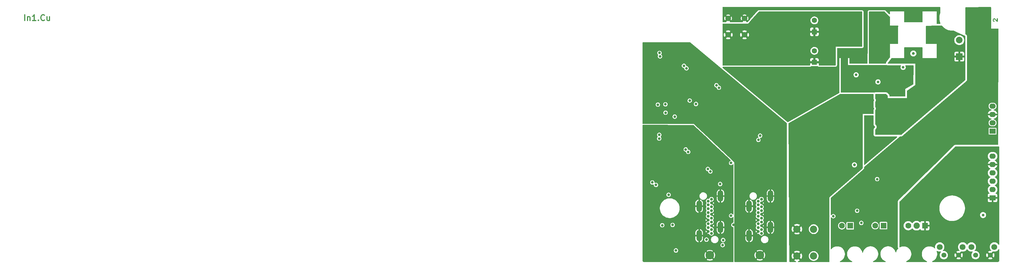
<source format=gbr>
%TF.GenerationSoftware,KiCad,Pcbnew,8.0.4-8.0.4-0~ubuntu22.04.1*%
%TF.CreationDate,2024-07-21T20:21:04-07:00*%
%TF.ProjectId,NX-J401-Adapter,4e582d4a-3430-4312-9d41-646170746572,1*%
%TF.SameCoordinates,Original*%
%TF.FileFunction,Copper,L2,Inr*%
%TF.FilePolarity,Positive*%
%FSLAX46Y46*%
G04 Gerber Fmt 4.6, Leading zero omitted, Abs format (unit mm)*
G04 Created by KiCad (PCBNEW 8.0.4-8.0.4-0~ubuntu22.04.1) date 2024-07-21 20:21:04*
%MOMM*%
%LPD*%
G01*
G04 APERTURE LIST*
%ADD10C,0.300000*%
%TA.AperFunction,NonConductor*%
%ADD11C,0.300000*%
%TD*%
%TA.AperFunction,ComponentPad*%
%ADD12R,1.600000X1.600000*%
%TD*%
%TA.AperFunction,ComponentPad*%
%ADD13C,1.600000*%
%TD*%
%TA.AperFunction,ComponentPad*%
%ADD14C,1.498600*%
%TD*%
%TA.AperFunction,ComponentPad*%
%ADD15C,1.803400*%
%TD*%
%TA.AperFunction,ComponentPad*%
%ADD16C,2.200000*%
%TD*%
%TA.AperFunction,ComponentPad*%
%ADD17R,1.778000X1.778000*%
%TD*%
%TA.AperFunction,ComponentPad*%
%ADD18C,1.905000*%
%TD*%
%TA.AperFunction,ComponentPad*%
%ADD19C,1.778000*%
%TD*%
%TA.AperFunction,ComponentPad*%
%ADD20R,2.000000X2.000000*%
%TD*%
%TA.AperFunction,ComponentPad*%
%ADD21C,2.000000*%
%TD*%
%TA.AperFunction,ComponentPad*%
%ADD22C,1.701800*%
%TD*%
%TA.AperFunction,ComponentPad*%
%ADD23R,1.905000X1.600200*%
%TD*%
%TA.AperFunction,ComponentPad*%
%ADD24O,1.905000X1.600200*%
%TD*%
%TA.AperFunction,ComponentPad*%
%ADD25C,0.889000*%
%TD*%
%TA.AperFunction,ComponentPad*%
%ADD26O,1.660000X3.460000*%
%TD*%
%TA.AperFunction,ComponentPad*%
%ADD27C,2.625000*%
%TD*%
%TA.AperFunction,ViaPad*%
%ADD28C,0.812800*%
%TD*%
%TA.AperFunction,Conductor*%
%ADD29C,0.381000*%
%TD*%
G04 APERTURE END LIST*
D10*
D11*
X32624701Y-84856807D02*
X32624701Y-83078807D01*
X33471368Y-83671474D02*
X33471368Y-84856807D01*
X33471368Y-83840807D02*
X33556035Y-83756141D01*
X33556035Y-83756141D02*
X33725368Y-83671474D01*
X33725368Y-83671474D02*
X33979368Y-83671474D01*
X33979368Y-83671474D02*
X34148701Y-83756141D01*
X34148701Y-83756141D02*
X34233368Y-83925474D01*
X34233368Y-83925474D02*
X34233368Y-84856807D01*
X36011368Y-84856807D02*
X34995368Y-84856807D01*
X35503368Y-84856807D02*
X35503368Y-83078807D01*
X35503368Y-83078807D02*
X35334035Y-83332807D01*
X35334035Y-83332807D02*
X35164702Y-83502141D01*
X35164702Y-83502141D02*
X34995368Y-83586807D01*
X36773368Y-84687474D02*
X36858035Y-84772141D01*
X36858035Y-84772141D02*
X36773368Y-84856807D01*
X36773368Y-84856807D02*
X36688701Y-84772141D01*
X36688701Y-84772141D02*
X36773368Y-84687474D01*
X36773368Y-84687474D02*
X36773368Y-84856807D01*
X38636035Y-84687474D02*
X38551368Y-84772141D01*
X38551368Y-84772141D02*
X38297368Y-84856807D01*
X38297368Y-84856807D02*
X38128035Y-84856807D01*
X38128035Y-84856807D02*
X37874035Y-84772141D01*
X37874035Y-84772141D02*
X37704702Y-84602807D01*
X37704702Y-84602807D02*
X37620035Y-84433474D01*
X37620035Y-84433474D02*
X37535368Y-84094807D01*
X37535368Y-84094807D02*
X37535368Y-83840807D01*
X37535368Y-83840807D02*
X37620035Y-83502141D01*
X37620035Y-83502141D02*
X37704702Y-83332807D01*
X37704702Y-83332807D02*
X37874035Y-83163474D01*
X37874035Y-83163474D02*
X38128035Y-83078807D01*
X38128035Y-83078807D02*
X38297368Y-83078807D01*
X38297368Y-83078807D02*
X38551368Y-83163474D01*
X38551368Y-83163474D02*
X38636035Y-83248141D01*
X40160035Y-83671474D02*
X40160035Y-84856807D01*
X39398035Y-83671474D02*
X39398035Y-84602807D01*
X39398035Y-84602807D02*
X39482702Y-84772141D01*
X39482702Y-84772141D02*
X39652035Y-84856807D01*
X39652035Y-84856807D02*
X39906035Y-84856807D01*
X39906035Y-84856807D02*
X40075368Y-84772141D01*
X40075368Y-84772141D02*
X40160035Y-84687474D01*
D10*
D11*
G36*
X327825269Y-84155763D02*
G01*
X327900867Y-84161022D01*
X327978819Y-84178957D01*
X328051315Y-84209619D01*
X328116980Y-84249812D01*
X328174939Y-84296846D01*
X328220942Y-84345540D01*
X328266831Y-84402688D01*
X328314126Y-84466118D01*
X328347704Y-84514434D01*
X328392612Y-84578404D01*
X328440509Y-84640623D01*
X328474100Y-84681129D01*
X328525946Y-84734762D01*
X328587605Y-84780793D01*
X328614417Y-84795069D01*
X328614417Y-84161991D01*
X328878200Y-84161991D01*
X328878200Y-85179018D01*
X328803714Y-85172858D01*
X328724401Y-85160168D01*
X328653258Y-85141552D01*
X328581954Y-85113021D01*
X328550303Y-85095854D01*
X328488777Y-85052096D01*
X328433777Y-85001824D01*
X328377690Y-84940368D01*
X328328750Y-84878789D01*
X328295680Y-84833171D01*
X328243833Y-84760388D01*
X328196368Y-84696371D01*
X328145196Y-84631121D01*
X328093472Y-84570949D01*
X328039592Y-84518830D01*
X327971173Y-84477528D01*
X327898318Y-84456414D01*
X327831497Y-84451053D01*
X327754337Y-84458935D01*
X327685747Y-84485265D01*
X327655276Y-84507106D01*
X327608993Y-84568893D01*
X327591362Y-84643846D01*
X327590795Y-84662078D01*
X327602344Y-84736799D01*
X327640612Y-84800632D01*
X327660771Y-84819249D01*
X327726338Y-84855541D01*
X327802853Y-84872620D01*
X327854578Y-84875303D01*
X327903304Y-84875303D01*
X327903304Y-85158136D01*
X327850548Y-85159968D01*
X327765604Y-85155408D01*
X327688002Y-85141729D01*
X327617742Y-85118932D01*
X327545050Y-85080809D01*
X327482352Y-85030275D01*
X327430960Y-84968625D01*
X327392192Y-84897158D01*
X327366045Y-84815874D01*
X327353680Y-84738388D01*
X327350460Y-84668307D01*
X327354981Y-84583144D01*
X327368544Y-84504885D01*
X327391148Y-84433530D01*
X327428948Y-84359008D01*
X327479054Y-84293882D01*
X327539574Y-84240064D01*
X327608614Y-84199465D01*
X327686174Y-84172084D01*
X327759436Y-84159135D01*
X327825269Y-84155763D01*
G37*
D12*
%TO.N,/Power Supply/+18V*%
%TO.C,C2*%
X273050000Y-97536000D03*
D13*
%TO.N,GND*%
X273050000Y-94036000D03*
%TD*%
D14*
%TO.N,/~{REC}*%
%TO.C,SW2*%
X322108000Y-156285700D03*
%TO.N,/RTN*%
X326608001Y-156285700D03*
D15*
%TO.N,N/C*%
X320858001Y-153785824D03*
X327858000Y-153785824D03*
%TD*%
D12*
%TO.N,/Power Supply/+18V*%
%TO.C,C1*%
X273050000Y-88266651D03*
D13*
%TO.N,GND*%
X273050000Y-84766651D03*
%TD*%
D16*
%TO.N,/Power Supply/V_{BAT}*%
%TO.C,J6*%
X267741400Y-148365600D03*
X267741400Y-156565600D03*
%TO.N,GND*%
X272821400Y-148365600D03*
X272821400Y-156565600D03*
%TD*%
D17*
%TO.N,/RTN*%
%TO.C,J9*%
X306705000Y-147320000D03*
D18*
%TO.N,/UART2_RXD*%
X304165000Y-147320000D03*
D19*
%TO.N,/UART2_TXD*%
X301625000Y-147320000D03*
%TD*%
D17*
%TO.N,/NX CAN/CAN_L*%
%TO.C,J8*%
X294081200Y-147294600D03*
D19*
%TO.N,/NX CAN/CAN_H*%
X291541200Y-147294600D03*
%TD*%
D14*
%TO.N,/~{SYS_RESET}*%
%TO.C,SW1*%
X312456000Y-156285700D03*
%TO.N,/RTN*%
X316956001Y-156285700D03*
D15*
%TO.N,N/C*%
X311206001Y-153785824D03*
X318206000Y-153785824D03*
%TD*%
D20*
%TO.N,/Power Supply/V_IN*%
%TO.C,C13*%
X317169800Y-95788877D03*
D21*
%TO.N,GND*%
X317169800Y-90788877D03*
%TD*%
D22*
%TO.N,/Power Supply/+18V*%
%TO.C,J4*%
X246786400Y-89150200D03*
X251786400Y-89150200D03*
%TO.N,GND*%
X246786400Y-84150200D03*
X251786400Y-84150200D03*
%TD*%
D17*
%TO.N,/NX CAN/CAN_L*%
%TO.C,J7*%
X283946600Y-147320000D03*
D19*
%TO.N,/NX CAN/CAN_H*%
X281406600Y-147320000D03*
%TD*%
D23*
%TO.N,/RTN*%
%TO.C,J11*%
X327304400Y-138836400D03*
D24*
%TO.N,/UART2_RXD*%
X327304400Y-136296400D03*
%TO.N,/UART2_TXD*%
X327304400Y-133756400D03*
%TO.N,/~{SYS_RESET}*%
X327304400Y-131216400D03*
%TO.N,/RTN*%
X327304400Y-128676400D03*
%TO.N,/~{REC}*%
X327304400Y-126136400D03*
%TD*%
D23*
%TO.N,/NX CAN/CAN_TX*%
%TO.C,J10*%
X327304400Y-118516400D03*
D24*
%TO.N,/NX CAN/CAN_RX*%
X327304400Y-115976400D03*
%TO.N,GNDD*%
X327304400Y-113436400D03*
%TO.N,/NX CAN/+3V3*%
X327304400Y-110896400D03*
%TD*%
D25*
%TO.N,/MIPI-HDMI-1/CAM_MCLK*%
%TO.C,J3*%
X241697000Y-149636400D03*
%TO.N,/MIPI-HDMI-1/GND_MIPI*%
X240697000Y-149058900D03*
%TO.N,/MIPI-HDMI-1/PWR_DN_LS*%
X241697000Y-148481400D03*
%TO.N,/MIPI-HDMI-1/CAM_CK_P*%
X240697000Y-147903900D03*
%TO.N,/MIPI-HDMI-1/GND_MIPI*%
X241697000Y-147326400D03*
%TO.N,/MIPI-HDMI-1/CAM_CK_N*%
X240697000Y-146748900D03*
%TO.N,/MIPI-HDMI-1/CAM_D1_P*%
X241697000Y-146171400D03*
%TO.N,/MIPI-HDMI-1/GND_MIPI*%
X240697000Y-145593900D03*
%TO.N,/MIPI-HDMI-1/CAM_D1_N*%
X241697000Y-145016400D03*
%TO.N,/MIPI-HDMI-1/CAM_D0_P*%
X240697000Y-144438900D03*
%TO.N,/MIPI-HDMI-1/GND_MIPI*%
X241697000Y-143861400D03*
%TO.N,/MIPI-HDMI-1/CAM_D0_N*%
X240697000Y-143283900D03*
%TO.N,unconnected-(J3-CEC-Pad13)*%
X241697000Y-142706400D03*
%TO.N,unconnected-(J3-UTILITY-Pad14)*%
X240697000Y-142128900D03*
%TO.N,/MIPI-HDMI-1/CAM_SCL*%
X241697000Y-141551400D03*
%TO.N,/MIPI-HDMI-1/CAM_SDA*%
X240697000Y-140973900D03*
%TO.N,/MIPI-HDMI-1/GND_MIPI*%
X241697000Y-140396400D03*
%TO.N,/MIPI-HDMI-1/CAM_3V3*%
X240697000Y-139818900D03*
%TO.N,unconnected-(J3-HPD-Pad19)*%
X241697000Y-139241400D03*
D26*
%TO.N,/MIPI-HDMI-1/GND_MIPI*%
X237947000Y-141386400D03*
X237947000Y-150386400D03*
D27*
X241197000Y-156316400D03*
D26*
X244447000Y-138286400D03*
X244447000Y-147786400D03*
%TD*%
D25*
%TO.N,/MIPI-HDMI-2/CAM_MCLK*%
%TO.C,J5*%
X256911600Y-149636400D03*
%TO.N,/MIPI-HDMI-2/GND_MIPI*%
X255911600Y-149058900D03*
%TO.N,/MIPI-HDMI-2/PWR_DN_LS*%
X256911600Y-148481400D03*
%TO.N,/MIPI-HDMI-2/CAM_CK_P*%
X255911600Y-147903900D03*
%TO.N,/MIPI-HDMI-2/GND_MIPI*%
X256911600Y-147326400D03*
%TO.N,/MIPI-HDMI-2/CAM_CK_N*%
X255911600Y-146748900D03*
%TO.N,/MIPI-HDMI-2/CAM_D1_P*%
X256911600Y-146171400D03*
%TO.N,/MIPI-HDMI-2/GND_MIPI*%
X255911600Y-145593900D03*
%TO.N,/MIPI-HDMI-2/CAM_D1_N*%
X256911600Y-145016400D03*
%TO.N,/MIPI-HDMI-2/CAM_D0_P*%
X255911600Y-144438900D03*
%TO.N,/MIPI-HDMI-2/GND_MIPI*%
X256911600Y-143861400D03*
%TO.N,/MIPI-HDMI-2/CAM_D0_N*%
X255911600Y-143283900D03*
%TO.N,unconnected-(J5-CEC-Pad13)*%
X256911600Y-142706400D03*
%TO.N,unconnected-(J5-UTILITY-Pad14)*%
X255911600Y-142128900D03*
%TO.N,/MIPI-HDMI-2/CAM_SCL*%
X256911600Y-141551400D03*
%TO.N,/MIPI-HDMI-2/CAM_SDA*%
X255911600Y-140973900D03*
%TO.N,/MIPI-HDMI-2/GND_MIPI*%
X256911600Y-140396400D03*
%TO.N,/MIPI-HDMI-2/CAM_3V3*%
X255911600Y-139818900D03*
%TO.N,unconnected-(J5-HPD-Pad19)*%
X256911600Y-139241400D03*
D26*
%TO.N,/MIPI-HDMI-2/GND_MIPI*%
X253161600Y-141386400D03*
X253161600Y-150386400D03*
D27*
X256411600Y-156316400D03*
D26*
X259661600Y-138286400D03*
X259661600Y-147786400D03*
%TD*%
D28*
%TO.N,GND*%
X289052000Y-117221010D03*
X282702000Y-96266000D03*
X289458400Y-105664000D03*
X300075600Y-103073200D03*
X283413200Y-104902000D03*
X282701982Y-94234000D03*
X290753800Y-99237800D03*
X303174400Y-83515200D03*
X300075600Y-101092000D03*
X295656000Y-106172000D03*
X285242000Y-128778000D03*
X230886000Y-154863800D03*
X292617317Y-100288314D03*
X283413200Y-102819200D03*
X282702000Y-95250000D03*
X303174400Y-94843600D03*
X291084000Y-117221000D03*
%TO.N,/Power Supply/V_{BAT}*%
X287528000Y-107848400D03*
X285242000Y-120650000D03*
X290830000Y-111633000D03*
X289052000Y-112828307D03*
X287528000Y-110388400D03*
X290830000Y-109067600D03*
%TO.N,/Power Supply/V_IN*%
X292430204Y-110362988D03*
X311150000Y-89154000D03*
X295783000Y-111633000D03*
X298043596Y-97332802D03*
X311150000Y-87122000D03*
X295783034Y-109093000D03*
X297180008Y-110388408D03*
X311150000Y-91186000D03*
%TO.N,Net-(U2-I_{SEN})*%
X292404800Y-103505000D03*
X285750000Y-101346000D03*
%TO.N,/MIPI-HDMI-2/GND_MIPI*%
X248361418Y-147065782D03*
X244119400Y-106349800D03*
X263169400Y-137033000D03*
X263169400Y-126009400D03*
X257581618Y-117322382D03*
X249859800Y-131368800D03*
X247675400Y-117411282D03*
X252424982Y-109220218D03*
X261086600Y-126060200D03*
X247675400Y-124206000D03*
X254851217Y-142819999D03*
X260972082Y-117767318D03*
X242341400Y-112090200D03*
X248106982Y-114706182D03*
X261086600Y-123621800D03*
X240106200Y-102144100D03*
X246151618Y-105892382D03*
X247675400Y-128193800D03*
X249859800Y-137769600D03*
X259079782Y-115875018D03*
X261048717Y-120789483D03*
X263169400Y-121539000D03*
X249377418Y-114706182D03*
X259829082Y-144995682D03*
X232446537Y-102144101D03*
X244238663Y-104246425D03*
X249809000Y-129235200D03*
X231876600Y-101226900D03*
X240474863Y-107226900D03*
X261086600Y-140182600D03*
X251912089Y-114354308D03*
X242169520Y-104765460D03*
X251993400Y-124612400D03*
X252007193Y-143200763D03*
X249542517Y-109283283D03*
X263169400Y-128752600D03*
X252196600Y-148367801D03*
X252654018Y-112394782D03*
X247797160Y-113165280D03*
X263169400Y-131775200D03*
X251993400Y-134620000D03*
X235495882Y-102144100D03*
X251993400Y-117068600D03*
X249853718Y-119555410D03*
X251993400Y-119555410D03*
X241046000Y-104226900D03*
X251180600Y-145846800D03*
X254508000Y-148367801D03*
X249834400Y-140055600D03*
X247815317Y-107556083D03*
X258546818Y-143332418D03*
X229463600Y-104673400D03*
X263153813Y-141485113D03*
X247675400Y-144272000D03*
X261505482Y-143319282D03*
X261086600Y-128981200D03*
X251993400Y-129641600D03*
X249834400Y-144449800D03*
X251993400Y-122250200D03*
X249859800Y-142367000D03*
X232105200Y-107226900D03*
X250291382Y-112674618D03*
X259321518Y-119062282D03*
X254075982Y-110871218D03*
X263169400Y-134899400D03*
X254216117Y-113956883D03*
X245393977Y-112050724D03*
X232054400Y-105144100D03*
X251993400Y-139446000D03*
X238385532Y-105137568D03*
X247675400Y-120777000D03*
X234333555Y-98249714D03*
X237617218Y-107314782D03*
X249442536Y-148146733D03*
X240411000Y-105144100D03*
X242532117Y-107860883D03*
X255940631Y-115681395D03*
X249809000Y-127101600D03*
X249161082Y-105956318D03*
X237591600Y-102144100D03*
X263169400Y-123571000D03*
X249809000Y-116967000D03*
X262432582Y-119227818D03*
X245034018Y-114706182D03*
X229489000Y-101701600D03*
X243014282Y-109766318D03*
X229539800Y-107391200D03*
X249834400Y-133248400D03*
X229418297Y-98985624D03*
X252907800Y-145872200D03*
X259994618Y-141884618D03*
X254635000Y-145872200D03*
X234556517Y-104254083D03*
X263169400Y-139217400D03*
X251993400Y-136855200D03*
X250964482Y-107759718D03*
X244348000Y-134620000D03*
X242798600Y-102144100D03*
X251993400Y-131902200D03*
X247510082Y-104305318D03*
X261086600Y-134874000D03*
X244919717Y-110248483D03*
X249871644Y-122146210D03*
X248641485Y-111063717D03*
X235446537Y-105144101D03*
X246401006Y-108784242D03*
X248272097Y-108927582D03*
X261086600Y-131876800D03*
X251142717Y-110883483D03*
X232079800Y-104226900D03*
X232221550Y-98994887D03*
X245389526Y-102234760D03*
X255688882Y-112484118D03*
X249859800Y-124637800D03*
X257454182Y-114249418D03*
X239865118Y-109562682D03*
X233959400Y-100420639D03*
X251993400Y-127177800D03*
X249834400Y-135153400D03*
X237474863Y-104226899D03*
X234746800Y-107226900D03*
%TO.N,/MIPI-HDMI-2/CAM_D0_N*%
X243963171Y-105279171D03*
%TO.N,/MIPI-HDMI-2/CAM_D0_P*%
X243208829Y-104524829D03*
%TO.N,/MIPI-HDMI-2/CAM_CK_N*%
X234082571Y-99360971D03*
%TO.N,/MIPI-HDMI-2/CAM_CK_P*%
X233328229Y-98606629D03*
%TO.N,/MIPI-HDMI-2/PWR_DN_LS*%
X227685600Y-110337600D03*
X227711000Y-112903000D03*
%TO.N,/MIPI-HDMI-2/CAM_MCLK*%
X230505000Y-114096800D03*
X225386900Y-110439200D03*
%TO.N,/MIPI-HDMI-2/CAM_SCL*%
X235077000Y-109194600D03*
X226034600Y-95732600D03*
X256514600Y-119888000D03*
%TO.N,/MIPI-HDMI-2/CAM_SDA*%
X225880128Y-94677041D03*
X236982000Y-110236000D03*
X255981200Y-121183400D03*
%TO.N,/MIPI-HDMI-1/GND_MIPI*%
X243591568Y-129265732D03*
X232130600Y-134899400D03*
X234391200Y-136867900D03*
X241624271Y-129776039D03*
X235158605Y-130066873D03*
X234391200Y-140843000D03*
X236856226Y-129105440D03*
X229489000Y-132638800D03*
X235902718Y-134023318D03*
X243192517Y-143675317D03*
X243979666Y-127086900D03*
X239115382Y-133756182D03*
X245795800Y-133629400D03*
X246640023Y-129368659D03*
X234416600Y-138760200D03*
X244678418Y-130352582D03*
X234269589Y-132126996D03*
X229463600Y-126644400D03*
X237718818Y-132207219D03*
X234987549Y-144461514D03*
X232794835Y-124086900D03*
X241308924Y-127086900D03*
X245783317Y-131457483D03*
X239420400Y-129997200D03*
X239547400Y-148412200D03*
X236702600Y-138557000D03*
X231555510Y-126620539D03*
X236713276Y-143219924D03*
X241047920Y-131830201D03*
X245795800Y-140309600D03*
X235864028Y-127064294D03*
X236753955Y-136867900D03*
X244652582Y-145160782D03*
X232105200Y-143687800D03*
X234605077Y-145988523D03*
X236880400Y-148437600D03*
X235018433Y-123849197D03*
X232105200Y-139217400D03*
X234391200Y-143002000D03*
X238861600Y-146075400D03*
X234970026Y-125847224D03*
X238502640Y-143510186D03*
X232105200Y-137033000D03*
X231193263Y-132103033D03*
X232105200Y-145643600D03*
X244602218Y-142265618D03*
X232136944Y-133063931D03*
X230403400Y-123723400D03*
X235077000Y-148386800D03*
X234238800Y-129169700D03*
X229489000Y-129616200D03*
X233324400Y-147802600D03*
X246468682Y-143344682D03*
X236524800Y-146050000D03*
X238836366Y-127150816D03*
X245795800Y-136220200D03*
X230860600Y-129235200D03*
X232130600Y-140538200D03*
%TO.N,/MIPI-HDMI-1/CAM_D0_N*%
X241346971Y-130806171D03*
%TO.N,/MIPI-HDMI-1/CAM_D0_P*%
X240592629Y-130051829D03*
%TO.N,/MIPI-HDMI-1/CAM_CK_N*%
X234615971Y-124837171D03*
%TO.N,/MIPI-HDMI-1/CAM_CK_P*%
X233861629Y-124082829D03*
%TO.N,/MIPI-HDMI-1/PWR_DN_LS*%
X245110000Y-153225500D03*
X226695000Y-147193000D03*
X224802358Y-134899999D03*
%TO.N,/MIPI-HDMI-1/CAM_MCLK*%
X240182400Y-151561800D03*
X223697800Y-134137400D03*
%TO.N,/MIPI-HDMI-1/CAM_SCL*%
X229870000Y-147091400D03*
X225780600Y-120777000D03*
X245262400Y-151688800D03*
%TO.N,/MIPI-HDMI-1/CAM_SDA*%
X228650800Y-137896600D03*
X225806000Y-119634000D03*
%TO.N,/NX CAN/+3V3*%
X286054800Y-142773400D03*
X292151351Y-133123811D03*
%TO.N,GNDD*%
X281330400Y-141249400D03*
X292176200Y-137388600D03*
X296240200Y-140284200D03*
X296240200Y-142316200D03*
X294106600Y-139319000D03*
X289864800Y-142824200D03*
X296214800Y-144348200D03*
X288569400Y-137922000D03*
X281279600Y-143230600D03*
X288594800Y-141249400D03*
%TO.N,/Power Supply/+18V*%
X277622000Y-91948000D03*
X277622000Y-84836000D03*
X277622000Y-86614000D03*
X277622000Y-83058000D03*
X300075600Y-99060000D03*
X277622000Y-90170000D03*
X277622000Y-88392000D03*
%TO.N,/Power Supply/SW*%
X291084000Y-88646000D03*
X295097200Y-86969600D03*
X293116000Y-88595200D03*
X292100000Y-86004400D03*
X293116000Y-86004400D03*
X295097200Y-89154000D03*
X295097200Y-91490800D03*
X291084000Y-86004400D03*
X292100000Y-88646000D03*
%TO.N,/NX CAN/CAN_L*%
X278792700Y-144425300D03*
X287324800Y-146481800D03*
%TO.N,/~{SYS_RESET}*%
X324413853Y-144073847D03*
%TD*%
D29*
%TO.N,/Power Supply/SW*%
X292100000Y-86004400D02*
X291084000Y-86004400D01*
X292100000Y-88646000D02*
X293065200Y-88646000D01*
X292100000Y-86004400D02*
X293116000Y-86004400D01*
X293065200Y-88646000D02*
X293116000Y-88595200D01*
X292100000Y-88646000D02*
X291084000Y-88646000D01*
%TD*%
%TA.AperFunction,Conductor*%
%TO.N,/Power Supply/V_IN*%
G36*
X311912273Y-86379685D02*
G01*
X311941086Y-86405334D01*
X311972213Y-86443262D01*
X312113857Y-86615856D01*
X312384143Y-86886142D01*
X312384148Y-86886146D01*
X312384149Y-86886147D01*
X312679637Y-87128648D01*
X312997471Y-87341018D01*
X312997480Y-87341023D01*
X312997482Y-87341024D01*
X313334583Y-87521208D01*
X313334585Y-87521208D01*
X313334591Y-87521212D01*
X313687749Y-87667495D01*
X314053546Y-87778458D01*
X314053552Y-87778459D01*
X314053555Y-87778460D01*
X314053566Y-87778463D01*
X314288651Y-87825223D01*
X314428457Y-87853032D01*
X314808872Y-87890500D01*
X314808875Y-87890500D01*
X315191124Y-87890500D01*
X315191128Y-87890500D01*
X315389023Y-87871008D01*
X315453271Y-87881885D01*
X316502918Y-88367832D01*
X318952096Y-89501711D01*
X319004661Y-89547738D01*
X319024000Y-89614236D01*
X319024000Y-102812968D01*
X319004315Y-102880007D01*
X318980698Y-102907116D01*
X299500827Y-119604148D01*
X299437116Y-119632831D01*
X299420129Y-119634000D01*
X291716000Y-119634000D01*
X291648961Y-119614315D01*
X291603206Y-119561511D01*
X291592000Y-119510000D01*
X291592000Y-118045976D01*
X291611685Y-117978937D01*
X291643113Y-117945659D01*
X291699560Y-117904649D01*
X291828247Y-117761727D01*
X291924407Y-117595173D01*
X291983837Y-117412266D01*
X292003940Y-117221000D01*
X291983837Y-117029734D01*
X291954122Y-116938280D01*
X291924409Y-116846832D01*
X291924406Y-116846826D01*
X291828247Y-116680273D01*
X291699560Y-116537351D01*
X291643113Y-116496340D01*
X291600449Y-116441011D01*
X291592000Y-116396023D01*
X291592000Y-112176202D01*
X291608612Y-112114204D01*
X291670407Y-112007173D01*
X291729837Y-111824266D01*
X291749940Y-111633000D01*
X291729837Y-111441734D01*
X291670407Y-111258827D01*
X291670404Y-111258821D01*
X291608613Y-111151795D01*
X291592000Y-111089796D01*
X291592000Y-109610802D01*
X291608612Y-109548804D01*
X291670407Y-109441773D01*
X291729837Y-109258866D01*
X291749940Y-109067600D01*
X291729837Y-108876334D01*
X291670407Y-108693427D01*
X291670404Y-108693421D01*
X291608613Y-108586395D01*
X291592000Y-108524396D01*
X291592000Y-107312000D01*
X291611685Y-107244961D01*
X291664489Y-107199206D01*
X291716000Y-107188000D01*
X294842638Y-107188000D01*
X294909677Y-107207685D01*
X294930319Y-107224319D01*
X295365681Y-107659681D01*
X295399166Y-107721004D01*
X295402000Y-107747362D01*
X295402000Y-108458000D01*
X301244000Y-108458000D01*
X301244000Y-106238732D01*
X301263685Y-106171693D01*
X301299691Y-106135243D01*
X303784000Y-104495600D01*
X303784000Y-97942400D01*
X295477060Y-97942400D01*
X295410021Y-97922715D01*
X295364266Y-97869911D01*
X295354322Y-97800753D01*
X295378629Y-97742985D01*
X296473025Y-96314585D01*
X296529423Y-96273341D01*
X296571456Y-96266000D01*
X300361000Y-96266000D01*
X300361000Y-94843600D01*
X302254460Y-94843600D01*
X302274563Y-95034868D01*
X302274564Y-95034870D01*
X302333990Y-95217767D01*
X302333993Y-95217773D01*
X302430152Y-95384326D01*
X302517980Y-95481870D01*
X302558840Y-95527249D01*
X302642004Y-95587670D01*
X302714425Y-95640288D01*
X302714430Y-95640291D01*
X302890117Y-95718513D01*
X302890123Y-95718515D01*
X303078240Y-95758500D01*
X303078241Y-95758500D01*
X303270559Y-95758500D01*
X303270560Y-95758500D01*
X303458677Y-95718515D01*
X303458679Y-95718513D01*
X303458682Y-95718513D01*
X303517861Y-95692164D01*
X303634370Y-95640291D01*
X303789960Y-95527249D01*
X303918647Y-95384327D01*
X304014807Y-95217773D01*
X304074237Y-95034866D01*
X304094340Y-94843600D01*
X304074237Y-94652334D01*
X304039944Y-94546790D01*
X304014809Y-94469432D01*
X304014806Y-94469426D01*
X303918647Y-94302873D01*
X303789964Y-94159955D01*
X303789962Y-94159953D01*
X303789960Y-94159951D01*
X303738096Y-94122270D01*
X303634374Y-94046911D01*
X303634369Y-94046908D01*
X303458682Y-93968686D01*
X303458676Y-93968684D01*
X303310544Y-93937198D01*
X303270560Y-93928700D01*
X303078240Y-93928700D01*
X303045264Y-93935708D01*
X302890123Y-93968684D01*
X302890117Y-93968686D01*
X302714430Y-94046908D01*
X302714425Y-94046911D01*
X302558841Y-94159950D01*
X302558835Y-94159955D01*
X302430152Y-94302873D01*
X302333993Y-94469426D01*
X302333990Y-94469432D01*
X302274564Y-94652329D01*
X302274563Y-94652331D01*
X302254460Y-94843600D01*
X300361000Y-94843600D01*
X300361000Y-93088000D01*
X300380685Y-93020961D01*
X300433489Y-92975206D01*
X300485000Y-92964000D01*
X305825000Y-92964000D01*
X305892039Y-92983685D01*
X305937794Y-93036489D01*
X305949000Y-93088000D01*
X305949000Y-96266000D01*
X310267000Y-96266000D01*
X310267000Y-94741032D01*
X315669800Y-94741032D01*
X315669800Y-95471377D01*
X316780194Y-95471377D01*
X316769701Y-95481870D01*
X316703875Y-95595884D01*
X316669800Y-95723051D01*
X316669800Y-95854703D01*
X316703875Y-95981870D01*
X316769701Y-96095884D01*
X316780194Y-96106377D01*
X315669800Y-96106377D01*
X315669800Y-96836721D01*
X315676201Y-96896249D01*
X315676203Y-96896256D01*
X315726445Y-97030963D01*
X315726449Y-97030970D01*
X315812609Y-97146064D01*
X315812612Y-97146067D01*
X315927706Y-97232227D01*
X315927713Y-97232231D01*
X316062420Y-97282473D01*
X316062427Y-97282475D01*
X316121955Y-97288876D01*
X316121972Y-97288877D01*
X316852300Y-97288877D01*
X316852300Y-96178483D01*
X316862793Y-96188976D01*
X316976807Y-96254802D01*
X317103974Y-96288877D01*
X317235626Y-96288877D01*
X317362793Y-96254802D01*
X317476807Y-96188976D01*
X317487300Y-96178483D01*
X317487300Y-97288877D01*
X318217628Y-97288877D01*
X318217644Y-97288876D01*
X318277172Y-97282475D01*
X318277179Y-97282473D01*
X318411886Y-97232231D01*
X318411893Y-97232227D01*
X318526987Y-97146067D01*
X318526990Y-97146064D01*
X318613150Y-97030970D01*
X318613154Y-97030963D01*
X318663396Y-96896256D01*
X318663398Y-96896249D01*
X318669799Y-96836721D01*
X318669800Y-96836704D01*
X318669800Y-96106377D01*
X317559406Y-96106377D01*
X317569899Y-96095884D01*
X317635725Y-95981870D01*
X317669800Y-95854703D01*
X317669800Y-95723051D01*
X317635725Y-95595884D01*
X317569899Y-95481870D01*
X317559406Y-95471377D01*
X318669800Y-95471377D01*
X318669800Y-94741049D01*
X318669799Y-94741032D01*
X318663398Y-94681504D01*
X318663396Y-94681497D01*
X318613154Y-94546790D01*
X318613150Y-94546783D01*
X318526990Y-94431689D01*
X318526987Y-94431686D01*
X318411893Y-94345526D01*
X318411886Y-94345522D01*
X318277179Y-94295280D01*
X318277172Y-94295278D01*
X318217644Y-94288877D01*
X317487300Y-94288877D01*
X317487300Y-95399271D01*
X317476807Y-95388778D01*
X317362793Y-95322952D01*
X317235626Y-95288877D01*
X317103974Y-95288877D01*
X316976807Y-95322952D01*
X316862793Y-95388778D01*
X316852300Y-95399271D01*
X316852300Y-94288877D01*
X316121955Y-94288877D01*
X316062427Y-94295278D01*
X316062420Y-94295280D01*
X315927713Y-94345522D01*
X315927706Y-94345526D01*
X315812612Y-94431686D01*
X315812609Y-94431689D01*
X315726449Y-94546783D01*
X315726445Y-94546790D01*
X315676203Y-94681497D01*
X315676201Y-94681504D01*
X315669800Y-94741032D01*
X310267000Y-94741032D01*
X310267000Y-91948000D01*
X307089000Y-91948000D01*
X307021961Y-91928315D01*
X306976206Y-91875511D01*
X306965000Y-91824000D01*
X306965000Y-90788877D01*
X315656635Y-90788877D01*
X315675265Y-91025591D01*
X315730695Y-91256472D01*
X315730695Y-91256474D01*
X315821557Y-91475836D01*
X315821559Y-91475839D01*
X315945620Y-91678287D01*
X315945621Y-91678290D01*
X315945624Y-91678293D01*
X316099831Y-91858846D01*
X316204217Y-91948000D01*
X316280386Y-92013055D01*
X316280389Y-92013056D01*
X316482837Y-92137117D01*
X316482840Y-92137119D01*
X316702203Y-92227981D01*
X316702204Y-92227981D01*
X316702206Y-92227982D01*
X316933089Y-92283412D01*
X317169800Y-92302042D01*
X317406511Y-92283412D01*
X317637394Y-92227982D01*
X317637396Y-92227981D01*
X317637397Y-92227981D01*
X317856759Y-92137119D01*
X317856760Y-92137118D01*
X317856763Y-92137117D01*
X318059216Y-92013053D01*
X318239769Y-91858846D01*
X318393976Y-91678293D01*
X318518040Y-91475840D01*
X318608905Y-91256471D01*
X318664335Y-91025588D01*
X318682965Y-90788877D01*
X318664335Y-90552166D01*
X318608905Y-90321283D01*
X318608904Y-90321280D01*
X318608904Y-90321279D01*
X318518042Y-90101917D01*
X318518040Y-90101914D01*
X318393979Y-89899466D01*
X318393978Y-89899463D01*
X318359140Y-89858674D01*
X318239769Y-89718908D01*
X318117214Y-89614236D01*
X318059213Y-89564698D01*
X318059210Y-89564697D01*
X317856762Y-89440636D01*
X317856759Y-89440634D01*
X317637396Y-89349772D01*
X317406514Y-89294342D01*
X317169800Y-89275712D01*
X316933085Y-89294342D01*
X316702204Y-89349772D01*
X316702202Y-89349772D01*
X316482840Y-89440634D01*
X316482837Y-89440636D01*
X316280389Y-89564697D01*
X316280386Y-89564698D01*
X316099831Y-89718908D01*
X315945621Y-89899463D01*
X315945620Y-89899466D01*
X315821559Y-90101914D01*
X315821557Y-90101917D01*
X315730695Y-90321279D01*
X315730695Y-90321281D01*
X315675265Y-90552162D01*
X315656635Y-90788877D01*
X306965000Y-90788877D01*
X306965000Y-86556056D01*
X306984685Y-86489017D01*
X307037489Y-86443262D01*
X307086187Y-86432088D01*
X310265588Y-86360031D01*
X310268398Y-86360000D01*
X311845234Y-86360000D01*
X311912273Y-86379685D01*
G37*
%TD.AperFunction*%
%TD*%
%TA.AperFunction,Conductor*%
%TO.N,/Power Supply/V_{BAT}*%
G36*
X291021539Y-107207685D02*
G01*
X291067294Y-107260489D01*
X291078500Y-107312000D01*
X291078500Y-108524403D01*
X291095997Y-108657299D01*
X291112611Y-108719302D01*
X291163905Y-108843136D01*
X291163909Y-108843146D01*
X291192198Y-108892143D01*
X291202742Y-108915826D01*
X291220763Y-108971290D01*
X291226153Y-108996646D01*
X291232248Y-109054638D01*
X291232248Y-109080560D01*
X291226153Y-109138552D01*
X291220763Y-109163910D01*
X291202743Y-109219368D01*
X291192201Y-109243046D01*
X291163909Y-109292050D01*
X291163905Y-109292058D01*
X291112611Y-109415893D01*
X291112609Y-109415900D01*
X291095996Y-109477898D01*
X291078500Y-109610801D01*
X291078500Y-111089803D01*
X291095997Y-111222699D01*
X291112611Y-111284702D01*
X291163905Y-111408536D01*
X291163909Y-111408546D01*
X291192198Y-111457543D01*
X291202742Y-111481226D01*
X291220763Y-111536690D01*
X291226153Y-111562046D01*
X291232248Y-111620038D01*
X291232248Y-111645960D01*
X291226153Y-111703952D01*
X291220763Y-111729310D01*
X291202743Y-111784768D01*
X291192201Y-111808446D01*
X291163909Y-111857450D01*
X291163905Y-111857458D01*
X291112611Y-111981293D01*
X291112609Y-111981300D01*
X291095996Y-112043298D01*
X291078500Y-112176201D01*
X291078500Y-113160000D01*
X291058815Y-113227039D01*
X291006011Y-113272794D01*
X290954500Y-113284000D01*
X287782000Y-113284000D01*
X287782000Y-129737731D01*
X287762315Y-129804770D01*
X287739655Y-129831051D01*
X277622000Y-138684000D01*
X277622000Y-158244500D01*
X277602315Y-158311539D01*
X277549511Y-158357294D01*
X277498000Y-158368500D01*
X268133305Y-158368500D01*
X268066266Y-158348815D01*
X268020511Y-158296011D01*
X268010567Y-158226853D01*
X268039592Y-158163297D01*
X268098370Y-158125523D01*
X268104358Y-158123926D01*
X268237356Y-158091996D01*
X268470031Y-157995619D01*
X268626513Y-157899726D01*
X268626513Y-157899725D01*
X267836347Y-157109560D01*
X267953692Y-157078118D01*
X268079108Y-157005710D01*
X268181510Y-156903308D01*
X268253918Y-156777892D01*
X268285360Y-156660547D01*
X269075525Y-157450713D01*
X269075526Y-157450713D01*
X269171419Y-157294231D01*
X269267796Y-157061556D01*
X269326587Y-156816672D01*
X269346347Y-156565600D01*
X269346347Y-156565594D01*
X271334823Y-156565594D01*
X271334823Y-156565605D01*
X271355096Y-156810274D01*
X271355098Y-156810286D01*
X271415369Y-157048291D01*
X271513994Y-157273131D01*
X271648279Y-157478671D01*
X271648282Y-157478674D01*
X271814569Y-157659310D01*
X272008319Y-157810112D01*
X272173908Y-157899725D01*
X272224249Y-157926968D01*
X272456467Y-158006688D01*
X272698639Y-158047100D01*
X272698640Y-158047100D01*
X272944160Y-158047100D01*
X272944161Y-158047100D01*
X273186333Y-158006688D01*
X273418551Y-157926968D01*
X273634481Y-157810112D01*
X273828231Y-157659310D01*
X273994518Y-157478674D01*
X274128805Y-157273132D01*
X274227430Y-157048291D01*
X274287702Y-156810283D01*
X274290386Y-156777892D01*
X274307977Y-156565605D01*
X274307977Y-156565594D01*
X274287703Y-156320925D01*
X274287701Y-156320913D01*
X274227430Y-156082908D01*
X274128805Y-155858068D01*
X273994520Y-155652528D01*
X273975610Y-155631987D01*
X273828231Y-155471890D01*
X273828226Y-155471886D01*
X273828224Y-155471884D01*
X273740377Y-155403510D01*
X273634481Y-155321088D01*
X273634480Y-155321087D01*
X273418552Y-155204232D01*
X273418547Y-155204230D01*
X273186335Y-155124512D01*
X273024885Y-155097570D01*
X272944161Y-155084100D01*
X272698639Y-155084100D01*
X272638096Y-155094203D01*
X272456464Y-155124512D01*
X272224252Y-155204230D01*
X272224247Y-155204232D01*
X272008319Y-155321087D01*
X272008315Y-155321091D01*
X271814575Y-155471884D01*
X271814572Y-155471887D01*
X271814569Y-155471889D01*
X271814569Y-155471890D01*
X271786208Y-155502697D01*
X271648279Y-155652528D01*
X271513994Y-155858068D01*
X271415369Y-156082908D01*
X271355098Y-156320913D01*
X271355096Y-156320925D01*
X271334823Y-156565594D01*
X269346347Y-156565594D01*
X269326587Y-156314527D01*
X269267796Y-156069643D01*
X269171419Y-155836968D01*
X269075525Y-155680485D01*
X268285360Y-156470651D01*
X268253918Y-156353308D01*
X268181510Y-156227892D01*
X268079108Y-156125490D01*
X267953692Y-156053082D01*
X267836348Y-156021639D01*
X268626513Y-155231473D01*
X268470031Y-155135580D01*
X268237356Y-155039203D01*
X267992472Y-154980412D01*
X267741400Y-154960652D01*
X267490327Y-154980412D01*
X267245443Y-155039203D01*
X267012776Y-155135577D01*
X267012771Y-155135580D01*
X266856285Y-155231473D01*
X267646452Y-156021639D01*
X267529108Y-156053082D01*
X267403692Y-156125490D01*
X267301290Y-156227892D01*
X267228882Y-156353308D01*
X267197439Y-156470651D01*
X266407273Y-155680485D01*
X266311380Y-155836971D01*
X266311377Y-155836976D01*
X266215003Y-156069643D01*
X266156212Y-156314527D01*
X266136452Y-156565600D01*
X266156212Y-156816672D01*
X266215003Y-157061556D01*
X266311380Y-157294231D01*
X266407273Y-157450713D01*
X267197439Y-156660547D01*
X267228882Y-156777892D01*
X267301290Y-156903308D01*
X267403692Y-157005710D01*
X267529108Y-157078118D01*
X267646452Y-157109560D01*
X266856285Y-157899725D01*
X267012768Y-157995619D01*
X267245443Y-158091996D01*
X267378442Y-158123926D01*
X267439034Y-158158717D01*
X267471198Y-158220743D01*
X267464722Y-158290312D01*
X267421663Y-158345336D01*
X267355690Y-158368345D01*
X267349495Y-158368500D01*
X265549509Y-158368500D01*
X265482470Y-158348815D01*
X265436715Y-158296011D01*
X265425511Y-158245234D01*
X265367051Y-148365600D01*
X266136452Y-148365600D01*
X266156212Y-148616672D01*
X266215003Y-148861556D01*
X266311380Y-149094231D01*
X266407273Y-149250713D01*
X267197439Y-148460547D01*
X267228882Y-148577892D01*
X267301290Y-148703308D01*
X267403692Y-148805710D01*
X267529108Y-148878118D01*
X267646452Y-148909560D01*
X266856285Y-149699725D01*
X267012768Y-149795619D01*
X267245443Y-149891996D01*
X267490327Y-149950787D01*
X267741400Y-149970547D01*
X267992472Y-149950787D01*
X268237356Y-149891996D01*
X268470031Y-149795619D01*
X268626513Y-149699726D01*
X268626513Y-149699725D01*
X267836347Y-148909560D01*
X267953692Y-148878118D01*
X268079108Y-148805710D01*
X268181510Y-148703308D01*
X268253918Y-148577892D01*
X268285360Y-148460547D01*
X269075525Y-149250713D01*
X269075526Y-149250713D01*
X269171419Y-149094231D01*
X269267796Y-148861556D01*
X269326587Y-148616672D01*
X269346347Y-148365600D01*
X269346347Y-148365594D01*
X271334823Y-148365594D01*
X271334823Y-148365605D01*
X271355096Y-148610274D01*
X271355098Y-148610286D01*
X271415369Y-148848291D01*
X271513994Y-149073131D01*
X271648279Y-149278671D01*
X271648282Y-149278674D01*
X271814569Y-149459310D01*
X272008319Y-149610112D01*
X272173908Y-149699725D01*
X272224249Y-149726968D01*
X272456467Y-149806688D01*
X272698639Y-149847100D01*
X272698640Y-149847100D01*
X272944160Y-149847100D01*
X272944161Y-149847100D01*
X273186333Y-149806688D01*
X273418551Y-149726968D01*
X273634481Y-149610112D01*
X273828231Y-149459310D01*
X273994518Y-149278674D01*
X274128805Y-149073132D01*
X274227430Y-148848291D01*
X274287702Y-148610283D01*
X274288939Y-148595353D01*
X274307977Y-148365605D01*
X274307977Y-148365594D01*
X274287703Y-148120925D01*
X274287701Y-148120913D01*
X274227430Y-147882908D01*
X274128805Y-147658068D01*
X273994520Y-147452528D01*
X273934106Y-147386901D01*
X273828231Y-147271890D01*
X273828226Y-147271886D01*
X273828224Y-147271884D01*
X273730940Y-147196165D01*
X273634481Y-147121088D01*
X273634480Y-147121087D01*
X273418552Y-147004232D01*
X273418547Y-147004230D01*
X273186335Y-146924512D01*
X273024885Y-146897570D01*
X272944161Y-146884100D01*
X272698639Y-146884100D01*
X272638096Y-146894203D01*
X272456464Y-146924512D01*
X272224252Y-147004230D01*
X272224247Y-147004232D01*
X272008319Y-147121087D01*
X272008315Y-147121091D01*
X271814575Y-147271884D01*
X271814572Y-147271887D01*
X271648279Y-147452528D01*
X271513994Y-147658068D01*
X271415369Y-147882908D01*
X271355098Y-148120913D01*
X271355096Y-148120925D01*
X271334823Y-148365594D01*
X269346347Y-148365594D01*
X269326587Y-148114527D01*
X269267796Y-147869643D01*
X269171419Y-147636968D01*
X269075525Y-147480485D01*
X268285360Y-148270651D01*
X268253918Y-148153308D01*
X268181510Y-148027892D01*
X268079108Y-147925490D01*
X267953692Y-147853082D01*
X267836348Y-147821639D01*
X268626513Y-147031473D01*
X268470031Y-146935580D01*
X268237356Y-146839203D01*
X267992472Y-146780412D01*
X267741400Y-146760652D01*
X267490327Y-146780412D01*
X267245443Y-146839203D01*
X267012776Y-146935577D01*
X267012771Y-146935580D01*
X266856285Y-147031473D01*
X267646452Y-147821639D01*
X267529108Y-147853082D01*
X267403692Y-147925490D01*
X267301290Y-148027892D01*
X267228882Y-148153308D01*
X267197439Y-148270651D01*
X266407273Y-147480485D01*
X266311380Y-147636971D01*
X266311377Y-147636976D01*
X266215003Y-147869643D01*
X266156212Y-148114527D01*
X266136452Y-148365600D01*
X265367051Y-148365600D01*
X265251148Y-128777996D01*
X284449115Y-128777996D01*
X284449115Y-128778003D01*
X284468992Y-128954425D01*
X284468993Y-128954431D01*
X284527634Y-129122019D01*
X284527635Y-129122020D01*
X284622098Y-129272356D01*
X284747644Y-129397902D01*
X284897980Y-129492365D01*
X285065566Y-129551006D01*
X285065572Y-129551006D01*
X285065574Y-129551007D01*
X285241996Y-129570885D01*
X285242000Y-129570885D01*
X285242004Y-129570885D01*
X285418425Y-129551007D01*
X285418424Y-129551007D01*
X285418434Y-129551006D01*
X285586020Y-129492365D01*
X285736356Y-129397902D01*
X285861902Y-129272356D01*
X285956365Y-129122020D01*
X286015006Y-128954434D01*
X286034885Y-128778000D01*
X286032023Y-128752600D01*
X286015007Y-128601574D01*
X286015006Y-128601568D01*
X286015006Y-128601566D01*
X285956365Y-128433980D01*
X285861902Y-128283644D01*
X285736356Y-128158098D01*
X285736355Y-128158097D01*
X285586019Y-128063634D01*
X285418431Y-128004993D01*
X285418425Y-128004992D01*
X285242004Y-127985115D01*
X285241996Y-127985115D01*
X285065574Y-128004992D01*
X285065568Y-128004993D01*
X284897980Y-128063634D01*
X284747644Y-128158097D01*
X284622097Y-128283644D01*
X284527634Y-128433980D01*
X284468993Y-128601568D01*
X284468992Y-128601574D01*
X284449115Y-128777996D01*
X265251148Y-128777996D01*
X265176431Y-116150885D01*
X265195719Y-116083730D01*
X265239469Y-116042170D01*
X280895625Y-107204017D01*
X280956583Y-107188000D01*
X290954500Y-107188000D01*
X291021539Y-107207685D01*
G37*
%TD.AperFunction*%
%TD*%
%TA.AperFunction,Conductor*%
%TO.N,/Power Supply/SW*%
G36*
X294452878Y-82061685D02*
G01*
X294473034Y-82077836D01*
X296006196Y-83594149D01*
X296040019Y-83655285D01*
X296043000Y-83682312D01*
X296043000Y-86360000D01*
X298468977Y-86360000D01*
X298536016Y-86379685D01*
X298581771Y-86432489D01*
X298591715Y-86501647D01*
X298587273Y-86519095D01*
X298587834Y-86519260D01*
X298586587Y-86523504D01*
X298586586Y-86523508D01*
X298575120Y-86562554D01*
X298566900Y-86590549D01*
X298546100Y-86735222D01*
X298546100Y-91824000D01*
X298526415Y-91891039D01*
X298473611Y-91936794D01*
X298422100Y-91948000D01*
X296043000Y-91948000D01*
X296043000Y-95989489D01*
X296023315Y-96056528D01*
X296017431Y-96064904D01*
X295473089Y-96775377D01*
X294971015Y-97430681D01*
X294971014Y-97430683D01*
X294905321Y-97543832D01*
X294905319Y-97543836D01*
X294905317Y-97543840D01*
X294881017Y-97601591D01*
X294881014Y-97601598D01*
X294846048Y-97727677D01*
X294846048Y-97727678D01*
X294846049Y-97818399D01*
X294826365Y-97885438D01*
X294773562Y-97931194D01*
X294722049Y-97942400D01*
X289739103Y-97942400D01*
X289672064Y-97922715D01*
X289626309Y-97869911D01*
X289615111Y-97816991D01*
X289635022Y-96064904D01*
X289661600Y-93726000D01*
X289661600Y-82166000D01*
X289681285Y-82098961D01*
X289734089Y-82053206D01*
X289785600Y-82042000D01*
X294385839Y-82042000D01*
X294452878Y-82061685D01*
G37*
%TD.AperFunction*%
%TD*%
%TA.AperFunction,Conductor*%
%TO.N,/Power Supply/+18V*%
G36*
X287572639Y-82061685D02*
G01*
X287618394Y-82114489D01*
X287629600Y-82166000D01*
X287629600Y-92687600D01*
X287609915Y-92754639D01*
X287557111Y-92800394D01*
X287505600Y-92811600D01*
X279552400Y-92811600D01*
X279552400Y-98377200D01*
X279532715Y-98444239D01*
X279479911Y-98489994D01*
X279428400Y-98501200D01*
X274474000Y-98501200D01*
X274406961Y-98481515D01*
X274361206Y-98428711D01*
X274350000Y-98377200D01*
X274350000Y-97853500D01*
X273298186Y-97853500D01*
X273370080Y-97781606D01*
X273422741Y-97690394D01*
X273450000Y-97588661D01*
X273450000Y-97483339D01*
X273422741Y-97381606D01*
X273370080Y-97290394D01*
X273298186Y-97218500D01*
X273367500Y-97218500D01*
X274350000Y-97218500D01*
X274350000Y-96688172D01*
X274349999Y-96688155D01*
X274343598Y-96628627D01*
X274343596Y-96628620D01*
X274293354Y-96493913D01*
X274293350Y-96493906D01*
X274207190Y-96378812D01*
X274207187Y-96378809D01*
X274092093Y-96292649D01*
X274092086Y-96292645D01*
X273957379Y-96242403D01*
X273957372Y-96242401D01*
X273897844Y-96236000D01*
X273367500Y-96236000D01*
X273367500Y-97218500D01*
X273298186Y-97218500D01*
X273295606Y-97215920D01*
X273204394Y-97163259D01*
X273102661Y-97136000D01*
X272997339Y-97136000D01*
X272895606Y-97163259D01*
X272804394Y-97215920D01*
X272729920Y-97290394D01*
X272677259Y-97381606D01*
X272650000Y-97483339D01*
X272650000Y-97588661D01*
X272677259Y-97690394D01*
X272729920Y-97781606D01*
X272801814Y-97853500D01*
X271750000Y-97853500D01*
X271750000Y-98377200D01*
X271730315Y-98444239D01*
X271677511Y-98489994D01*
X271626000Y-98501200D01*
X245183200Y-98501200D01*
X245116161Y-98481515D01*
X245070406Y-98428711D01*
X245059200Y-98377200D01*
X245059200Y-96688155D01*
X271750000Y-96688155D01*
X271750000Y-97218500D01*
X272732500Y-97218500D01*
X272732500Y-96236000D01*
X272202155Y-96236000D01*
X272142627Y-96242401D01*
X272142620Y-96242403D01*
X272007913Y-96292645D01*
X272007906Y-96292649D01*
X271892812Y-96378809D01*
X271892809Y-96378812D01*
X271806649Y-96493906D01*
X271806645Y-96493913D01*
X271756403Y-96628620D01*
X271756401Y-96628627D01*
X271750000Y-96688155D01*
X245059200Y-96688155D01*
X245059200Y-94035999D01*
X271863438Y-94035999D01*
X271863438Y-94036000D01*
X271883640Y-94254029D01*
X271943563Y-94464633D01*
X271943567Y-94464642D01*
X272041159Y-94660634D01*
X272041166Y-94660646D01*
X272085752Y-94719687D01*
X272173120Y-94835382D01*
X272334937Y-94982897D01*
X272521104Y-95098167D01*
X272521105Y-95098167D01*
X272521106Y-95098168D01*
X272564360Y-95114924D01*
X272725282Y-95177266D01*
X272940518Y-95217500D01*
X272940521Y-95217500D01*
X273159479Y-95217500D01*
X273159482Y-95217500D01*
X273374718Y-95177266D01*
X273578896Y-95098167D01*
X273765063Y-94982897D01*
X273926880Y-94835382D01*
X274058835Y-94660644D01*
X274156436Y-94464636D01*
X274216359Y-94254030D01*
X274236562Y-94036000D01*
X274216359Y-93817970D01*
X274156436Y-93607364D01*
X274083552Y-93460994D01*
X274058840Y-93411365D01*
X274058833Y-93411353D01*
X274035638Y-93380638D01*
X273926880Y-93236618D01*
X273765063Y-93089103D01*
X273578896Y-92973833D01*
X273578894Y-92973832D01*
X273578893Y-92973831D01*
X273417974Y-92911491D01*
X273374718Y-92894734D01*
X273159482Y-92854500D01*
X272940518Y-92854500D01*
X272725282Y-92894734D01*
X272725279Y-92894734D01*
X272725279Y-92894735D01*
X272521106Y-92973831D01*
X272521105Y-92973832D01*
X272334941Y-93089100D01*
X272334939Y-93089101D01*
X272334937Y-93089103D01*
X272192583Y-93218874D01*
X272173121Y-93236617D01*
X272041166Y-93411353D01*
X272041159Y-93411365D01*
X271943567Y-93607357D01*
X271943563Y-93607366D01*
X271883640Y-93817970D01*
X271863438Y-94035999D01*
X245059200Y-94035999D01*
X245059200Y-89150194D01*
X245430870Y-89150194D01*
X245430870Y-89150205D01*
X245449357Y-89373309D01*
X245504316Y-89590340D01*
X245594246Y-89795360D01*
X245632963Y-89854621D01*
X246204145Y-89283441D01*
X246230177Y-89380595D01*
X246308761Y-89516705D01*
X246419895Y-89627839D01*
X246556005Y-89706423D01*
X246653158Y-89732454D01*
X246081080Y-90304531D01*
X246241888Y-90391557D01*
X246241897Y-90391560D01*
X246453633Y-90464250D01*
X246674462Y-90501100D01*
X246898338Y-90501100D01*
X247119166Y-90464250D01*
X247330902Y-90391560D01*
X247330910Y-90391557D01*
X247491718Y-90304531D01*
X246919641Y-89732454D01*
X247016795Y-89706423D01*
X247152905Y-89627839D01*
X247264039Y-89516705D01*
X247342623Y-89380595D01*
X247368654Y-89283441D01*
X247939834Y-89854622D01*
X247978554Y-89795358D01*
X247978555Y-89795356D01*
X248068483Y-89590340D01*
X248123442Y-89373309D01*
X248141930Y-89150205D01*
X248141930Y-89150194D01*
X250430870Y-89150194D01*
X250430870Y-89150205D01*
X250449357Y-89373309D01*
X250504316Y-89590340D01*
X250594246Y-89795360D01*
X250632963Y-89854621D01*
X251204145Y-89283441D01*
X251230177Y-89380595D01*
X251308761Y-89516705D01*
X251419895Y-89627839D01*
X251556005Y-89706423D01*
X251653158Y-89732454D01*
X251081080Y-90304531D01*
X251241888Y-90391557D01*
X251241897Y-90391560D01*
X251453633Y-90464250D01*
X251674462Y-90501100D01*
X251898338Y-90501100D01*
X252119166Y-90464250D01*
X252330902Y-90391560D01*
X252330910Y-90391557D01*
X252491718Y-90304531D01*
X251919641Y-89732454D01*
X252016795Y-89706423D01*
X252152905Y-89627839D01*
X252264039Y-89516705D01*
X252342623Y-89380595D01*
X252368654Y-89283441D01*
X252939834Y-89854622D01*
X252978554Y-89795358D01*
X252978555Y-89795356D01*
X253068483Y-89590340D01*
X253123442Y-89373309D01*
X253141930Y-89150205D01*
X253141930Y-89150194D01*
X253138972Y-89114495D01*
X271750000Y-89114495D01*
X271756401Y-89174023D01*
X271756403Y-89174030D01*
X271806645Y-89308737D01*
X271806649Y-89308744D01*
X271892809Y-89423838D01*
X271892812Y-89423841D01*
X272007906Y-89510001D01*
X272007913Y-89510005D01*
X272142620Y-89560247D01*
X272142627Y-89560249D01*
X272202155Y-89566650D01*
X272202172Y-89566651D01*
X272732500Y-89566651D01*
X273367500Y-89566651D01*
X273897828Y-89566651D01*
X273897844Y-89566650D01*
X273957372Y-89560249D01*
X273957379Y-89560247D01*
X274092086Y-89510005D01*
X274092093Y-89510001D01*
X274207187Y-89423841D01*
X274207190Y-89423838D01*
X274293350Y-89308744D01*
X274293354Y-89308737D01*
X274343596Y-89174030D01*
X274343598Y-89174023D01*
X274349999Y-89114495D01*
X274350000Y-89114478D01*
X274350000Y-88584151D01*
X273367500Y-88584151D01*
X273367500Y-89566651D01*
X272732500Y-89566651D01*
X272732500Y-88584151D01*
X271750000Y-88584151D01*
X271750000Y-89114495D01*
X253138972Y-89114495D01*
X253123442Y-88927090D01*
X253068483Y-88710059D01*
X252978554Y-88505042D01*
X252939834Y-88445776D01*
X252368654Y-89016957D01*
X252342623Y-88919805D01*
X252264039Y-88783695D01*
X252152905Y-88672561D01*
X252016795Y-88593977D01*
X251919642Y-88567945D01*
X252273596Y-88213990D01*
X272650000Y-88213990D01*
X272650000Y-88319312D01*
X272677259Y-88421045D01*
X272729920Y-88512257D01*
X272804394Y-88586731D01*
X272895606Y-88639392D01*
X272997339Y-88666651D01*
X273102661Y-88666651D01*
X273204394Y-88639392D01*
X273295606Y-88586731D01*
X273370080Y-88512257D01*
X273422741Y-88421045D01*
X273450000Y-88319312D01*
X273450000Y-88213990D01*
X273422741Y-88112257D01*
X273370080Y-88021045D01*
X273298186Y-87949151D01*
X273367500Y-87949151D01*
X274350000Y-87949151D01*
X274350000Y-87418823D01*
X274349999Y-87418806D01*
X274343598Y-87359278D01*
X274343596Y-87359271D01*
X274293354Y-87224564D01*
X274293350Y-87224557D01*
X274207190Y-87109463D01*
X274207187Y-87109460D01*
X274092093Y-87023300D01*
X274092086Y-87023296D01*
X273957379Y-86973054D01*
X273957372Y-86973052D01*
X273897844Y-86966651D01*
X273367500Y-86966651D01*
X273367500Y-87949151D01*
X273298186Y-87949151D01*
X273295606Y-87946571D01*
X273204394Y-87893910D01*
X273102661Y-87866651D01*
X272997339Y-87866651D01*
X272895606Y-87893910D01*
X272804394Y-87946571D01*
X272729920Y-88021045D01*
X272677259Y-88112257D01*
X272650000Y-88213990D01*
X252273596Y-88213990D01*
X252491719Y-87995867D01*
X252491718Y-87995866D01*
X252330916Y-87908845D01*
X252330902Y-87908839D01*
X252119166Y-87836149D01*
X251898338Y-87799300D01*
X251674462Y-87799300D01*
X251453633Y-87836149D01*
X251241894Y-87908840D01*
X251241883Y-87908845D01*
X251081079Y-87995867D01*
X251653158Y-88567945D01*
X251556005Y-88593977D01*
X251419895Y-88672561D01*
X251308761Y-88783695D01*
X251230177Y-88919805D01*
X251204145Y-89016958D01*
X250632964Y-88445777D01*
X250594245Y-88505042D01*
X250594244Y-88505044D01*
X250504316Y-88710059D01*
X250449357Y-88927090D01*
X250430870Y-89150194D01*
X248141930Y-89150194D01*
X248123442Y-88927090D01*
X248068483Y-88710059D01*
X247978554Y-88505042D01*
X247939834Y-88445776D01*
X247368654Y-89016957D01*
X247342623Y-88919805D01*
X247264039Y-88783695D01*
X247152905Y-88672561D01*
X247016795Y-88593977D01*
X246919642Y-88567945D01*
X247491719Y-87995867D01*
X247491718Y-87995866D01*
X247330916Y-87908845D01*
X247330902Y-87908839D01*
X247119166Y-87836149D01*
X246898338Y-87799300D01*
X246674462Y-87799300D01*
X246453633Y-87836149D01*
X246241894Y-87908840D01*
X246241883Y-87908845D01*
X246081079Y-87995867D01*
X246653158Y-88567945D01*
X246556005Y-88593977D01*
X246419895Y-88672561D01*
X246308761Y-88783695D01*
X246230177Y-88919805D01*
X246204145Y-89016958D01*
X245632964Y-88445777D01*
X245594245Y-88505042D01*
X245594244Y-88505044D01*
X245504316Y-88710059D01*
X245449357Y-88927090D01*
X245430870Y-89150194D01*
X245059200Y-89150194D01*
X245059200Y-87418806D01*
X271750000Y-87418806D01*
X271750000Y-87949151D01*
X272732500Y-87949151D01*
X272732500Y-86966651D01*
X272202155Y-86966651D01*
X272142627Y-86973052D01*
X272142620Y-86973054D01*
X272007913Y-87023296D01*
X272007906Y-87023300D01*
X271892812Y-87109460D01*
X271892809Y-87109463D01*
X271806649Y-87224557D01*
X271806645Y-87224564D01*
X271756403Y-87359271D01*
X271756401Y-87359278D01*
X271750000Y-87418806D01*
X245059200Y-87418806D01*
X245059200Y-85874400D01*
X245078885Y-85807361D01*
X245131689Y-85761606D01*
X245183200Y-85750400D01*
X252882400Y-85750400D01*
X252882401Y-85750399D01*
X253744866Y-84766650D01*
X271863438Y-84766650D01*
X271863438Y-84766651D01*
X271883640Y-84984680D01*
X271943563Y-85195284D01*
X271943567Y-85195293D01*
X272041159Y-85391285D01*
X272041166Y-85391297D01*
X272085752Y-85450338D01*
X272173120Y-85566033D01*
X272334937Y-85713548D01*
X272521104Y-85828818D01*
X272521105Y-85828818D01*
X272521106Y-85828819D01*
X272564360Y-85845575D01*
X272725282Y-85907917D01*
X272940518Y-85948151D01*
X272940521Y-85948151D01*
X273159479Y-85948151D01*
X273159482Y-85948151D01*
X273374718Y-85907917D01*
X273578896Y-85828818D01*
X273765063Y-85713548D01*
X273926880Y-85566033D01*
X274058835Y-85391295D01*
X274156436Y-85195287D01*
X274216359Y-84984681D01*
X274236562Y-84766651D01*
X274216359Y-84548621D01*
X274156436Y-84338015D01*
X274062915Y-84150200D01*
X274058840Y-84142016D01*
X274058833Y-84142004D01*
X274035638Y-84111289D01*
X273926880Y-83967269D01*
X273765063Y-83819754D01*
X273578896Y-83704484D01*
X273578894Y-83704483D01*
X273578893Y-83704482D01*
X273417974Y-83642142D01*
X273374718Y-83625385D01*
X273159482Y-83585151D01*
X272940518Y-83585151D01*
X272725282Y-83625385D01*
X272725279Y-83625385D01*
X272725279Y-83625386D01*
X272521106Y-83704482D01*
X272521105Y-83704483D01*
X272334941Y-83819751D01*
X272334939Y-83819752D01*
X272334937Y-83819754D01*
X272208103Y-83935378D01*
X272173121Y-83967268D01*
X272041166Y-84142004D01*
X272041159Y-84142016D01*
X271943567Y-84338008D01*
X271943563Y-84338017D01*
X271883640Y-84548621D01*
X271863438Y-84766650D01*
X253744866Y-84766650D01*
X256096555Y-82084255D01*
X256155551Y-82046822D01*
X256189795Y-82042000D01*
X287505600Y-82042000D01*
X287572639Y-82061685D01*
G37*
%TD.AperFunction*%
%TD*%
%TA.AperFunction,Conductor*%
%TO.N,/MIPI-HDMI-2/GND_MIPI*%
G36*
X235238530Y-91468874D02*
G01*
X243119175Y-98058724D01*
X235238527Y-91468872D01*
X235238530Y-91468874D01*
G37*
%TD.AperFunction*%
%TD*%
%TA.AperFunction,Conductor*%
%TO.N,/MIPI-HDMI-1/GND_MIPI*%
G36*
X236143895Y-116616656D02*
G01*
X236210903Y-116636448D01*
X236228745Y-116650419D01*
X239663826Y-119887999D01*
X241038248Y-121183399D01*
X241238612Y-121372243D01*
X247572106Y-127341594D01*
X247607390Y-127401900D01*
X247604470Y-127471708D01*
X247564272Y-127528856D01*
X247516733Y-127552228D01*
X247439323Y-127571308D01*
X247439322Y-127571308D01*
X247439320Y-127571309D01*
X247297209Y-127645895D01*
X247177075Y-127752323D01*
X247085905Y-127884407D01*
X247085904Y-127884408D01*
X247028992Y-128034471D01*
X247028991Y-128034476D01*
X247009646Y-128193800D01*
X247028991Y-128353123D01*
X247028992Y-128353128D01*
X247085904Y-128503191D01*
X247085905Y-128503192D01*
X247177074Y-128635275D01*
X247177076Y-128635277D01*
X247297209Y-128741705D01*
X247439320Y-128816291D01*
X247439322Y-128816291D01*
X247439323Y-128816292D01*
X247595152Y-128854700D01*
X247755648Y-128854700D01*
X247911476Y-128816292D01*
X247911476Y-128816291D01*
X247911480Y-128816291D01*
X248053591Y-128741705D01*
X248173724Y-128635277D01*
X248180449Y-128625533D01*
X248234731Y-128581542D01*
X248304179Y-128573882D01*
X248366745Y-128604984D01*
X248402563Y-128664974D01*
X248406500Y-128695972D01*
X248406500Y-143769827D01*
X248386815Y-143836866D01*
X248334011Y-143882621D01*
X248264853Y-143892565D01*
X248201297Y-143863540D01*
X248180451Y-143840268D01*
X248173725Y-143830524D01*
X248159663Y-143818066D01*
X248053591Y-143724095D01*
X247911480Y-143649509D01*
X247911479Y-143649508D01*
X247911476Y-143649507D01*
X247755648Y-143611100D01*
X247595152Y-143611100D01*
X247439323Y-143649507D01*
X247297209Y-143724095D01*
X247177075Y-143830523D01*
X247085905Y-143962607D01*
X247085904Y-143962608D01*
X247028992Y-144112671D01*
X247028991Y-144112676D01*
X247009646Y-144272000D01*
X247028991Y-144431323D01*
X247028992Y-144431328D01*
X247048285Y-144482198D01*
X247085904Y-144581391D01*
X247103862Y-144607408D01*
X247177074Y-144713475D01*
X247177076Y-144713477D01*
X247297209Y-144819905D01*
X247439320Y-144894491D01*
X247439322Y-144894491D01*
X247439323Y-144894492D01*
X247595152Y-144932900D01*
X247755648Y-144932900D01*
X247911476Y-144894492D01*
X247911476Y-144894491D01*
X247911480Y-144894491D01*
X248053591Y-144819905D01*
X248173724Y-144713477D01*
X248180449Y-144703733D01*
X248234731Y-144659742D01*
X248304179Y-144652082D01*
X248366745Y-144683184D01*
X248402563Y-144743174D01*
X248406500Y-144774172D01*
X248406500Y-146280882D01*
X248386815Y-146347921D01*
X248334011Y-146393676D01*
X248288564Y-146403562D01*
X248288615Y-146403978D01*
X248284180Y-146404516D01*
X248282500Y-146404882D01*
X248281170Y-146404882D01*
X248125341Y-146443289D01*
X247983227Y-146517877D01*
X247863093Y-146624305D01*
X247771923Y-146756389D01*
X247771922Y-146756390D01*
X247715010Y-146906453D01*
X247715009Y-146906458D01*
X247695664Y-147065782D01*
X247715009Y-147225105D01*
X247715010Y-147225110D01*
X247759353Y-147342031D01*
X247771922Y-147375173D01*
X247798778Y-147414081D01*
X247860110Y-147502937D01*
X247863094Y-147507259D01*
X247983227Y-147613687D01*
X248125338Y-147688273D01*
X248125340Y-147688273D01*
X248125341Y-147688274D01*
X248281170Y-147726682D01*
X248282500Y-147726682D01*
X248283438Y-147726957D01*
X248288615Y-147727586D01*
X248288510Y-147728446D01*
X248349539Y-147746367D01*
X248395294Y-147799171D01*
X248406500Y-147850682D01*
X248406500Y-158244500D01*
X248386815Y-158311539D01*
X248334011Y-158357294D01*
X248282500Y-158368500D01*
X221115126Y-158368500D01*
X221098941Y-158367439D01*
X221090447Y-158366320D01*
X221024704Y-158357665D01*
X220993437Y-158349287D01*
X220931831Y-158323769D01*
X220903798Y-158307584D01*
X220850897Y-158266992D01*
X220828007Y-158244102D01*
X220787415Y-158191201D01*
X220771230Y-158163168D01*
X220745712Y-158101562D01*
X220737334Y-158070294D01*
X220727561Y-157996059D01*
X220726500Y-157979874D01*
X220726500Y-156316400D01*
X239574699Y-156316400D01*
X239594671Y-156570181D01*
X239654098Y-156817716D01*
X239751516Y-157052905D01*
X239751518Y-157052908D01*
X239884527Y-157269959D01*
X239886995Y-157272850D01*
X240424546Y-156735299D01*
X240517343Y-156874180D01*
X240639220Y-156996057D01*
X240778099Y-157088853D01*
X240240548Y-157626403D01*
X240240548Y-157626404D01*
X240243430Y-157628865D01*
X240243438Y-157628871D01*
X240460491Y-157761881D01*
X240460494Y-157761883D01*
X240695683Y-157859301D01*
X240943219Y-157918728D01*
X240943218Y-157918728D01*
X241197000Y-157938700D01*
X241450781Y-157918728D01*
X241698316Y-157859301D01*
X241933505Y-157761883D01*
X241933508Y-157761881D01*
X242150563Y-157628869D01*
X242150565Y-157628868D01*
X242153450Y-157626403D01*
X241615900Y-157088853D01*
X241754780Y-156996057D01*
X241876657Y-156874180D01*
X241969453Y-156735300D01*
X242507003Y-157272850D01*
X242509468Y-157269965D01*
X242509469Y-157269963D01*
X242642481Y-157052908D01*
X242642483Y-157052905D01*
X242739901Y-156817716D01*
X242799328Y-156570181D01*
X242819300Y-156316400D01*
X242799328Y-156062618D01*
X242739901Y-155815083D01*
X242642483Y-155579894D01*
X242642481Y-155579891D01*
X242509471Y-155362838D01*
X242509465Y-155362830D01*
X242507004Y-155359948D01*
X242507003Y-155359948D01*
X241969452Y-155897498D01*
X241876657Y-155758620D01*
X241754780Y-155636743D01*
X241615900Y-155543946D01*
X242153451Y-155006395D01*
X242150559Y-155003927D01*
X241933508Y-154870918D01*
X241933505Y-154870916D01*
X241698316Y-154773498D01*
X241450780Y-154714071D01*
X241450781Y-154714071D01*
X241197000Y-154694099D01*
X240943218Y-154714071D01*
X240695683Y-154773498D01*
X240460494Y-154870916D01*
X240460491Y-154870918D01*
X240243437Y-155003929D01*
X240243434Y-155003931D01*
X240240548Y-155006394D01*
X240240548Y-155006396D01*
X240778099Y-155543946D01*
X240639220Y-155636743D01*
X240517343Y-155758620D01*
X240424547Y-155897499D01*
X239886996Y-155359948D01*
X239886994Y-155359948D01*
X239884531Y-155362834D01*
X239884529Y-155362837D01*
X239751518Y-155579891D01*
X239751516Y-155579894D01*
X239654098Y-155815083D01*
X239594671Y-156062618D01*
X239574699Y-156316400D01*
X220726500Y-156316400D01*
X220726500Y-154863800D01*
X230220246Y-154863800D01*
X230239591Y-155023123D01*
X230239592Y-155023128D01*
X230296504Y-155173191D01*
X230387676Y-155305277D01*
X230507809Y-155411705D01*
X230649920Y-155486291D01*
X230649922Y-155486291D01*
X230649923Y-155486292D01*
X230805752Y-155524700D01*
X230966248Y-155524700D01*
X231122076Y-155486292D01*
X231122076Y-155486291D01*
X231122080Y-155486291D01*
X231264191Y-155411705D01*
X231384324Y-155305277D01*
X231475496Y-155173191D01*
X231532408Y-155023125D01*
X231551754Y-154863800D01*
X231532408Y-154704475D01*
X231532407Y-154704473D01*
X231532407Y-154704471D01*
X231506546Y-154636282D01*
X231475496Y-154554409D01*
X231384324Y-154422323D01*
X231264191Y-154315895D01*
X231122080Y-154241309D01*
X231122079Y-154241308D01*
X231122076Y-154241307D01*
X230966248Y-154202900D01*
X230805752Y-154202900D01*
X230649923Y-154241307D01*
X230507809Y-154315895D01*
X230387675Y-154422323D01*
X230296505Y-154554407D01*
X230296504Y-154554408D01*
X230239592Y-154704471D01*
X230239591Y-154704476D01*
X230220246Y-154863800D01*
X220726500Y-154863800D01*
X220726500Y-153225500D01*
X244444246Y-153225500D01*
X244463591Y-153384823D01*
X244463592Y-153384828D01*
X244520504Y-153534891D01*
X244611676Y-153666977D01*
X244731809Y-153773405D01*
X244873920Y-153847991D01*
X244873922Y-153847991D01*
X244873923Y-153847992D01*
X245029752Y-153886400D01*
X245190248Y-153886400D01*
X245346076Y-153847992D01*
X245346076Y-153847991D01*
X245346080Y-153847991D01*
X245488191Y-153773405D01*
X245608324Y-153666977D01*
X245699496Y-153534891D01*
X245756408Y-153384825D01*
X245775754Y-153225500D01*
X245756408Y-153066175D01*
X245756407Y-153066173D01*
X245756407Y-153066171D01*
X245730546Y-152997982D01*
X245699496Y-152916109D01*
X245608324Y-152784023D01*
X245488191Y-152677595D01*
X245346080Y-152603009D01*
X245346079Y-152603008D01*
X245346076Y-152603007D01*
X245309923Y-152594097D01*
X245249542Y-152558941D01*
X245217754Y-152496721D01*
X245224650Y-152427193D01*
X245268041Y-152372430D01*
X245334151Y-152349820D01*
X245339598Y-152349700D01*
X245342648Y-152349700D01*
X245498476Y-152311292D01*
X245498476Y-152311291D01*
X245498480Y-152311291D01*
X245640591Y-152236705D01*
X245760724Y-152130277D01*
X245851896Y-151998191D01*
X245908808Y-151848125D01*
X245928154Y-151688800D01*
X245908808Y-151529475D01*
X245908807Y-151529473D01*
X245908807Y-151529471D01*
X245878970Y-151450798D01*
X245851896Y-151379409D01*
X245760724Y-151247323D01*
X245640591Y-151140895D01*
X245498480Y-151066309D01*
X245498479Y-151066308D01*
X245498476Y-151066307D01*
X245342648Y-151027900D01*
X245182152Y-151027900D01*
X245026323Y-151066307D01*
X244884209Y-151140895D01*
X244764075Y-151247323D01*
X244672905Y-151379407D01*
X244672904Y-151379408D01*
X244615992Y-151529471D01*
X244615991Y-151529476D01*
X244596646Y-151688800D01*
X244615991Y-151848123D01*
X244615992Y-151848128D01*
X244672904Y-151998191D01*
X244672905Y-151998192D01*
X244762773Y-152128390D01*
X244764076Y-152130277D01*
X244884209Y-152236705D01*
X245026320Y-152311291D01*
X245026322Y-152311291D01*
X245026323Y-152311292D01*
X245062477Y-152320203D01*
X245122858Y-152355359D01*
X245154646Y-152417579D01*
X245147750Y-152487107D01*
X245104359Y-152541870D01*
X245038249Y-152564480D01*
X245032802Y-152564600D01*
X245029752Y-152564600D01*
X244873923Y-152603007D01*
X244731809Y-152677595D01*
X244611675Y-152784023D01*
X244520505Y-152916107D01*
X244520504Y-152916108D01*
X244463592Y-153066171D01*
X244463591Y-153066176D01*
X244444246Y-153225500D01*
X220726500Y-153225500D01*
X220726500Y-149397089D01*
X236812200Y-149397089D01*
X236812200Y-150136400D01*
X237472000Y-150136400D01*
X237472000Y-150636400D01*
X236812200Y-150636400D01*
X236812200Y-151375710D01*
X236840143Y-151552134D01*
X236840143Y-151552137D01*
X236895338Y-151722009D01*
X236976432Y-151881165D01*
X237081425Y-152025675D01*
X237207724Y-152151974D01*
X237352234Y-152256967D01*
X237511390Y-152338061D01*
X237681266Y-152393256D01*
X237681268Y-152393257D01*
X237697000Y-152395748D01*
X237697000Y-151690545D01*
X237763657Y-151729030D01*
X237884465Y-151761400D01*
X238009535Y-151761400D01*
X238130343Y-151729030D01*
X238197000Y-151690545D01*
X238197000Y-152395747D01*
X238212731Y-152393257D01*
X238212733Y-152393256D01*
X238382609Y-152338061D01*
X238541765Y-152256967D01*
X238686275Y-152151974D01*
X238812574Y-152025675D01*
X238917567Y-151881165D01*
X238998661Y-151722009D01*
X239050716Y-151561800D01*
X239516646Y-151561800D01*
X239535991Y-151721123D01*
X239535992Y-151721128D01*
X239592904Y-151871191D01*
X239592905Y-151871192D01*
X239680540Y-151998155D01*
X239684076Y-152003277D01*
X239804209Y-152109705D01*
X239946320Y-152184291D01*
X239946322Y-152184291D01*
X239946323Y-152184292D01*
X240102152Y-152222700D01*
X240262648Y-152222700D01*
X240418476Y-152184292D01*
X240418476Y-152184291D01*
X240418480Y-152184291D01*
X240560591Y-152109705D01*
X240680724Y-152003277D01*
X240771896Y-151871191D01*
X240828808Y-151721125D01*
X240848154Y-151561800D01*
X240834276Y-151447506D01*
X241567500Y-151447506D01*
X241567500Y-151625293D01*
X241595312Y-151800893D01*
X241650249Y-151969975D01*
X241650251Y-151969978D01*
X241721445Y-152109704D01*
X241730967Y-152128390D01*
X241835459Y-152272214D01*
X241961185Y-152397940D01*
X242095771Y-152495720D01*
X242105013Y-152502435D01*
X242227018Y-152564600D01*
X242263424Y-152583150D01*
X242324539Y-152603007D01*
X242432508Y-152638088D01*
X242608106Y-152665900D01*
X242608107Y-152665900D01*
X242785893Y-152665900D01*
X242785894Y-152665900D01*
X242961492Y-152638088D01*
X243130578Y-152583149D01*
X243288987Y-152502435D01*
X243392550Y-152427193D01*
X243432814Y-152397940D01*
X243432816Y-152397937D01*
X243432820Y-152397935D01*
X243558535Y-152272220D01*
X243558537Y-152272216D01*
X243558540Y-152272214D01*
X243611005Y-152200001D01*
X243663035Y-152128387D01*
X243743749Y-151969978D01*
X243798688Y-151800892D01*
X243826500Y-151625294D01*
X243826500Y-151447506D01*
X243798688Y-151271908D01*
X243756120Y-151140895D01*
X243743750Y-151102824D01*
X243732332Y-151080415D01*
X243663035Y-150944413D01*
X243656320Y-150935171D01*
X243558540Y-150800585D01*
X243432814Y-150674859D01*
X243288990Y-150570367D01*
X243288989Y-150570366D01*
X243288987Y-150570365D01*
X243209782Y-150530008D01*
X243130575Y-150489649D01*
X242961493Y-150434712D01*
X242873693Y-150420806D01*
X242785894Y-150406900D01*
X242608106Y-150406900D01*
X242549573Y-150416170D01*
X242432506Y-150434712D01*
X242263424Y-150489649D01*
X242105009Y-150570367D01*
X241961185Y-150674859D01*
X241835459Y-150800585D01*
X241730967Y-150944409D01*
X241650249Y-151102824D01*
X241595312Y-151271906D01*
X241567500Y-151447506D01*
X240834276Y-151447506D01*
X240828808Y-151402475D01*
X240828807Y-151402473D01*
X240828807Y-151402471D01*
X240802336Y-151332674D01*
X240771896Y-151252409D01*
X240680724Y-151120323D01*
X240560591Y-151013895D01*
X240418480Y-150939309D01*
X240418479Y-150939308D01*
X240418476Y-150939307D01*
X240262648Y-150900900D01*
X240102152Y-150900900D01*
X239946323Y-150939307D01*
X239804209Y-151013895D01*
X239684075Y-151120323D01*
X239592905Y-151252407D01*
X239592904Y-151252408D01*
X239535992Y-151402471D01*
X239535991Y-151402476D01*
X239516646Y-151561800D01*
X239050716Y-151561800D01*
X239053856Y-151552137D01*
X239053856Y-151552134D01*
X239081800Y-151375710D01*
X239081800Y-150636400D01*
X238422000Y-150636400D01*
X238422000Y-150136400D01*
X239081800Y-150136400D01*
X239081800Y-149397089D01*
X239053856Y-149220665D01*
X239053856Y-149220662D01*
X239001295Y-149058896D01*
X239942959Y-149058896D01*
X239942959Y-149058903D01*
X239961862Y-149226681D01*
X239961864Y-149226691D01*
X240017282Y-149385063D01*
X240343447Y-149058900D01*
X240343447Y-149058899D01*
X240017282Y-148732734D01*
X240017282Y-148732735D01*
X239961863Y-148891113D01*
X239961862Y-148891118D01*
X239942959Y-149058896D01*
X239001295Y-149058896D01*
X238998661Y-149050790D01*
X238917567Y-148891634D01*
X238812574Y-148747124D01*
X238686275Y-148620825D01*
X238541765Y-148515832D01*
X238382606Y-148434737D01*
X238382608Y-148434737D01*
X238212731Y-148379542D01*
X238197000Y-148377050D01*
X238197000Y-149082254D01*
X238130343Y-149043770D01*
X238009535Y-149011400D01*
X237884465Y-149011400D01*
X237763657Y-149043770D01*
X237697000Y-149082254D01*
X237697000Y-148377051D01*
X237696999Y-148377050D01*
X237681268Y-148379542D01*
X237511392Y-148434737D01*
X237352234Y-148515832D01*
X237207724Y-148620825D01*
X237081425Y-148747124D01*
X236976432Y-148891634D01*
X236895338Y-149050790D01*
X236840143Y-149220662D01*
X236840143Y-149220665D01*
X236812200Y-149397089D01*
X220726500Y-149397089D01*
X220726500Y-147193000D01*
X226029246Y-147193000D01*
X226048591Y-147352323D01*
X226048592Y-147352328D01*
X226102392Y-147494186D01*
X226105504Y-147502391D01*
X226196676Y-147634477D01*
X226316809Y-147740905D01*
X226458920Y-147815491D01*
X226458922Y-147815491D01*
X226458923Y-147815492D01*
X226614752Y-147853900D01*
X226775248Y-147853900D01*
X226931076Y-147815492D01*
X226931076Y-147815491D01*
X226931080Y-147815491D01*
X227073191Y-147740905D01*
X227193324Y-147634477D01*
X227284496Y-147502391D01*
X227334517Y-147370495D01*
X227341407Y-147352328D01*
X227341408Y-147352323D01*
X227343908Y-147331733D01*
X227360754Y-147193000D01*
X227348417Y-147091400D01*
X229204246Y-147091400D01*
X229223591Y-147250723D01*
X229223592Y-147250728D01*
X229280504Y-147400791D01*
X229305477Y-147436971D01*
X229353992Y-147507258D01*
X229371676Y-147532877D01*
X229491809Y-147639305D01*
X229633920Y-147713891D01*
X229633922Y-147713891D01*
X229633923Y-147713892D01*
X229789752Y-147752300D01*
X229950248Y-147752300D01*
X230106076Y-147713892D01*
X230106076Y-147713891D01*
X230106080Y-147713891D01*
X230248191Y-147639305D01*
X230368324Y-147532877D01*
X230459496Y-147400791D01*
X230516408Y-147250725D01*
X230535754Y-147091400D01*
X230516408Y-146932075D01*
X230516407Y-146932073D01*
X230516407Y-146932071D01*
X230477612Y-146829777D01*
X230459496Y-146782009D01*
X230368324Y-146649923D01*
X230248191Y-146543495D01*
X230106080Y-146468909D01*
X230106079Y-146468908D01*
X230106076Y-146468907D01*
X229950248Y-146430500D01*
X229789752Y-146430500D01*
X229633923Y-146468907D01*
X229491809Y-146543495D01*
X229371675Y-146649923D01*
X229280505Y-146782007D01*
X229280504Y-146782008D01*
X229223592Y-146932071D01*
X229223591Y-146932076D01*
X229204246Y-147091400D01*
X227348417Y-147091400D01*
X227341408Y-147033675D01*
X227341407Y-147033673D01*
X227341407Y-147033671D01*
X227302877Y-146932076D01*
X227284496Y-146883609D01*
X227193324Y-146751523D01*
X227073191Y-146645095D01*
X226931080Y-146570509D01*
X226931079Y-146570508D01*
X226931076Y-146570507D01*
X226775248Y-146532100D01*
X226614752Y-146532100D01*
X226458923Y-146570507D01*
X226316809Y-146645095D01*
X226196675Y-146751523D01*
X226105505Y-146883607D01*
X226105504Y-146883608D01*
X226048592Y-147033671D01*
X226048591Y-147033676D01*
X226029246Y-147193000D01*
X220726500Y-147193000D01*
X220726500Y-145593896D01*
X239942959Y-145593896D01*
X239942959Y-145593903D01*
X239961862Y-145761681D01*
X239961864Y-145761691D01*
X240017282Y-145920063D01*
X240343447Y-145593900D01*
X240343447Y-145593899D01*
X240017282Y-145267734D01*
X240017282Y-145267735D01*
X239961863Y-145426113D01*
X239961862Y-145426118D01*
X239942959Y-145593896D01*
X220726500Y-145593896D01*
X220726500Y-141831434D01*
X225998500Y-141831434D01*
X225998500Y-142168565D01*
X226036244Y-142503549D01*
X226036246Y-142503565D01*
X226111261Y-142832230D01*
X226111265Y-142832242D01*
X226222604Y-143150427D01*
X226222613Y-143150449D01*
X226368874Y-143454164D01*
X226418200Y-143532665D01*
X226548237Y-143739618D01*
X226758429Y-144003190D01*
X226996810Y-144241571D01*
X227260382Y-144451763D01*
X227545830Y-144631122D01*
X227545835Y-144631125D01*
X227849550Y-144777386D01*
X227849559Y-144777389D01*
X227849566Y-144777393D01*
X227944614Y-144810652D01*
X228167757Y-144888734D01*
X228167769Y-144888738D01*
X228496438Y-144963754D01*
X228831435Y-145001499D01*
X228831436Y-145001500D01*
X228831439Y-145001500D01*
X229168564Y-145001500D01*
X229168564Y-145001499D01*
X229503562Y-144963754D01*
X229832231Y-144888738D01*
X230150434Y-144777393D01*
X230173827Y-144766128D01*
X230454164Y-144631125D01*
X230454164Y-144631124D01*
X230454170Y-144631122D01*
X230739618Y-144451763D01*
X231003190Y-144241571D01*
X231241571Y-144003190D01*
X231451763Y-143739618D01*
X231631122Y-143454170D01*
X231654608Y-143405400D01*
X231777386Y-143150449D01*
X231777387Y-143150445D01*
X231777393Y-143150434D01*
X231888738Y-142832231D01*
X231963754Y-142503562D01*
X232001500Y-142168561D01*
X232001500Y-141831439D01*
X231963754Y-141496438D01*
X231888738Y-141167769D01*
X231879865Y-141142413D01*
X231783824Y-140867945D01*
X231777393Y-140849566D01*
X231777389Y-140849559D01*
X231777386Y-140849550D01*
X231631125Y-140545835D01*
X231606708Y-140506975D01*
X231537662Y-140397089D01*
X236812200Y-140397089D01*
X236812200Y-141136400D01*
X237472000Y-141136400D01*
X237472000Y-141636400D01*
X236812200Y-141636400D01*
X236812200Y-142375710D01*
X236840143Y-142552134D01*
X236840143Y-142552137D01*
X236895338Y-142722009D01*
X236976432Y-142881165D01*
X237081425Y-143025675D01*
X237207724Y-143151974D01*
X237352234Y-143256967D01*
X237511390Y-143338061D01*
X237681266Y-143393256D01*
X237681268Y-143393257D01*
X237697000Y-143395748D01*
X237697000Y-142690545D01*
X237763657Y-142729030D01*
X237884465Y-142761400D01*
X238009535Y-142761400D01*
X238130343Y-142729030D01*
X238197000Y-142690545D01*
X238197000Y-143395747D01*
X238212731Y-143393257D01*
X238212733Y-143393256D01*
X238382609Y-143338061D01*
X238541765Y-143256967D01*
X238686275Y-143151974D01*
X238812574Y-143025675D01*
X238917567Y-142881165D01*
X238998661Y-142722009D01*
X239053856Y-142552137D01*
X239053856Y-142552134D01*
X239081800Y-142375710D01*
X239081800Y-141636400D01*
X238422000Y-141636400D01*
X238422000Y-141136400D01*
X239081800Y-141136400D01*
X239081800Y-140397089D01*
X239053856Y-140220665D01*
X239053856Y-140220662D01*
X238998661Y-140050790D01*
X238917567Y-139891634D01*
X238864722Y-139818900D01*
X239992866Y-139818900D01*
X240013326Y-139987408D01*
X240013327Y-139987413D01*
X240062891Y-140118100D01*
X240073520Y-140146127D01*
X240159645Y-140270900D01*
X240169946Y-140285824D01*
X240169949Y-140285828D01*
X240189993Y-140303586D01*
X240227118Y-140362777D01*
X240226349Y-140432642D01*
X240189993Y-140489214D01*
X240169949Y-140506971D01*
X240169946Y-140506975D01*
X240073521Y-140646671D01*
X240073520Y-140646672D01*
X240013327Y-140805386D01*
X240013326Y-140805391D01*
X239992866Y-140973900D01*
X240013326Y-141142408D01*
X240013327Y-141142413D01*
X240073520Y-141301127D01*
X240125545Y-141376498D01*
X240169946Y-141440824D01*
X240169949Y-141440828D01*
X240189993Y-141458586D01*
X240227118Y-141517777D01*
X240226349Y-141587642D01*
X240189993Y-141644214D01*
X240169949Y-141661971D01*
X240169946Y-141661975D01*
X240073521Y-141801671D01*
X240073520Y-141801672D01*
X240013327Y-141960386D01*
X240013326Y-141960391D01*
X239992866Y-142128900D01*
X240013326Y-142297408D01*
X240013327Y-142297413D01*
X240067361Y-142439887D01*
X240073520Y-142456127D01*
X240157682Y-142578057D01*
X240169946Y-142595824D01*
X240169949Y-142595828D01*
X240189993Y-142613586D01*
X240227118Y-142672777D01*
X240226349Y-142742642D01*
X240189993Y-142799214D01*
X240169949Y-142816971D01*
X240169946Y-142816975D01*
X240073521Y-142956671D01*
X240073520Y-142956672D01*
X240013327Y-143115386D01*
X240013326Y-143115391D01*
X239992866Y-143283900D01*
X240013326Y-143452408D01*
X240013327Y-143452413D01*
X240062889Y-143583096D01*
X240073520Y-143611127D01*
X240151496Y-143724095D01*
X240169946Y-143750824D01*
X240169949Y-143750828D01*
X240189993Y-143768586D01*
X240227118Y-143827777D01*
X240226349Y-143897642D01*
X240189993Y-143954214D01*
X240169949Y-143971971D01*
X240169946Y-143971975D01*
X240073521Y-144111671D01*
X240073520Y-144111672D01*
X240013327Y-144270386D01*
X240013326Y-144270391D01*
X239992866Y-144438900D01*
X240013326Y-144607408D01*
X240013327Y-144607413D01*
X240064815Y-144743174D01*
X240073520Y-144766127D01*
X240169948Y-144905827D01*
X240169950Y-144905829D01*
X240169952Y-144905831D01*
X240297004Y-145018390D01*
X240297006Y-145018391D01*
X240447311Y-145097277D01*
X240555242Y-145123879D01*
X240613247Y-145156594D01*
X240755698Y-145299045D01*
X240736496Y-145293900D01*
X240657504Y-145293900D01*
X240581204Y-145314344D01*
X240512795Y-145353840D01*
X240456940Y-145409695D01*
X240417444Y-145478104D01*
X240397000Y-145554404D01*
X240397000Y-145633396D01*
X240417444Y-145709696D01*
X240456940Y-145778105D01*
X240512795Y-145833960D01*
X240581204Y-145873456D01*
X240657504Y-145893900D01*
X240736496Y-145893900D01*
X240755695Y-145888755D01*
X240613247Y-146031204D01*
X240555242Y-146063920D01*
X240447312Y-146090522D01*
X240297004Y-146169409D01*
X240169952Y-146281968D01*
X240169946Y-146281975D01*
X240073521Y-146421671D01*
X240073520Y-146421672D01*
X240013327Y-146580386D01*
X240013326Y-146580391D01*
X239992866Y-146748900D01*
X240013326Y-146917408D01*
X240013327Y-146917413D01*
X240062890Y-147048099D01*
X240073520Y-147076127D01*
X240151784Y-147189512D01*
X240169946Y-147215824D01*
X240169949Y-147215828D01*
X240189993Y-147233586D01*
X240227118Y-147292777D01*
X240226349Y-147362642D01*
X240189993Y-147419214D01*
X240169949Y-147436971D01*
X240169946Y-147436975D01*
X240073521Y-147576671D01*
X240073520Y-147576672D01*
X240013327Y-147735386D01*
X240013326Y-147735391D01*
X239992866Y-147903900D01*
X240013326Y-148072408D01*
X240013327Y-148072413D01*
X240069260Y-148219894D01*
X240073520Y-148231127D01*
X240169948Y-148370827D01*
X240169950Y-148370829D01*
X240169952Y-148370831D01*
X240297004Y-148483390D01*
X240297006Y-148483391D01*
X240447311Y-148562277D01*
X240555242Y-148588879D01*
X240613247Y-148621594D01*
X240755698Y-148764045D01*
X240736496Y-148758900D01*
X240657504Y-148758900D01*
X240581204Y-148779344D01*
X240512795Y-148818840D01*
X240456940Y-148874695D01*
X240417444Y-148943104D01*
X240397000Y-149019404D01*
X240397000Y-149098396D01*
X240417444Y-149174696D01*
X240456940Y-149243105D01*
X240512795Y-149298960D01*
X240581204Y-149338456D01*
X240657504Y-149358900D01*
X240736496Y-149358900D01*
X240755694Y-149353755D01*
X240370834Y-149738616D01*
X240370834Y-149738617D01*
X240529208Y-149794035D01*
X240529218Y-149794037D01*
X240696996Y-149812941D01*
X240697004Y-149812941D01*
X240864782Y-149794037D01*
X240878228Y-149789332D01*
X240948006Y-149785767D01*
X241008635Y-149820493D01*
X241035130Y-149862401D01*
X241069454Y-149952906D01*
X241073520Y-149963627D01*
X241169948Y-150103327D01*
X241169950Y-150103329D01*
X241169952Y-150103331D01*
X241297004Y-150215890D01*
X241297006Y-150215891D01*
X241447311Y-150294777D01*
X241612126Y-150335400D01*
X241781874Y-150335400D01*
X241946689Y-150294777D01*
X242096994Y-150215891D01*
X242224052Y-150103327D01*
X242320480Y-149963627D01*
X242380673Y-149804910D01*
X242401134Y-149636400D01*
X242380673Y-149467890D01*
X242380672Y-149467888D01*
X242380672Y-149467886D01*
X242339339Y-149358900D01*
X242320480Y-149309173D01*
X242224052Y-149169473D01*
X242204005Y-149151713D01*
X242166881Y-149092528D01*
X242167647Y-149022662D01*
X242204005Y-148966086D01*
X242224052Y-148948327D01*
X242320480Y-148808627D01*
X242380673Y-148649910D01*
X242401134Y-148481400D01*
X242380673Y-148312890D01*
X242380672Y-148312888D01*
X242380672Y-148312886D01*
X242349665Y-148231127D01*
X242320480Y-148154173D01*
X242224052Y-148014473D01*
X242224049Y-148014470D01*
X242224047Y-148014468D01*
X242096995Y-147901909D01*
X241946687Y-147823022D01*
X241838757Y-147796420D01*
X241780751Y-147763704D01*
X241638301Y-147621254D01*
X241657504Y-147626400D01*
X241736496Y-147626400D01*
X241812796Y-147605956D01*
X241881205Y-147566460D01*
X241937060Y-147510605D01*
X241976556Y-147442196D01*
X241997000Y-147365896D01*
X241997000Y-147326399D01*
X242050553Y-147326399D01*
X242050553Y-147326401D01*
X242376716Y-147652564D01*
X242376717Y-147652564D01*
X242432137Y-147494186D01*
X242451041Y-147326403D01*
X242451041Y-147326396D01*
X242432137Y-147158618D01*
X242432135Y-147158608D01*
X242376717Y-147000234D01*
X242376716Y-147000234D01*
X242050553Y-147326399D01*
X241997000Y-147326399D01*
X241997000Y-147286904D01*
X241976556Y-147210604D01*
X241937060Y-147142195D01*
X241881205Y-147086340D01*
X241812796Y-147046844D01*
X241736496Y-147026400D01*
X241657504Y-147026400D01*
X241638300Y-147031545D01*
X241696999Y-146972847D01*
X241780751Y-146889094D01*
X241838755Y-146856380D01*
X241946689Y-146829777D01*
X242008971Y-146797089D01*
X243312200Y-146797089D01*
X243312200Y-147536400D01*
X243972000Y-147536400D01*
X243972000Y-148036400D01*
X243312200Y-148036400D01*
X243312200Y-148775710D01*
X243340143Y-148952134D01*
X243340143Y-148952137D01*
X243395338Y-149122009D01*
X243476432Y-149281165D01*
X243581425Y-149425675D01*
X243707724Y-149551974D01*
X243852234Y-149656967D01*
X244011390Y-149738061D01*
X244181266Y-149793256D01*
X244181268Y-149793257D01*
X244197000Y-149795748D01*
X244197000Y-149090545D01*
X244263657Y-149129030D01*
X244384465Y-149161400D01*
X244509535Y-149161400D01*
X244630343Y-149129030D01*
X244697000Y-149090545D01*
X244697000Y-149795747D01*
X244712731Y-149793257D01*
X244712733Y-149793256D01*
X244882609Y-149738061D01*
X245041765Y-149656967D01*
X245186275Y-149551974D01*
X245312574Y-149425675D01*
X245417567Y-149281165D01*
X245498661Y-149122009D01*
X245553856Y-148952137D01*
X245553856Y-148952134D01*
X245581800Y-148775710D01*
X245581800Y-148036400D01*
X244922000Y-148036400D01*
X244922000Y-147536400D01*
X245581800Y-147536400D01*
X245581800Y-146797089D01*
X245553856Y-146620665D01*
X245553856Y-146620662D01*
X245498661Y-146450790D01*
X245417567Y-146291634D01*
X245312574Y-146147124D01*
X245186275Y-146020825D01*
X245041765Y-145915832D01*
X244882606Y-145834737D01*
X244882608Y-145834737D01*
X244712731Y-145779542D01*
X244697000Y-145777050D01*
X244697000Y-146482254D01*
X244630343Y-146443770D01*
X244509535Y-146411400D01*
X244384465Y-146411400D01*
X244263657Y-146443770D01*
X244197000Y-146482254D01*
X244197000Y-145777051D01*
X244196999Y-145777050D01*
X244181268Y-145779542D01*
X244011392Y-145834737D01*
X243852234Y-145915832D01*
X243707724Y-146020825D01*
X243581425Y-146147124D01*
X243476432Y-146291634D01*
X243395338Y-146450790D01*
X243340143Y-146620662D01*
X243340143Y-146620665D01*
X243312200Y-146797089D01*
X242008971Y-146797089D01*
X242096994Y-146750891D01*
X242224052Y-146638327D01*
X242320480Y-146498627D01*
X242380673Y-146339910D01*
X242401134Y-146171400D01*
X242380673Y-146002890D01*
X242380672Y-146002888D01*
X242380672Y-146002886D01*
X242331113Y-145872211D01*
X242320480Y-145844173D01*
X242224052Y-145704473D01*
X242204005Y-145686713D01*
X242166881Y-145627528D01*
X242167647Y-145557662D01*
X242204005Y-145501086D01*
X242224052Y-145483327D01*
X242320480Y-145343627D01*
X242380673Y-145184910D01*
X242401134Y-145016400D01*
X242380673Y-144847890D01*
X242380672Y-144847888D01*
X242380672Y-144847886D01*
X242336905Y-144732483D01*
X242320480Y-144689173D01*
X242224052Y-144549473D01*
X242224049Y-144549470D01*
X242224047Y-144549468D01*
X242096995Y-144436909D01*
X241946687Y-144358022D01*
X241838757Y-144331420D01*
X241780751Y-144298704D01*
X241638301Y-144156254D01*
X241657504Y-144161400D01*
X241736496Y-144161400D01*
X241812796Y-144140956D01*
X241881205Y-144101460D01*
X241937060Y-144045605D01*
X241976556Y-143977196D01*
X241997000Y-143900896D01*
X241997000Y-143861399D01*
X242050553Y-143861399D01*
X242050553Y-143861401D01*
X242376716Y-144187564D01*
X242376717Y-144187564D01*
X242432137Y-144029186D01*
X242451041Y-143861403D01*
X242451041Y-143861396D01*
X242432137Y-143693618D01*
X242432135Y-143693608D01*
X242376717Y-143535234D01*
X242376716Y-143535234D01*
X242050553Y-143861399D01*
X241997000Y-143861399D01*
X241997000Y-143821904D01*
X241976556Y-143745604D01*
X241937060Y-143677195D01*
X241881205Y-143621340D01*
X241812796Y-143581844D01*
X241736496Y-143561400D01*
X241657504Y-143561400D01*
X241638300Y-143566545D01*
X241696999Y-143507847D01*
X241780751Y-143424094D01*
X241838755Y-143391380D01*
X241946689Y-143364777D01*
X242096994Y-143285891D01*
X242224052Y-143173327D01*
X242320480Y-143033627D01*
X242380673Y-142874910D01*
X242401134Y-142706400D01*
X242380673Y-142537890D01*
X242380672Y-142537888D01*
X242380672Y-142537886D01*
X242349665Y-142456127D01*
X242320480Y-142379173D01*
X242224052Y-142239473D01*
X242204005Y-142221713D01*
X242166881Y-142162528D01*
X242167647Y-142092662D01*
X242204005Y-142036086D01*
X242224052Y-142018327D01*
X242320480Y-141878627D01*
X242380673Y-141719910D01*
X242401134Y-141551400D01*
X242380673Y-141382890D01*
X242380672Y-141382888D01*
X242380672Y-141382886D01*
X242339034Y-141273097D01*
X242320480Y-141224173D01*
X242224052Y-141084473D01*
X242224049Y-141084470D01*
X242224047Y-141084468D01*
X242096995Y-140971909D01*
X241946687Y-140893022D01*
X241838757Y-140866420D01*
X241780751Y-140833704D01*
X241638301Y-140691254D01*
X241657504Y-140696400D01*
X241736496Y-140696400D01*
X241812796Y-140675956D01*
X241881205Y-140636460D01*
X241937060Y-140580605D01*
X241976556Y-140512196D01*
X241997000Y-140435896D01*
X241997000Y-140396399D01*
X242050553Y-140396399D01*
X242050553Y-140396401D01*
X242376716Y-140722564D01*
X242376717Y-140722564D01*
X242432137Y-140564186D01*
X242451041Y-140396403D01*
X242451041Y-140396396D01*
X242432137Y-140228618D01*
X242432135Y-140228608D01*
X242376717Y-140070234D01*
X242376716Y-140070234D01*
X242050553Y-140396399D01*
X241997000Y-140396399D01*
X241997000Y-140356904D01*
X241976556Y-140280604D01*
X241937060Y-140212195D01*
X241881205Y-140156340D01*
X241812796Y-140116844D01*
X241736496Y-140096400D01*
X241657504Y-140096400D01*
X241638300Y-140101545D01*
X241696999Y-140042847D01*
X241780751Y-139959094D01*
X241838755Y-139926380D01*
X241946689Y-139899777D01*
X242096994Y-139820891D01*
X242224052Y-139708327D01*
X242320480Y-139568627D01*
X242380673Y-139409910D01*
X242401134Y-139241400D01*
X242380673Y-139072890D01*
X242380672Y-139072888D01*
X242380672Y-139072886D01*
X242352461Y-138998500D01*
X242320480Y-138914173D01*
X242224052Y-138774473D01*
X242224049Y-138774470D01*
X242224047Y-138774468D01*
X242096995Y-138661909D01*
X241946687Y-138583022D01*
X241781874Y-138542400D01*
X241612126Y-138542400D01*
X241447312Y-138583022D01*
X241297004Y-138661909D01*
X241169952Y-138774468D01*
X241169946Y-138774475D01*
X241073521Y-138914171D01*
X241073520Y-138914172D01*
X241016191Y-139065336D01*
X240974013Y-139121039D01*
X240908415Y-139145096D01*
X240870575Y-139141762D01*
X240781875Y-139119900D01*
X240781874Y-139119900D01*
X240612126Y-139119900D01*
X240447312Y-139160522D01*
X240297004Y-139239409D01*
X240169952Y-139351968D01*
X240169946Y-139351975D01*
X240073521Y-139491671D01*
X240073520Y-139491672D01*
X240013327Y-139650386D01*
X240013326Y-139650391D01*
X239992866Y-139818900D01*
X238864722Y-139818900D01*
X238812574Y-139747124D01*
X238686275Y-139620825D01*
X238541765Y-139515832D01*
X238382606Y-139434737D01*
X238382608Y-139434737D01*
X238212731Y-139379542D01*
X238197000Y-139377050D01*
X238197000Y-140082254D01*
X238130343Y-140043770D01*
X238009535Y-140011400D01*
X237884465Y-140011400D01*
X237763657Y-140043770D01*
X237697000Y-140082254D01*
X237697000Y-139377051D01*
X237696999Y-139377050D01*
X237681268Y-139379542D01*
X237511392Y-139434737D01*
X237352234Y-139515832D01*
X237207724Y-139620825D01*
X237081425Y-139747124D01*
X236976432Y-139891634D01*
X236895338Y-140050790D01*
X236840143Y-140220662D01*
X236840143Y-140220665D01*
X236812200Y-140397089D01*
X231537662Y-140397089D01*
X231451763Y-140260382D01*
X231241571Y-139996810D01*
X231003190Y-139758429D01*
X230739618Y-139548237D01*
X230483352Y-139387214D01*
X230454164Y-139368874D01*
X230150449Y-139222613D01*
X230150427Y-139222604D01*
X229832242Y-139111265D01*
X229832230Y-139111261D01*
X229503565Y-139036246D01*
X229503549Y-139036244D01*
X229168565Y-138998500D01*
X229168561Y-138998500D01*
X228831439Y-138998500D01*
X228831434Y-138998500D01*
X228496450Y-139036244D01*
X228496434Y-139036246D01*
X228167769Y-139111261D01*
X228167757Y-139111265D01*
X227849572Y-139222604D01*
X227849550Y-139222613D01*
X227545835Y-139368874D01*
X227260383Y-139548236D01*
X226996810Y-139758428D01*
X226758428Y-139996810D01*
X226548236Y-140260383D01*
X226368874Y-140545835D01*
X226222613Y-140849550D01*
X226222604Y-140849572D01*
X226111265Y-141167757D01*
X226111261Y-141167769D01*
X226036246Y-141496434D01*
X226036244Y-141496450D01*
X225998500Y-141831434D01*
X220726500Y-141831434D01*
X220726500Y-137896600D01*
X227985046Y-137896600D01*
X228004391Y-138055923D01*
X228004392Y-138055928D01*
X228014536Y-138082674D01*
X228061304Y-138205991D01*
X228152476Y-138338077D01*
X228272609Y-138444505D01*
X228414720Y-138519091D01*
X228414722Y-138519091D01*
X228414723Y-138519092D01*
X228570552Y-138557500D01*
X228731048Y-138557500D01*
X228886876Y-138519092D01*
X228886876Y-138519091D01*
X228886880Y-138519091D01*
X229028991Y-138444505D01*
X229149124Y-138338077D01*
X229240296Y-138205991D01*
X229243514Y-138197506D01*
X238067500Y-138197506D01*
X238067500Y-138375293D01*
X238095312Y-138550893D01*
X238150249Y-138719975D01*
X238150251Y-138719978D01*
X238230279Y-138877041D01*
X238230967Y-138878390D01*
X238335459Y-139022214D01*
X238461185Y-139147940D01*
X238595771Y-139245720D01*
X238605013Y-139252435D01*
X238759293Y-139331045D01*
X238763424Y-139333150D01*
X238821363Y-139351975D01*
X238932508Y-139388088D01*
X239108106Y-139415900D01*
X239108107Y-139415900D01*
X239285893Y-139415900D01*
X239285894Y-139415900D01*
X239461492Y-139388088D01*
X239630578Y-139333149D01*
X239788987Y-139252435D01*
X239877467Y-139188151D01*
X239932814Y-139147940D01*
X239932816Y-139147937D01*
X239932820Y-139147935D01*
X240058535Y-139022220D01*
X240058537Y-139022216D01*
X240058540Y-139022214D01*
X240111005Y-138950001D01*
X240163035Y-138878387D01*
X240243749Y-138719978D01*
X240298688Y-138550892D01*
X240326500Y-138375294D01*
X240326500Y-138197506D01*
X240298688Y-138021908D01*
X240257973Y-137896600D01*
X240243750Y-137852824D01*
X240243749Y-137852822D01*
X240163035Y-137694413D01*
X240156320Y-137685171D01*
X240058540Y-137550585D01*
X239932814Y-137424859D01*
X239788990Y-137320367D01*
X239788989Y-137320366D01*
X239788987Y-137320365D01*
X239743305Y-137297089D01*
X243312200Y-137297089D01*
X243312200Y-138036400D01*
X243972000Y-138036400D01*
X243972000Y-138536400D01*
X243312200Y-138536400D01*
X243312200Y-139275710D01*
X243340143Y-139452134D01*
X243340143Y-139452137D01*
X243395338Y-139622009D01*
X243476432Y-139781165D01*
X243581425Y-139925675D01*
X243707724Y-140051974D01*
X243852234Y-140156967D01*
X244011390Y-140238061D01*
X244181266Y-140293256D01*
X244181268Y-140293257D01*
X244197000Y-140295748D01*
X244197000Y-139590545D01*
X244263657Y-139629030D01*
X244384465Y-139661400D01*
X244509535Y-139661400D01*
X244630343Y-139629030D01*
X244697000Y-139590545D01*
X244697000Y-140295747D01*
X244712731Y-140293257D01*
X244712733Y-140293256D01*
X244882609Y-140238061D01*
X245041765Y-140156967D01*
X245186275Y-140051974D01*
X245312574Y-139925675D01*
X245417567Y-139781165D01*
X245498661Y-139622009D01*
X245553856Y-139452137D01*
X245553856Y-139452134D01*
X245581800Y-139275710D01*
X245581800Y-138536400D01*
X244922000Y-138536400D01*
X244922000Y-138036400D01*
X245581800Y-138036400D01*
X245581800Y-137297089D01*
X245553856Y-137120665D01*
X245553856Y-137120662D01*
X245498661Y-136950790D01*
X245417567Y-136791634D01*
X245312574Y-136647124D01*
X245186275Y-136520825D01*
X245041765Y-136415832D01*
X244882606Y-136334737D01*
X244882608Y-136334737D01*
X244712731Y-136279542D01*
X244697000Y-136277050D01*
X244697000Y-136982254D01*
X244630343Y-136943770D01*
X244509535Y-136911400D01*
X244384465Y-136911400D01*
X244263657Y-136943770D01*
X244197000Y-136982254D01*
X244197000Y-136277051D01*
X244196999Y-136277050D01*
X244181268Y-136279542D01*
X244011392Y-136334737D01*
X243852234Y-136415832D01*
X243707724Y-136520825D01*
X243581425Y-136647124D01*
X243476432Y-136791634D01*
X243395338Y-136950790D01*
X243340143Y-137120662D01*
X243340143Y-137120665D01*
X243312200Y-137297089D01*
X239743305Y-137297089D01*
X239698201Y-137274107D01*
X239630575Y-137239649D01*
X239461493Y-137184712D01*
X239341758Y-137165748D01*
X239285894Y-137156900D01*
X239108106Y-137156900D01*
X239052242Y-137165748D01*
X238932506Y-137184712D01*
X238763424Y-137239649D01*
X238605009Y-137320367D01*
X238461185Y-137424859D01*
X238335459Y-137550585D01*
X238230967Y-137694409D01*
X238150249Y-137852824D01*
X238095312Y-138021906D01*
X238067500Y-138197506D01*
X229243514Y-138197506D01*
X229297208Y-138055925D01*
X229316554Y-137896600D01*
X229297208Y-137737275D01*
X229297207Y-137737273D01*
X229297207Y-137737271D01*
X229253791Y-137622794D01*
X229240296Y-137587209D01*
X229149124Y-137455123D01*
X229028991Y-137348695D01*
X228886880Y-137274109D01*
X228886879Y-137274108D01*
X228886876Y-137274107D01*
X228731048Y-137235700D01*
X228570552Y-137235700D01*
X228414723Y-137274107D01*
X228272609Y-137348695D01*
X228152475Y-137455123D01*
X228061305Y-137587207D01*
X228061304Y-137587208D01*
X228004392Y-137737271D01*
X228004391Y-137737276D01*
X227985046Y-137896600D01*
X220726500Y-137896600D01*
X220726500Y-134137400D01*
X223032046Y-134137400D01*
X223051391Y-134296723D01*
X223051392Y-134296728D01*
X223072390Y-134352094D01*
X223108304Y-134446791D01*
X223199476Y-134578877D01*
X223319609Y-134685305D01*
X223461720Y-134759891D01*
X223461722Y-134759891D01*
X223461723Y-134759892D01*
X223617552Y-134798300D01*
X223778048Y-134798300D01*
X223933880Y-134759891D01*
X223959372Y-134746511D01*
X224027878Y-134732785D01*
X224092932Y-134758276D01*
X224133877Y-134814891D01*
X224140094Y-134871252D01*
X224136604Y-134899997D01*
X224136604Y-134899998D01*
X224155949Y-135059322D01*
X224155950Y-135059327D01*
X224197129Y-135167905D01*
X224212862Y-135209390D01*
X224304034Y-135341476D01*
X224424167Y-135447904D01*
X224566278Y-135522490D01*
X224566280Y-135522490D01*
X224566281Y-135522491D01*
X224722110Y-135560899D01*
X224882606Y-135560899D01*
X225038434Y-135522491D01*
X225038434Y-135522490D01*
X225038438Y-135522490D01*
X225180549Y-135447904D01*
X225300682Y-135341476D01*
X225391854Y-135209390D01*
X225441875Y-135077494D01*
X225448765Y-135059327D01*
X225448766Y-135059322D01*
X225468112Y-134899999D01*
X225448766Y-134740674D01*
X225448765Y-134740672D01*
X225448765Y-134740670D01*
X225422904Y-134672481D01*
X225403001Y-134620000D01*
X243682246Y-134620000D01*
X243701591Y-134779323D01*
X243701592Y-134779328D01*
X243758504Y-134929391D01*
X243758505Y-134929392D01*
X243848188Y-135059322D01*
X243849676Y-135061477D01*
X243969809Y-135167905D01*
X244111920Y-135242491D01*
X244111922Y-135242491D01*
X244111923Y-135242492D01*
X244267752Y-135280900D01*
X244428248Y-135280900D01*
X244584076Y-135242492D01*
X244584076Y-135242491D01*
X244584080Y-135242491D01*
X244726191Y-135167905D01*
X244846324Y-135061477D01*
X244937496Y-134929391D01*
X244994408Y-134779325D01*
X245013754Y-134620000D01*
X244994408Y-134460675D01*
X244994407Y-134460673D01*
X244994407Y-134460671D01*
X244953229Y-134352094D01*
X244937496Y-134310609D01*
X244846324Y-134178523D01*
X244726191Y-134072095D01*
X244584080Y-133997509D01*
X244584079Y-133997508D01*
X244584076Y-133997507D01*
X244428248Y-133959100D01*
X244267752Y-133959100D01*
X244111923Y-133997507D01*
X243969809Y-134072095D01*
X243849675Y-134178523D01*
X243758505Y-134310607D01*
X243758504Y-134310608D01*
X243701592Y-134460671D01*
X243701591Y-134460676D01*
X243682246Y-134620000D01*
X225403001Y-134620000D01*
X225391854Y-134590608D01*
X225300682Y-134458522D01*
X225180549Y-134352094D01*
X225038438Y-134277508D01*
X225038437Y-134277507D01*
X225038434Y-134277506D01*
X224882606Y-134239099D01*
X224722110Y-134239099D01*
X224566281Y-134277507D01*
X224566280Y-134277507D01*
X224566278Y-134277508D01*
X224540783Y-134290889D01*
X224472274Y-134304612D01*
X224407221Y-134279119D01*
X224366278Y-134222502D01*
X224360063Y-134166146D01*
X224363554Y-134137400D01*
X224344208Y-133978075D01*
X224344207Y-133978073D01*
X224344207Y-133978071D01*
X224318346Y-133909882D01*
X224287296Y-133828009D01*
X224196124Y-133695923D01*
X224075991Y-133589495D01*
X223933880Y-133514909D01*
X223933879Y-133514908D01*
X223933876Y-133514907D01*
X223778048Y-133476500D01*
X223617552Y-133476500D01*
X223461723Y-133514907D01*
X223319609Y-133589495D01*
X223199475Y-133695923D01*
X223108305Y-133828007D01*
X223108304Y-133828008D01*
X223051392Y-133978071D01*
X223051391Y-133978076D01*
X223032046Y-134137400D01*
X220726500Y-134137400D01*
X220726500Y-130051829D01*
X239926875Y-130051829D01*
X239946220Y-130211152D01*
X239946221Y-130211157D01*
X240003133Y-130361220D01*
X240094305Y-130493306D01*
X240214438Y-130599734D01*
X240356549Y-130674320D01*
X240356551Y-130674320D01*
X240356552Y-130674321D01*
X240512381Y-130712729D01*
X240560017Y-130712729D01*
X240627056Y-130732414D01*
X240672811Y-130785218D01*
X240683113Y-130821783D01*
X240700562Y-130965493D01*
X240700563Y-130965499D01*
X240757475Y-131115562D01*
X240848647Y-131247648D01*
X240968780Y-131354076D01*
X241110891Y-131428662D01*
X241110893Y-131428662D01*
X241110894Y-131428663D01*
X241266723Y-131467071D01*
X241427219Y-131467071D01*
X241583047Y-131428663D01*
X241583047Y-131428662D01*
X241583051Y-131428662D01*
X241725162Y-131354076D01*
X241845295Y-131247648D01*
X241936467Y-131115562D01*
X241993379Y-130965496D01*
X242012725Y-130806171D01*
X241993379Y-130646846D01*
X241993378Y-130646844D01*
X241993378Y-130646842D01*
X241967517Y-130578653D01*
X241936467Y-130496780D01*
X241845295Y-130364694D01*
X241725162Y-130258266D01*
X241583051Y-130183680D01*
X241583050Y-130183679D01*
X241583047Y-130183678D01*
X241427219Y-130145271D01*
X241379583Y-130145271D01*
X241312544Y-130125586D01*
X241266789Y-130072782D01*
X241256487Y-130036217D01*
X241239037Y-129892506D01*
X241239036Y-129892500D01*
X241213175Y-129824311D01*
X241182125Y-129742438D01*
X241090953Y-129610352D01*
X240970820Y-129503924D01*
X240828709Y-129429338D01*
X240828708Y-129429337D01*
X240828705Y-129429336D01*
X240672877Y-129390929D01*
X240512381Y-129390929D01*
X240356552Y-129429336D01*
X240214438Y-129503924D01*
X240094304Y-129610352D01*
X240003134Y-129742436D01*
X240003133Y-129742437D01*
X239946221Y-129892500D01*
X239946220Y-129892505D01*
X239926875Y-130051829D01*
X220726500Y-130051829D01*
X220726500Y-124082829D01*
X233195875Y-124082829D01*
X233215220Y-124242152D01*
X233215221Y-124242157D01*
X233272133Y-124392220D01*
X233363305Y-124524306D01*
X233483438Y-124630734D01*
X233625549Y-124705320D01*
X233625551Y-124705320D01*
X233625552Y-124705321D01*
X233781381Y-124743729D01*
X233829017Y-124743729D01*
X233896056Y-124763414D01*
X233941811Y-124816218D01*
X233952113Y-124852783D01*
X233969562Y-124996493D01*
X233969563Y-124996499D01*
X234026475Y-125146562D01*
X234117647Y-125278648D01*
X234237780Y-125385076D01*
X234379891Y-125459662D01*
X234379893Y-125459662D01*
X234379894Y-125459663D01*
X234535723Y-125498071D01*
X234696219Y-125498071D01*
X234852047Y-125459663D01*
X234852047Y-125459662D01*
X234852051Y-125459662D01*
X234994162Y-125385076D01*
X235114295Y-125278648D01*
X235205467Y-125146562D01*
X235262379Y-124996496D01*
X235281725Y-124837171D01*
X235262379Y-124677846D01*
X235262378Y-124677844D01*
X235262378Y-124677842D01*
X235236517Y-124609653D01*
X235205467Y-124527780D01*
X235114295Y-124395694D01*
X234994162Y-124289266D01*
X234852051Y-124214680D01*
X234852050Y-124214679D01*
X234852047Y-124214678D01*
X234696219Y-124176271D01*
X234648583Y-124176271D01*
X234581544Y-124156586D01*
X234535789Y-124103782D01*
X234525487Y-124067217D01*
X234508037Y-123923506D01*
X234508036Y-123923500D01*
X234482175Y-123855311D01*
X234451125Y-123773438D01*
X234359953Y-123641352D01*
X234239820Y-123534924D01*
X234097709Y-123460338D01*
X234097708Y-123460337D01*
X234097705Y-123460336D01*
X233941877Y-123421929D01*
X233781381Y-123421929D01*
X233625552Y-123460336D01*
X233483438Y-123534924D01*
X233363304Y-123641352D01*
X233272134Y-123773436D01*
X233272133Y-123773437D01*
X233215221Y-123923500D01*
X233215220Y-123923505D01*
X233195875Y-124082829D01*
X220726500Y-124082829D01*
X220726500Y-120777000D01*
X225114846Y-120777000D01*
X225134191Y-120936323D01*
X225134192Y-120936328D01*
X225191104Y-121086391D01*
X225191269Y-121086630D01*
X225258063Y-121183399D01*
X225282276Y-121218477D01*
X225402409Y-121324905D01*
X225544520Y-121399491D01*
X225544522Y-121399491D01*
X225544523Y-121399492D01*
X225700352Y-121437900D01*
X225860848Y-121437900D01*
X226016676Y-121399492D01*
X226016676Y-121399491D01*
X226016680Y-121399491D01*
X226158791Y-121324905D01*
X226278924Y-121218477D01*
X226370096Y-121086391D01*
X226427008Y-120936325D01*
X226446354Y-120777000D01*
X226427008Y-120617675D01*
X226427007Y-120617673D01*
X226427007Y-120617671D01*
X226401146Y-120549482D01*
X226370096Y-120467609D01*
X226278924Y-120335523D01*
X226249624Y-120309565D01*
X226212498Y-120250377D01*
X226213266Y-120180512D01*
X226249623Y-120123936D01*
X226304324Y-120075477D01*
X226395496Y-119943391D01*
X226452408Y-119793325D01*
X226471754Y-119634000D01*
X226452408Y-119474675D01*
X226452407Y-119474673D01*
X226452407Y-119474671D01*
X226426546Y-119406482D01*
X226395496Y-119324609D01*
X226304324Y-119192523D01*
X226184191Y-119086095D01*
X226042080Y-119011509D01*
X226042079Y-119011508D01*
X226042076Y-119011507D01*
X225886248Y-118973100D01*
X225725752Y-118973100D01*
X225569923Y-119011507D01*
X225427809Y-119086095D01*
X225307675Y-119192523D01*
X225216505Y-119324607D01*
X225216504Y-119324608D01*
X225159592Y-119474671D01*
X225159591Y-119474676D01*
X225140246Y-119634000D01*
X225159591Y-119793323D01*
X225159592Y-119793328D01*
X225195497Y-119888000D01*
X225216504Y-119943391D01*
X225307676Y-120075477D01*
X225336974Y-120101433D01*
X225374101Y-120160622D01*
X225373333Y-120230487D01*
X225336975Y-120287062D01*
X225282277Y-120335520D01*
X225191105Y-120467607D01*
X225191104Y-120467608D01*
X225134192Y-120617671D01*
X225134191Y-120617676D01*
X225114846Y-120777000D01*
X220726500Y-120777000D01*
X220726500Y-116716107D01*
X220746185Y-116649068D01*
X220798989Y-116603313D01*
X220850697Y-116592107D01*
X236143895Y-116616656D01*
G37*
%TD.AperFunction*%
%TD*%
%TA.AperFunction,Conductor*%
%TO.N,GNDD*%
G36*
X326789188Y-80713642D02*
G01*
X326835471Y-80765984D01*
X326847200Y-80818626D01*
X326847200Y-87274400D01*
X328991747Y-87274400D01*
X329058786Y-87294085D01*
X329104541Y-87346889D01*
X329115746Y-87398719D01*
X329030718Y-120177190D01*
X329024556Y-122552822D01*
X329004697Y-122619810D01*
X328951775Y-122665428D01*
X328900556Y-122676500D01*
X316026818Y-122676500D01*
X315973847Y-122679239D01*
X315973843Y-122679239D01*
X315973831Y-122679240D01*
X315948405Y-122681877D01*
X315948402Y-122681877D01*
X315896004Y-122690065D01*
X315895998Y-122690066D01*
X315895998Y-122690067D01*
X315884306Y-122694328D01*
X315758675Y-122740112D01*
X315698675Y-122772291D01*
X315697406Y-122772948D01*
X315697096Y-122773137D01*
X315579439Y-122859842D01*
X313134539Y-125268252D01*
X313134538Y-125268252D01*
X312729146Y-125667592D01*
X312729147Y-125667593D01*
X312316758Y-126073827D01*
X309679108Y-128672109D01*
X307159788Y-131153827D01*
X300465145Y-137748550D01*
X298634610Y-139551763D01*
X298596337Y-139593894D01*
X298579043Y-139615192D01*
X298545704Y-139661245D01*
X298484987Y-139794192D01*
X298484986Y-139794196D01*
X298465301Y-139861235D01*
X298465300Y-139861239D01*
X298444500Y-140005909D01*
X298444500Y-141834096D01*
X298444500Y-147319999D01*
X298444500Y-153779924D01*
X298452228Y-153860854D01*
X298453781Y-153877113D01*
X298462660Y-153923181D01*
X298462662Y-153923189D01*
X298466258Y-153935435D01*
X298490160Y-154016847D01*
X298563233Y-154143419D01*
X298563241Y-154143430D01*
X298572439Y-154155127D01*
X298598405Y-154219992D01*
X298585180Y-154288599D01*
X298562648Y-154319456D01*
X298465308Y-154416796D01*
X298278942Y-154659673D01*
X298278931Y-154659689D01*
X298125862Y-154924810D01*
X298125854Y-154924826D01*
X298008703Y-155207658D01*
X298008703Y-155207659D01*
X298008700Y-155207667D01*
X297989308Y-155280035D01*
X297976277Y-155328669D01*
X297939911Y-155388329D01*
X297877064Y-155418857D01*
X297807688Y-155410562D01*
X297753811Y-155366076D01*
X297736729Y-155328672D01*
X297697500Y-155182267D01*
X297697497Y-155182259D01*
X297580345Y-154899426D01*
X297580337Y-154899410D01*
X297427268Y-154634289D01*
X297427264Y-154634282D01*
X297240889Y-154391394D01*
X297240884Y-154391388D01*
X297024411Y-154174915D01*
X297024404Y-154174909D01*
X296781526Y-153988542D01*
X296781524Y-153988540D01*
X296781518Y-153988536D01*
X296781513Y-153988533D01*
X296781510Y-153988531D01*
X296516389Y-153835462D01*
X296516373Y-153835454D01*
X296233540Y-153718302D01*
X296032600Y-153664460D01*
X295937811Y-153639061D01*
X295937810Y-153639060D01*
X295937807Y-153639060D01*
X295634286Y-153599101D01*
X295634283Y-153599100D01*
X295634277Y-153599100D01*
X295328123Y-153599100D01*
X295328117Y-153599100D01*
X295328113Y-153599101D01*
X295024592Y-153639060D01*
X294728859Y-153718302D01*
X294446026Y-153835454D01*
X294446010Y-153835462D01*
X294180889Y-153988531D01*
X294180873Y-153988542D01*
X293937995Y-154174909D01*
X293937988Y-154174915D01*
X293721515Y-154391388D01*
X293721509Y-154391395D01*
X293535142Y-154634273D01*
X293535131Y-154634289D01*
X293382062Y-154899410D01*
X293382054Y-154899426D01*
X293264902Y-155182259D01*
X293185660Y-155477992D01*
X293145701Y-155781513D01*
X293145700Y-155781529D01*
X293145700Y-156087670D01*
X293145701Y-156087686D01*
X293185401Y-156389243D01*
X293185661Y-156391211D01*
X293232388Y-156565599D01*
X293264902Y-156686940D01*
X293382054Y-156969773D01*
X293382062Y-156969789D01*
X293535131Y-157234910D01*
X293535142Y-157234926D01*
X293721509Y-157477804D01*
X293721515Y-157477811D01*
X293937988Y-157694284D01*
X293937995Y-157694290D01*
X294106437Y-157823540D01*
X294180882Y-157880664D01*
X294180889Y-157880668D01*
X294446010Y-158033737D01*
X294446026Y-158033745D01*
X294678261Y-158129939D01*
X294732665Y-158173780D01*
X294754730Y-158240074D01*
X294737451Y-158307773D01*
X294686314Y-158355384D01*
X294630809Y-158368500D01*
X290991591Y-158368500D01*
X290924552Y-158348815D01*
X290878797Y-158296011D01*
X290868853Y-158226853D01*
X290897878Y-158163297D01*
X290944139Y-158129939D01*
X291176373Y-158033745D01*
X291176376Y-158033743D01*
X291176382Y-158033741D01*
X291441518Y-157880664D01*
X291684406Y-157694289D01*
X291900889Y-157477806D01*
X292087264Y-157234918D01*
X292240341Y-156969782D01*
X292259983Y-156922363D01*
X292357497Y-156686940D01*
X292357496Y-156686940D01*
X292357500Y-156686933D01*
X292436739Y-156391211D01*
X292476700Y-156087677D01*
X292476700Y-155781523D01*
X292436739Y-155477989D01*
X292357500Y-155182267D01*
X292357497Y-155182259D01*
X292240345Y-154899426D01*
X292240337Y-154899410D01*
X292087268Y-154634289D01*
X292087264Y-154634282D01*
X291900889Y-154391394D01*
X291900884Y-154391388D01*
X291684411Y-154174915D01*
X291684404Y-154174909D01*
X291441526Y-153988542D01*
X291441524Y-153988540D01*
X291441518Y-153988536D01*
X291441513Y-153988533D01*
X291441510Y-153988531D01*
X291176389Y-153835462D01*
X291176373Y-153835454D01*
X290893540Y-153718302D01*
X290692600Y-153664460D01*
X290597811Y-153639061D01*
X290597810Y-153639060D01*
X290597807Y-153639060D01*
X290294286Y-153599101D01*
X290294283Y-153599100D01*
X290294277Y-153599100D01*
X289988123Y-153599100D01*
X289988117Y-153599100D01*
X289988113Y-153599101D01*
X289684592Y-153639060D01*
X289388859Y-153718302D01*
X289106026Y-153835454D01*
X289106010Y-153835462D01*
X288840889Y-153988531D01*
X288840873Y-153988542D01*
X288597995Y-154174909D01*
X288597988Y-154174915D01*
X288381515Y-154391388D01*
X288381509Y-154391395D01*
X288195142Y-154634273D01*
X288195131Y-154634289D01*
X288042062Y-154899410D01*
X288042054Y-154899426D01*
X287924902Y-155182259D01*
X287924900Y-155182267D01*
X287861506Y-155418857D01*
X287860272Y-155423462D01*
X287823907Y-155483122D01*
X287761060Y-155513651D01*
X287691684Y-155505356D01*
X287637806Y-155460871D01*
X287620722Y-155423462D01*
X287562900Y-155207667D01*
X287562897Y-155207659D01*
X287445745Y-154924826D01*
X287445737Y-154924810D01*
X287292668Y-154659689D01*
X287292664Y-154659682D01*
X287106289Y-154416794D01*
X287106284Y-154416788D01*
X286889811Y-154200315D01*
X286889804Y-154200309D01*
X286646926Y-154013942D01*
X286646924Y-154013940D01*
X286646918Y-154013936D01*
X286646913Y-154013933D01*
X286646910Y-154013931D01*
X286381789Y-153860862D01*
X286381773Y-153860854D01*
X286098940Y-153743702D01*
X286004139Y-153718300D01*
X285803211Y-153664461D01*
X285803210Y-153664460D01*
X285803207Y-153664460D01*
X285499686Y-153624501D01*
X285499683Y-153624500D01*
X285499677Y-153624500D01*
X285193523Y-153624500D01*
X285193517Y-153624500D01*
X285193513Y-153624501D01*
X284889992Y-153664460D01*
X284594259Y-153743702D01*
X284311426Y-153860854D01*
X284311410Y-153860862D01*
X284046289Y-154013931D01*
X284046273Y-154013942D01*
X283803395Y-154200309D01*
X283803388Y-154200315D01*
X283586915Y-154416788D01*
X283586909Y-154416795D01*
X283400542Y-154659673D01*
X283400531Y-154659689D01*
X283247462Y-154924810D01*
X283247454Y-154924826D01*
X283130302Y-155207659D01*
X283051060Y-155503392D01*
X283011101Y-155806913D01*
X283011100Y-155806929D01*
X283011100Y-156113070D01*
X283011101Y-156113086D01*
X283047716Y-156391207D01*
X283051061Y-156416611D01*
X283107893Y-156628711D01*
X283130302Y-156712340D01*
X283247454Y-156995173D01*
X283247462Y-156995189D01*
X283400531Y-157260310D01*
X283400542Y-157260326D01*
X283586909Y-157503204D01*
X283586915Y-157503211D01*
X283803388Y-157719684D01*
X283803395Y-157719690D01*
X283908550Y-157800378D01*
X284046282Y-157906064D01*
X284046289Y-157906068D01*
X284311410Y-158059137D01*
X284311415Y-158059139D01*
X284311418Y-158059141D01*
X284311422Y-158059142D01*
X284311427Y-158059145D01*
X284482339Y-158129939D01*
X284536743Y-158173780D01*
X284558808Y-158240074D01*
X284541529Y-158307773D01*
X284490392Y-158355384D01*
X284434887Y-158368500D01*
X280918313Y-158368500D01*
X280851274Y-158348815D01*
X280805519Y-158296011D01*
X280795575Y-158226853D01*
X280824600Y-158163297D01*
X280870861Y-158129939D01*
X281041772Y-158059145D01*
X281041782Y-158059141D01*
X281306918Y-157906064D01*
X281549806Y-157719689D01*
X281766289Y-157503206D01*
X281952664Y-157260318D01*
X282105741Y-156995182D01*
X282135904Y-156922363D01*
X282208965Y-156745975D01*
X282222900Y-156712333D01*
X282302139Y-156416611D01*
X282342100Y-156113077D01*
X282342100Y-155806923D01*
X282302139Y-155503389D01*
X282222900Y-155207667D01*
X282222897Y-155207659D01*
X282105745Y-154924826D01*
X282105737Y-154924810D01*
X281952668Y-154659689D01*
X281952664Y-154659682D01*
X281766289Y-154416794D01*
X281766284Y-154416788D01*
X281549811Y-154200315D01*
X281549804Y-154200309D01*
X281306926Y-154013942D01*
X281306924Y-154013940D01*
X281306918Y-154013936D01*
X281306913Y-154013933D01*
X281306910Y-154013931D01*
X281041789Y-153860862D01*
X281041773Y-153860854D01*
X280758940Y-153743702D01*
X280664139Y-153718300D01*
X280463211Y-153664461D01*
X280463210Y-153664460D01*
X280463207Y-153664460D01*
X280159686Y-153624501D01*
X280159683Y-153624500D01*
X280159677Y-153624500D01*
X279853523Y-153624500D01*
X279853517Y-153624500D01*
X279853513Y-153624501D01*
X279549992Y-153664460D01*
X279254259Y-153743702D01*
X278971426Y-153860854D01*
X278971410Y-153860862D01*
X278706289Y-154013931D01*
X278706273Y-154013942D01*
X278463395Y-154200309D01*
X278463388Y-154200315D01*
X278246915Y-154416788D01*
X278246906Y-154416798D01*
X278230875Y-154437691D01*
X278174447Y-154478894D01*
X278104701Y-154483048D01*
X278043781Y-154448835D01*
X278011028Y-154387117D01*
X278008500Y-154362204D01*
X278008500Y-147319999D01*
X280258201Y-147319999D01*
X280258201Y-147320000D01*
X280277754Y-147531013D01*
X280277754Y-147531015D01*
X280277755Y-147531018D01*
X280292989Y-147584560D01*
X280335751Y-147734853D01*
X280430211Y-147924554D01*
X280557924Y-148093673D01*
X280684063Y-148208663D01*
X280714535Y-148236442D01*
X280894715Y-148348005D01*
X281092326Y-148424560D01*
X281300639Y-148463500D01*
X281300642Y-148463500D01*
X281512558Y-148463500D01*
X281512561Y-148463500D01*
X281720874Y-148424560D01*
X281918485Y-148348005D01*
X282098665Y-148236442D01*
X282255277Y-148093671D01*
X282382989Y-147924554D01*
X282477450Y-147734850D01*
X282535445Y-147531018D01*
X282554999Y-147320000D01*
X282535445Y-147108982D01*
X282477450Y-146905150D01*
X282382989Y-146715446D01*
X282255277Y-146546329D01*
X282255275Y-146546326D01*
X282109606Y-146413532D01*
X282101265Y-146405928D01*
X282803100Y-146405928D01*
X282803100Y-148234063D01*
X282817866Y-148308301D01*
X282874115Y-148392484D01*
X282884104Y-148399158D01*
X282958299Y-148448734D01*
X282958302Y-148448734D01*
X282958303Y-148448735D01*
X282983266Y-148453700D01*
X283032533Y-148463500D01*
X284860666Y-148463499D01*
X284934901Y-148448734D01*
X285019084Y-148392484D01*
X285075334Y-148308301D01*
X285090100Y-148234067D01*
X285090099Y-147294599D01*
X290392801Y-147294599D01*
X290392801Y-147294600D01*
X290412354Y-147505613D01*
X290412354Y-147505615D01*
X290412355Y-147505618D01*
X290438311Y-147596844D01*
X290470351Y-147709453D01*
X290564811Y-147899154D01*
X290692524Y-148068273D01*
X290809786Y-148175171D01*
X290849135Y-148211042D01*
X291029315Y-148322605D01*
X291226926Y-148399160D01*
X291435239Y-148438100D01*
X291435242Y-148438100D01*
X291647158Y-148438100D01*
X291647161Y-148438100D01*
X291855474Y-148399160D01*
X292053085Y-148322605D01*
X292233265Y-148211042D01*
X292389877Y-148068271D01*
X292517589Y-147899154D01*
X292612050Y-147709450D01*
X292670045Y-147505618D01*
X292689599Y-147294600D01*
X292670045Y-147083582D01*
X292612050Y-146879750D01*
X292517589Y-146690046D01*
X292389877Y-146520929D01*
X292389875Y-146520926D01*
X292244206Y-146388132D01*
X292235865Y-146380528D01*
X292937700Y-146380528D01*
X292937700Y-148208663D01*
X292952466Y-148282901D01*
X293008715Y-148367084D01*
X293042434Y-148389614D01*
X293092899Y-148423334D01*
X293092902Y-148423334D01*
X293092903Y-148423335D01*
X293117866Y-148428300D01*
X293167133Y-148438100D01*
X294995266Y-148438099D01*
X295069501Y-148423334D01*
X295153684Y-148367084D01*
X295209934Y-148282901D01*
X295224700Y-148208667D01*
X295224699Y-146380534D01*
X295209934Y-146306299D01*
X295170656Y-146247516D01*
X295153684Y-146222115D01*
X295085417Y-146176501D01*
X295069501Y-146165866D01*
X295069499Y-146165865D01*
X295069496Y-146165864D01*
X294995269Y-146151100D01*
X293167136Y-146151100D01*
X293092898Y-146165866D01*
X293008715Y-146222115D01*
X292952466Y-146306299D01*
X292952464Y-146306303D01*
X292937700Y-146380528D01*
X292235865Y-146380528D01*
X292233265Y-146378158D01*
X292143328Y-146322471D01*
X292053086Y-146266595D01*
X292053084Y-146266594D01*
X291908592Y-146210618D01*
X291855474Y-146190040D01*
X291647161Y-146151100D01*
X291435239Y-146151100D01*
X291226926Y-146190040D01*
X291226923Y-146190040D01*
X291226923Y-146190041D01*
X291029315Y-146266594D01*
X291029313Y-146266595D01*
X290849133Y-146378159D01*
X290692524Y-146520926D01*
X290564811Y-146690045D01*
X290470351Y-146879746D01*
X290441352Y-146981666D01*
X290424085Y-147042357D01*
X290412354Y-147083586D01*
X290392801Y-147294599D01*
X285090099Y-147294599D01*
X285090099Y-146481800D01*
X286659046Y-146481800D01*
X286678391Y-146641123D01*
X286678392Y-146641128D01*
X286725183Y-146764504D01*
X286735304Y-146791191D01*
X286826476Y-146923277D01*
X286946609Y-147029705D01*
X287088720Y-147104291D01*
X287088722Y-147104291D01*
X287088723Y-147104292D01*
X287244552Y-147142700D01*
X287405048Y-147142700D01*
X287560876Y-147104292D01*
X287560876Y-147104291D01*
X287560880Y-147104291D01*
X287702991Y-147029705D01*
X287823124Y-146923277D01*
X287914296Y-146791191D01*
X287971208Y-146641125D01*
X287990554Y-146481800D01*
X287971208Y-146322475D01*
X287971207Y-146322473D01*
X287971207Y-146322471D01*
X287933147Y-146222115D01*
X287914296Y-146172409D01*
X287823124Y-146040323D01*
X287702991Y-145933895D01*
X287560880Y-145859309D01*
X287560879Y-145859308D01*
X287560876Y-145859307D01*
X287405048Y-145820900D01*
X287244552Y-145820900D01*
X287088723Y-145859307D01*
X286946609Y-145933895D01*
X286826475Y-146040323D01*
X286735305Y-146172407D01*
X286735304Y-146172408D01*
X286678392Y-146322471D01*
X286678391Y-146322476D01*
X286659046Y-146481800D01*
X285090099Y-146481800D01*
X285090099Y-146405934D01*
X285075334Y-146331699D01*
X285048804Y-146291994D01*
X285019084Y-146247515D01*
X284968619Y-146213796D01*
X284934901Y-146191266D01*
X284934899Y-146191265D01*
X284934896Y-146191264D01*
X284860669Y-146176500D01*
X283032536Y-146176500D01*
X282958298Y-146191266D01*
X282874115Y-146247515D01*
X282817866Y-146331699D01*
X282817864Y-146331703D01*
X282803100Y-146405928D01*
X282101265Y-146405928D01*
X282098665Y-146403558D01*
X282030049Y-146361072D01*
X281918486Y-146291995D01*
X281918484Y-146291994D01*
X281773992Y-146236018D01*
X281720874Y-146215440D01*
X281512561Y-146176500D01*
X281300639Y-146176500D01*
X281092326Y-146215440D01*
X281092323Y-146215440D01*
X281092323Y-146215441D01*
X280894715Y-146291994D01*
X280894713Y-146291995D01*
X280714533Y-146403559D01*
X280557924Y-146546326D01*
X280430211Y-146715445D01*
X280335751Y-146905146D01*
X280330593Y-146923276D01*
X280279090Y-147104292D01*
X280277754Y-147108986D01*
X280258201Y-147319999D01*
X278008500Y-147319999D01*
X278008500Y-144850543D01*
X278028185Y-144783504D01*
X278080989Y-144737749D01*
X278150147Y-144727805D01*
X278213703Y-144756830D01*
X278234550Y-144780103D01*
X278283170Y-144850543D01*
X278294376Y-144866777D01*
X278414509Y-144973205D01*
X278556620Y-145047791D01*
X278556622Y-145047791D01*
X278556623Y-145047792D01*
X278712452Y-145086200D01*
X278872948Y-145086200D01*
X279028776Y-145047792D01*
X279028776Y-145047791D01*
X279028780Y-145047791D01*
X279170891Y-144973205D01*
X279291024Y-144866777D01*
X279382196Y-144734691D01*
X279439108Y-144584625D01*
X279458454Y-144425300D01*
X279439108Y-144265975D01*
X279439107Y-144265973D01*
X279439107Y-144265971D01*
X279384561Y-144122146D01*
X279382196Y-144115909D01*
X279291024Y-143983823D01*
X279170891Y-143877395D01*
X279028780Y-143802809D01*
X279028779Y-143802808D01*
X279028776Y-143802807D01*
X278872948Y-143764400D01*
X278712452Y-143764400D01*
X278556623Y-143802807D01*
X278414509Y-143877395D01*
X278294375Y-143983823D01*
X278234550Y-144070496D01*
X278180267Y-144114486D01*
X278110819Y-144122146D01*
X278048254Y-144091043D01*
X278012436Y-144031052D01*
X278008500Y-144000056D01*
X278008500Y-142773400D01*
X285389046Y-142773400D01*
X285408391Y-142932723D01*
X285408392Y-142932728D01*
X285465304Y-143082791D01*
X285556476Y-143214877D01*
X285676609Y-143321305D01*
X285818720Y-143395891D01*
X285818722Y-143395891D01*
X285818723Y-143395892D01*
X285974552Y-143434300D01*
X286135048Y-143434300D01*
X286290876Y-143395892D01*
X286290876Y-143395891D01*
X286290880Y-143395891D01*
X286432991Y-143321305D01*
X286553124Y-143214877D01*
X286644296Y-143082791D01*
X286701208Y-142932725D01*
X286720554Y-142773400D01*
X286701208Y-142614075D01*
X286701207Y-142614073D01*
X286701207Y-142614071D01*
X286675346Y-142545882D01*
X286644296Y-142464009D01*
X286553124Y-142331923D01*
X286432991Y-142225495D01*
X286290880Y-142150909D01*
X286290879Y-142150908D01*
X286290876Y-142150907D01*
X286135048Y-142112500D01*
X285974552Y-142112500D01*
X285818723Y-142150907D01*
X285676609Y-142225495D01*
X285556475Y-142331923D01*
X285465305Y-142464007D01*
X285465304Y-142464008D01*
X285408392Y-142614071D01*
X285408391Y-142614076D01*
X285389046Y-142773400D01*
X278008500Y-142773400D01*
X278008500Y-138915649D01*
X278028185Y-138848610D01*
X278050845Y-138822329D01*
X279240021Y-137781800D01*
X284563437Y-133123811D01*
X291485597Y-133123811D01*
X291504942Y-133283134D01*
X291504943Y-133283139D01*
X291561855Y-133433202D01*
X291653027Y-133565288D01*
X291773160Y-133671716D01*
X291915271Y-133746302D01*
X291915273Y-133746302D01*
X291915274Y-133746303D01*
X292071103Y-133784711D01*
X292231599Y-133784711D01*
X292387427Y-133746303D01*
X292387427Y-133746302D01*
X292387431Y-133746302D01*
X292529542Y-133671716D01*
X292649675Y-133565288D01*
X292740847Y-133433202D01*
X292797759Y-133283136D01*
X292817105Y-133123811D01*
X292797759Y-132964486D01*
X292797758Y-132964484D01*
X292797758Y-132964482D01*
X292771897Y-132896293D01*
X292740847Y-132814420D01*
X292649675Y-132682334D01*
X292529542Y-132575906D01*
X292387431Y-132501320D01*
X292387430Y-132501319D01*
X292387427Y-132501318D01*
X292231599Y-132462911D01*
X292071103Y-132462911D01*
X291915274Y-132501318D01*
X291773160Y-132575906D01*
X291653026Y-132682334D01*
X291561856Y-132814418D01*
X291561855Y-132814419D01*
X291504943Y-132964482D01*
X291504942Y-132964487D01*
X291485597Y-133123811D01*
X284563437Y-133123811D01*
X287994167Y-130121922D01*
X288032372Y-130083438D01*
X288055032Y-130057157D01*
X288081358Y-130022930D01*
X288133158Y-129913663D01*
X288152843Y-129846624D01*
X288168500Y-129737731D01*
X288168500Y-129521243D01*
X288188185Y-129454204D01*
X288211985Y-129426938D01*
X299047406Y-120177190D01*
X299111175Y-120148635D01*
X299127915Y-120147500D01*
X299420125Y-120147500D01*
X299420129Y-120147500D01*
X299455383Y-120146288D01*
X299472370Y-120145119D01*
X299507462Y-120141490D01*
X299647918Y-120101067D01*
X299711629Y-120072384D01*
X299711630Y-120072383D01*
X299711631Y-120072382D01*
X299711876Y-120072272D01*
X299713572Y-120071149D01*
X299835008Y-119994026D01*
X302521606Y-117691228D01*
X326097400Y-117691228D01*
X326097400Y-119341563D01*
X326112166Y-119415801D01*
X326168415Y-119499984D01*
X326202134Y-119522514D01*
X326252599Y-119556234D01*
X326252602Y-119556234D01*
X326252603Y-119556235D01*
X326277566Y-119561200D01*
X326326833Y-119571000D01*
X328281966Y-119570999D01*
X328356201Y-119556234D01*
X328440384Y-119499984D01*
X328496634Y-119415801D01*
X328511400Y-119341567D01*
X328511399Y-117691234D01*
X328496634Y-117616999D01*
X328477968Y-117589065D01*
X328440384Y-117532815D01*
X328389919Y-117499096D01*
X328356201Y-117476566D01*
X328356199Y-117476565D01*
X328356196Y-117476564D01*
X328281969Y-117461800D01*
X326326836Y-117461800D01*
X326252598Y-117476566D01*
X326168415Y-117532815D01*
X326112166Y-117616999D01*
X326112164Y-117617003D01*
X326097400Y-117691228D01*
X302521606Y-117691228D01*
X307777240Y-113186399D01*
X325875290Y-113186399D01*
X325875290Y-113186400D01*
X326818156Y-113186400D01*
X326795516Y-113225613D01*
X326758300Y-113364505D01*
X326758300Y-113508295D01*
X326795516Y-113647187D01*
X326818156Y-113686400D01*
X325875290Y-113686400D01*
X325883912Y-113740839D01*
X325883913Y-113740842D01*
X325947147Y-113935460D01*
X326040055Y-114117801D01*
X326160341Y-114283360D01*
X326305039Y-114428058D01*
X326470598Y-114548344D01*
X326652937Y-114641251D01*
X326847551Y-114704485D01*
X326881603Y-114709878D01*
X326944738Y-114739807D01*
X326981670Y-114799118D01*
X326980674Y-114868981D01*
X326942064Y-114927214D01*
X326886399Y-114953969D01*
X326844389Y-114962325D01*
X326844383Y-114962327D01*
X326652461Y-115041823D01*
X326479732Y-115157238D01*
X326479728Y-115157241D01*
X326332841Y-115304128D01*
X326332838Y-115304132D01*
X326217423Y-115476861D01*
X326137927Y-115668783D01*
X326137925Y-115668791D01*
X326097400Y-115872526D01*
X326097400Y-116080273D01*
X326137925Y-116284008D01*
X326137927Y-116284016D01*
X326217423Y-116475938D01*
X326332838Y-116648667D01*
X326332841Y-116648671D01*
X326479728Y-116795558D01*
X326479732Y-116795561D01*
X326652459Y-116910975D01*
X326652460Y-116910975D01*
X326652461Y-116910976D01*
X326695939Y-116928985D01*
X326844384Y-116990473D01*
X327048126Y-117030999D01*
X327048130Y-117031000D01*
X327048131Y-117031000D01*
X327560670Y-117031000D01*
X327560671Y-117030999D01*
X327764416Y-116990473D01*
X327956341Y-116910975D01*
X328129068Y-116795561D01*
X328275961Y-116648668D01*
X328391375Y-116475941D01*
X328470873Y-116284016D01*
X328511400Y-116080269D01*
X328511400Y-115872531D01*
X328470873Y-115668784D01*
X328391375Y-115476859D01*
X328275961Y-115304132D01*
X328275958Y-115304128D01*
X328129071Y-115157241D01*
X328129067Y-115157238D01*
X327956338Y-115041823D01*
X327764416Y-114962327D01*
X327764410Y-114962325D01*
X327722400Y-114953969D01*
X327660489Y-114921584D01*
X327625915Y-114860868D01*
X327629655Y-114791099D01*
X327670522Y-114734427D01*
X327727196Y-114709878D01*
X327761248Y-114704485D01*
X327955862Y-114641251D01*
X328138201Y-114548344D01*
X328303760Y-114428058D01*
X328448458Y-114283360D01*
X328568744Y-114117801D01*
X328661652Y-113935460D01*
X328724886Y-113740842D01*
X328724887Y-113740839D01*
X328733509Y-113686400D01*
X327790644Y-113686400D01*
X327813284Y-113647187D01*
X327850500Y-113508295D01*
X327850500Y-113364505D01*
X327813284Y-113225613D01*
X327790644Y-113186400D01*
X328733510Y-113186400D01*
X328733509Y-113186399D01*
X328724887Y-113131960D01*
X328724886Y-113131957D01*
X328661652Y-112937339D01*
X328568744Y-112754998D01*
X328448458Y-112589439D01*
X328303760Y-112444741D01*
X328138201Y-112324455D01*
X327955862Y-112231548D01*
X327761244Y-112168313D01*
X327727193Y-112162920D01*
X327664059Y-112132990D01*
X327627128Y-112073678D01*
X327628126Y-112003816D01*
X327666737Y-111945583D01*
X327722400Y-111918830D01*
X327764416Y-111910473D01*
X327956341Y-111830975D01*
X328129068Y-111715561D01*
X328275961Y-111568668D01*
X328391375Y-111395941D01*
X328470873Y-111204016D01*
X328511400Y-111000269D01*
X328511400Y-110792531D01*
X328470873Y-110588784D01*
X328391375Y-110396859D01*
X328275961Y-110224132D01*
X328275958Y-110224128D01*
X328129071Y-110077241D01*
X328129067Y-110077238D01*
X327956338Y-109961823D01*
X327764416Y-109882327D01*
X327764408Y-109882325D01*
X327560673Y-109841800D01*
X327560669Y-109841800D01*
X327048131Y-109841800D01*
X327048126Y-109841800D01*
X326844391Y-109882325D01*
X326844383Y-109882327D01*
X326652461Y-109961823D01*
X326479732Y-110077238D01*
X326479728Y-110077241D01*
X326332841Y-110224128D01*
X326332838Y-110224132D01*
X326217423Y-110396861D01*
X326137927Y-110588783D01*
X326137925Y-110588791D01*
X326097400Y-110792526D01*
X326097400Y-111000273D01*
X326137925Y-111204008D01*
X326137927Y-111204016D01*
X326217423Y-111395938D01*
X326332838Y-111568667D01*
X326332841Y-111568671D01*
X326479728Y-111715558D01*
X326479732Y-111715561D01*
X326652459Y-111830975D01*
X326844384Y-111910473D01*
X326886399Y-111918830D01*
X326948308Y-111951214D01*
X326982883Y-112011929D01*
X326979144Y-112081699D01*
X326938279Y-112138371D01*
X326881606Y-112162920D01*
X326847556Y-112168313D01*
X326847554Y-112168313D01*
X326652937Y-112231548D01*
X326470598Y-112324455D01*
X326305039Y-112444741D01*
X326160341Y-112589439D01*
X326040055Y-112754998D01*
X325947147Y-112937339D01*
X325883913Y-113131957D01*
X325883912Y-113131960D01*
X325875290Y-113186399D01*
X307777240Y-113186399D01*
X319314879Y-103296994D01*
X319367877Y-103244421D01*
X319391494Y-103217312D01*
X319391508Y-103217294D01*
X319436293Y-103157635D01*
X319436296Y-103157631D01*
X319436297Y-103157629D01*
X319497014Y-103024681D01*
X319516699Y-102957642D01*
X319516700Y-102957638D01*
X319537500Y-102812968D01*
X319537500Y-89614236D01*
X319517072Y-89470840D01*
X319517071Y-89470836D01*
X319497735Y-89404347D01*
X319497731Y-89404337D01*
X319438079Y-89272364D01*
X319438078Y-89272363D01*
X319438078Y-89272362D01*
X319342939Y-89161409D01*
X319290374Y-89115382D01*
X319167829Y-89035727D01*
X319167827Y-89035726D01*
X319095903Y-89002427D01*
X319043338Y-88956399D01*
X319024000Y-88889902D01*
X319024000Y-80894760D01*
X319043685Y-80827721D01*
X319096489Y-80781966D01*
X319146752Y-80770766D01*
X326721959Y-80694633D01*
X326789188Y-80713642D01*
G37*
%TD.AperFunction*%
%TD*%
%TA.AperFunction,Conductor*%
%TO.N,/MIPI-HDMI-2/GND_MIPI*%
G36*
X235226026Y-91459685D02*
G01*
X235238530Y-91468874D01*
X264623544Y-116040826D01*
X264662345Y-116098931D01*
X264668000Y-116135950D01*
X264668000Y-158244500D01*
X264648315Y-158311539D01*
X264595511Y-158357294D01*
X264544000Y-158368500D01*
X248790000Y-158368500D01*
X248722961Y-158348815D01*
X248677206Y-158296011D01*
X248666000Y-158244500D01*
X248666000Y-156316400D01*
X254789299Y-156316400D01*
X254809271Y-156570181D01*
X254868698Y-156817716D01*
X254966116Y-157052905D01*
X254966118Y-157052908D01*
X255099127Y-157269959D01*
X255101595Y-157272850D01*
X255639146Y-156735299D01*
X255731943Y-156874180D01*
X255853820Y-156996057D01*
X255992699Y-157088853D01*
X255455148Y-157626403D01*
X255455148Y-157626404D01*
X255458030Y-157628865D01*
X255458038Y-157628871D01*
X255675091Y-157761881D01*
X255675094Y-157761883D01*
X255910283Y-157859301D01*
X256157819Y-157918728D01*
X256157818Y-157918728D01*
X256411600Y-157938700D01*
X256665381Y-157918728D01*
X256912916Y-157859301D01*
X257148105Y-157761883D01*
X257148108Y-157761881D01*
X257365163Y-157628869D01*
X257365165Y-157628868D01*
X257368050Y-157626403D01*
X256830500Y-157088853D01*
X256969380Y-156996057D01*
X257091257Y-156874180D01*
X257184053Y-156735300D01*
X257721603Y-157272850D01*
X257724068Y-157269965D01*
X257724069Y-157269963D01*
X257857081Y-157052908D01*
X257857083Y-157052905D01*
X257954501Y-156817716D01*
X258013928Y-156570181D01*
X258033900Y-156316400D01*
X258013928Y-156062618D01*
X257954501Y-155815083D01*
X257857083Y-155579894D01*
X257857081Y-155579891D01*
X257724071Y-155362838D01*
X257724065Y-155362830D01*
X257721604Y-155359948D01*
X257721603Y-155359948D01*
X257184052Y-155897498D01*
X257091257Y-155758620D01*
X256969380Y-155636743D01*
X256830500Y-155543946D01*
X257368051Y-155006395D01*
X257365159Y-155003927D01*
X257148108Y-154870918D01*
X257148105Y-154870916D01*
X256912916Y-154773498D01*
X256665380Y-154714071D01*
X256665381Y-154714071D01*
X256411600Y-154694099D01*
X256157818Y-154714071D01*
X255910283Y-154773498D01*
X255675094Y-154870916D01*
X255675091Y-154870918D01*
X255458037Y-155003929D01*
X255458034Y-155003931D01*
X255455148Y-155006394D01*
X255455148Y-155006396D01*
X255992699Y-155543946D01*
X255853820Y-155636743D01*
X255731943Y-155758620D01*
X255639147Y-155897499D01*
X255101596Y-155359948D01*
X255101594Y-155359948D01*
X255099131Y-155362834D01*
X255099129Y-155362837D01*
X254966118Y-155579891D01*
X254966116Y-155579894D01*
X254868698Y-155815083D01*
X254809271Y-156062618D01*
X254789299Y-156316400D01*
X248666000Y-156316400D01*
X248666000Y-149397089D01*
X252026800Y-149397089D01*
X252026800Y-150136400D01*
X252686600Y-150136400D01*
X252686600Y-150636400D01*
X252026800Y-150636400D01*
X252026800Y-151375710D01*
X252054743Y-151552134D01*
X252054743Y-151552137D01*
X252109938Y-151722009D01*
X252191032Y-151881165D01*
X252296025Y-152025675D01*
X252422324Y-152151974D01*
X252566834Y-152256967D01*
X252725990Y-152338061D01*
X252895866Y-152393256D01*
X252895868Y-152393257D01*
X252911600Y-152395748D01*
X252911600Y-151690545D01*
X252978257Y-151729030D01*
X253099065Y-151761400D01*
X253224135Y-151761400D01*
X253344943Y-151729030D01*
X253411600Y-151690545D01*
X253411600Y-152395747D01*
X253427331Y-152393257D01*
X253427333Y-152393256D01*
X253597209Y-152338061D01*
X253756365Y-152256967D01*
X253900875Y-152151974D01*
X254027174Y-152025675D01*
X254132167Y-151881165D01*
X254213261Y-151722009D01*
X254268456Y-151552137D01*
X254268456Y-151552134D01*
X254285028Y-151447506D01*
X256782100Y-151447506D01*
X256782100Y-151625293D01*
X256809912Y-151800893D01*
X256864849Y-151969975D01*
X256945567Y-152128390D01*
X257050059Y-152272214D01*
X257175785Y-152397940D01*
X257310371Y-152495720D01*
X257319613Y-152502435D01*
X257441618Y-152564600D01*
X257478024Y-152583150D01*
X257539145Y-152603009D01*
X257647108Y-152638088D01*
X257822706Y-152665900D01*
X257822707Y-152665900D01*
X258000493Y-152665900D01*
X258000494Y-152665900D01*
X258176092Y-152638088D01*
X258345178Y-152583149D01*
X258503587Y-152502435D01*
X258584341Y-152443763D01*
X258647414Y-152397940D01*
X258647416Y-152397937D01*
X258647420Y-152397935D01*
X258773135Y-152272220D01*
X258773137Y-152272216D01*
X258773140Y-152272214D01*
X258818963Y-152209141D01*
X258877635Y-152128387D01*
X258958349Y-151969978D01*
X259013288Y-151800892D01*
X259041100Y-151625294D01*
X259041100Y-151447506D01*
X259013288Y-151271908D01*
X258970720Y-151140895D01*
X258958350Y-151102824D01*
X258958349Y-151102822D01*
X258877635Y-150944413D01*
X258870920Y-150935171D01*
X258773140Y-150800585D01*
X258647414Y-150674859D01*
X258503590Y-150570367D01*
X258503589Y-150570366D01*
X258503587Y-150570365D01*
X258424382Y-150530008D01*
X258345175Y-150489649D01*
X258176093Y-150434712D01*
X258088293Y-150420806D01*
X258000494Y-150406900D01*
X257822706Y-150406900D01*
X257764173Y-150416170D01*
X257647106Y-150434712D01*
X257478024Y-150489649D01*
X257319609Y-150570367D01*
X257175785Y-150674859D01*
X257050059Y-150800585D01*
X256945567Y-150944409D01*
X256864849Y-151102824D01*
X256809912Y-151271906D01*
X256782100Y-151447506D01*
X254285028Y-151447506D01*
X254296400Y-151375710D01*
X254296400Y-150636400D01*
X253636600Y-150636400D01*
X253636600Y-150136400D01*
X254296400Y-150136400D01*
X254296400Y-149397089D01*
X254268456Y-149220665D01*
X254268456Y-149220662D01*
X254215895Y-149058896D01*
X255157559Y-149058896D01*
X255157559Y-149058903D01*
X255176462Y-149226681D01*
X255176464Y-149226691D01*
X255231882Y-149385063D01*
X255558047Y-149058900D01*
X255558047Y-149058899D01*
X255231882Y-148732734D01*
X255231882Y-148732735D01*
X255176463Y-148891113D01*
X255176462Y-148891118D01*
X255157559Y-149058896D01*
X254215895Y-149058896D01*
X254213261Y-149050790D01*
X254132167Y-148891634D01*
X254027174Y-148747124D01*
X253900875Y-148620825D01*
X253756365Y-148515832D01*
X253597206Y-148434737D01*
X253597208Y-148434737D01*
X253427331Y-148379542D01*
X253411600Y-148377050D01*
X253411600Y-149082254D01*
X253344943Y-149043770D01*
X253224135Y-149011400D01*
X253099065Y-149011400D01*
X252978257Y-149043770D01*
X252911600Y-149082254D01*
X252911600Y-148377051D01*
X252911599Y-148377050D01*
X252895868Y-148379542D01*
X252725992Y-148434737D01*
X252566834Y-148515832D01*
X252422324Y-148620825D01*
X252296025Y-148747124D01*
X252191032Y-148891634D01*
X252109938Y-149050790D01*
X252054743Y-149220662D01*
X252054743Y-149220665D01*
X252026800Y-149397089D01*
X248666000Y-149397089D01*
X248666000Y-145593896D01*
X255157559Y-145593896D01*
X255157559Y-145593903D01*
X255176462Y-145761681D01*
X255176464Y-145761691D01*
X255231882Y-145920063D01*
X255558047Y-145593900D01*
X255558047Y-145593899D01*
X255231882Y-145267734D01*
X255231882Y-145267735D01*
X255176463Y-145426113D01*
X255176462Y-145426118D01*
X255157559Y-145593896D01*
X248666000Y-145593896D01*
X248666000Y-140397089D01*
X252026800Y-140397089D01*
X252026800Y-141136400D01*
X252686600Y-141136400D01*
X252686600Y-141636400D01*
X252026800Y-141636400D01*
X252026800Y-142375710D01*
X252054743Y-142552134D01*
X252054743Y-142552137D01*
X252109938Y-142722009D01*
X252191032Y-142881165D01*
X252296025Y-143025675D01*
X252422324Y-143151974D01*
X252566834Y-143256967D01*
X252725990Y-143338061D01*
X252895866Y-143393256D01*
X252895868Y-143393257D01*
X252911600Y-143395748D01*
X252911600Y-142690545D01*
X252978257Y-142729030D01*
X253099065Y-142761400D01*
X253224135Y-142761400D01*
X253344943Y-142729030D01*
X253411600Y-142690545D01*
X253411600Y-143395747D01*
X253427331Y-143393257D01*
X253427333Y-143393256D01*
X253597209Y-143338061D01*
X253756365Y-143256967D01*
X253900875Y-143151974D01*
X254027174Y-143025675D01*
X254132167Y-142881165D01*
X254213261Y-142722009D01*
X254268456Y-142552137D01*
X254268456Y-142552134D01*
X254296400Y-142375710D01*
X254296400Y-141636400D01*
X253636600Y-141636400D01*
X253636600Y-141136400D01*
X254296400Y-141136400D01*
X254296400Y-140397089D01*
X254268456Y-140220665D01*
X254268456Y-140220662D01*
X254213261Y-140050790D01*
X254132167Y-139891634D01*
X254079322Y-139818900D01*
X255207466Y-139818900D01*
X255227926Y-139987408D01*
X255227927Y-139987413D01*
X255288120Y-140146127D01*
X255355812Y-140244196D01*
X255384546Y-140285824D01*
X255384549Y-140285828D01*
X255404593Y-140303586D01*
X255441718Y-140362777D01*
X255440949Y-140432642D01*
X255404593Y-140489214D01*
X255384549Y-140506971D01*
X255384546Y-140506975D01*
X255288121Y-140646671D01*
X255288120Y-140646672D01*
X255227927Y-140805386D01*
X255227926Y-140805391D01*
X255207466Y-140973900D01*
X255227926Y-141142408D01*
X255227927Y-141142413D01*
X255288120Y-141301127D01*
X255288121Y-141301128D01*
X255384546Y-141440824D01*
X255384549Y-141440828D01*
X255404593Y-141458586D01*
X255441718Y-141517777D01*
X255440949Y-141587642D01*
X255404593Y-141644214D01*
X255384549Y-141661971D01*
X255384546Y-141661975D01*
X255288121Y-141801671D01*
X255288120Y-141801672D01*
X255227927Y-141960386D01*
X255227926Y-141960391D01*
X255207466Y-142128900D01*
X255227926Y-142297408D01*
X255227927Y-142297413D01*
X255287349Y-142454095D01*
X255288120Y-142456127D01*
X255370178Y-142575009D01*
X255384546Y-142595824D01*
X255384549Y-142595828D01*
X255404593Y-142613586D01*
X255441718Y-142672777D01*
X255440949Y-142742642D01*
X255404593Y-142799214D01*
X255384549Y-142816971D01*
X255384546Y-142816975D01*
X255288121Y-142956671D01*
X255288120Y-142956672D01*
X255227927Y-143115386D01*
X255227926Y-143115391D01*
X255207466Y-143283900D01*
X255227926Y-143452408D01*
X255227927Y-143452413D01*
X255288120Y-143611127D01*
X255376811Y-143739618D01*
X255384546Y-143750824D01*
X255384549Y-143750828D01*
X255404593Y-143768586D01*
X255441718Y-143827777D01*
X255440949Y-143897642D01*
X255404593Y-143954214D01*
X255384549Y-143971971D01*
X255384546Y-143971975D01*
X255288121Y-144111671D01*
X255288120Y-144111672D01*
X255227927Y-144270386D01*
X255227926Y-144270391D01*
X255207466Y-144438900D01*
X255227926Y-144607408D01*
X255227927Y-144607413D01*
X255258935Y-144689173D01*
X255288120Y-144766127D01*
X255384548Y-144905827D01*
X255384550Y-144905829D01*
X255384552Y-144905831D01*
X255511604Y-145018390D01*
X255511606Y-145018391D01*
X255661911Y-145097277D01*
X255769842Y-145123879D01*
X255827847Y-145156594D01*
X255970298Y-145299045D01*
X255951096Y-145293900D01*
X255872104Y-145293900D01*
X255795804Y-145314344D01*
X255727395Y-145353840D01*
X255671540Y-145409695D01*
X255632044Y-145478104D01*
X255611600Y-145554404D01*
X255611600Y-145633396D01*
X255632044Y-145709696D01*
X255671540Y-145778105D01*
X255727395Y-145833960D01*
X255795804Y-145873456D01*
X255872104Y-145893900D01*
X255951096Y-145893900D01*
X255970295Y-145888755D01*
X255827847Y-146031204D01*
X255769842Y-146063920D01*
X255661912Y-146090522D01*
X255511604Y-146169409D01*
X255384552Y-146281968D01*
X255384546Y-146281975D01*
X255288121Y-146421671D01*
X255288120Y-146421672D01*
X255227927Y-146580386D01*
X255227926Y-146580391D01*
X255207466Y-146748900D01*
X255227926Y-146917408D01*
X255227927Y-146917413D01*
X255288120Y-147076127D01*
X255359894Y-147180109D01*
X255384546Y-147215824D01*
X255384549Y-147215828D01*
X255404593Y-147233586D01*
X255441718Y-147292777D01*
X255440949Y-147362642D01*
X255404593Y-147419214D01*
X255384549Y-147436971D01*
X255384546Y-147436975D01*
X255288121Y-147576671D01*
X255288120Y-147576672D01*
X255227927Y-147735386D01*
X255227926Y-147735391D01*
X255207466Y-147903900D01*
X255227926Y-148072408D01*
X255227927Y-148072413D01*
X255286735Y-148227475D01*
X255288120Y-148231127D01*
X255384548Y-148370827D01*
X255384550Y-148370829D01*
X255384552Y-148370831D01*
X255511604Y-148483390D01*
X255511606Y-148483391D01*
X255661911Y-148562277D01*
X255769842Y-148588879D01*
X255827847Y-148621594D01*
X255970298Y-148764045D01*
X255951096Y-148758900D01*
X255872104Y-148758900D01*
X255795804Y-148779344D01*
X255727395Y-148818840D01*
X255671540Y-148874695D01*
X255632044Y-148943104D01*
X255611600Y-149019404D01*
X255611600Y-149098396D01*
X255632044Y-149174696D01*
X255671540Y-149243105D01*
X255727395Y-149298960D01*
X255795804Y-149338456D01*
X255872104Y-149358900D01*
X255951096Y-149358900D01*
X255970294Y-149353755D01*
X255585434Y-149738616D01*
X255585434Y-149738617D01*
X255743808Y-149794035D01*
X255743818Y-149794037D01*
X255911596Y-149812941D01*
X255911604Y-149812941D01*
X256079382Y-149794037D01*
X256092828Y-149789332D01*
X256162606Y-149785767D01*
X256223235Y-149820493D01*
X256249730Y-149862401D01*
X256288120Y-149963627D01*
X256384548Y-150103327D01*
X256384550Y-150103329D01*
X256384552Y-150103331D01*
X256511604Y-150215890D01*
X256511606Y-150215891D01*
X256661911Y-150294777D01*
X256826726Y-150335400D01*
X256996474Y-150335400D01*
X257161289Y-150294777D01*
X257311594Y-150215891D01*
X257438652Y-150103327D01*
X257535080Y-149963627D01*
X257595273Y-149804910D01*
X257615734Y-149636400D01*
X257595273Y-149467890D01*
X257595272Y-149467888D01*
X257595272Y-149467886D01*
X257546185Y-149338456D01*
X257535080Y-149309173D01*
X257438652Y-149169473D01*
X257418605Y-149151713D01*
X257381481Y-149092528D01*
X257382247Y-149022662D01*
X257418605Y-148966086D01*
X257438652Y-148948327D01*
X257535080Y-148808627D01*
X257595273Y-148649910D01*
X257615734Y-148481400D01*
X257595273Y-148312890D01*
X257595272Y-148312888D01*
X257595272Y-148312886D01*
X257564265Y-148231127D01*
X257535080Y-148154173D01*
X257438652Y-148014473D01*
X257438649Y-148014470D01*
X257438647Y-148014468D01*
X257311595Y-147901909D01*
X257161287Y-147823022D01*
X257053357Y-147796420D01*
X256995351Y-147763704D01*
X256852901Y-147621254D01*
X256872104Y-147626400D01*
X256951096Y-147626400D01*
X257027396Y-147605956D01*
X257095805Y-147566460D01*
X257151660Y-147510605D01*
X257191156Y-147442196D01*
X257211600Y-147365896D01*
X257211600Y-147326399D01*
X257265153Y-147326399D01*
X257265153Y-147326401D01*
X257591316Y-147652564D01*
X257591317Y-147652564D01*
X257646737Y-147494186D01*
X257665641Y-147326403D01*
X257665641Y-147326396D01*
X257646737Y-147158618D01*
X257646735Y-147158608D01*
X257591317Y-147000234D01*
X257591316Y-147000234D01*
X257265153Y-147326399D01*
X257211600Y-147326399D01*
X257211600Y-147286904D01*
X257191156Y-147210604D01*
X257151660Y-147142195D01*
X257095805Y-147086340D01*
X257027396Y-147046844D01*
X256951096Y-147026400D01*
X256872104Y-147026400D01*
X256852900Y-147031545D01*
X256911599Y-146972847D01*
X256995351Y-146889094D01*
X257053355Y-146856380D01*
X257161289Y-146829777D01*
X257223571Y-146797089D01*
X258526800Y-146797089D01*
X258526800Y-147536400D01*
X259186600Y-147536400D01*
X259186600Y-148036400D01*
X258526800Y-148036400D01*
X258526800Y-148775710D01*
X258554743Y-148952134D01*
X258554743Y-148952137D01*
X258609938Y-149122009D01*
X258691032Y-149281165D01*
X258796025Y-149425675D01*
X258922324Y-149551974D01*
X259066834Y-149656967D01*
X259225990Y-149738061D01*
X259395866Y-149793256D01*
X259395868Y-149793257D01*
X259411600Y-149795748D01*
X259411600Y-149090545D01*
X259478257Y-149129030D01*
X259599065Y-149161400D01*
X259724135Y-149161400D01*
X259844943Y-149129030D01*
X259911600Y-149090545D01*
X259911600Y-149795747D01*
X259927331Y-149793257D01*
X259927333Y-149793256D01*
X260097209Y-149738061D01*
X260256365Y-149656967D01*
X260400875Y-149551974D01*
X260527174Y-149425675D01*
X260632167Y-149281165D01*
X260713261Y-149122009D01*
X260768456Y-148952137D01*
X260768456Y-148952134D01*
X260796400Y-148775710D01*
X260796400Y-148036400D01*
X260136600Y-148036400D01*
X260136600Y-147536400D01*
X260796400Y-147536400D01*
X260796400Y-146797089D01*
X260768456Y-146620665D01*
X260768456Y-146620662D01*
X260713261Y-146450790D01*
X260632167Y-146291634D01*
X260527174Y-146147124D01*
X260400875Y-146020825D01*
X260256365Y-145915832D01*
X260097206Y-145834737D01*
X260097208Y-145834737D01*
X259927331Y-145779542D01*
X259911600Y-145777050D01*
X259911600Y-146482254D01*
X259844943Y-146443770D01*
X259724135Y-146411400D01*
X259599065Y-146411400D01*
X259478257Y-146443770D01*
X259411600Y-146482254D01*
X259411600Y-145777051D01*
X259411599Y-145777050D01*
X259395868Y-145779542D01*
X259225992Y-145834737D01*
X259066834Y-145915832D01*
X258922324Y-146020825D01*
X258796025Y-146147124D01*
X258691032Y-146291634D01*
X258609938Y-146450790D01*
X258554743Y-146620662D01*
X258554743Y-146620665D01*
X258526800Y-146797089D01*
X257223571Y-146797089D01*
X257311594Y-146750891D01*
X257438652Y-146638327D01*
X257535080Y-146498627D01*
X257595273Y-146339910D01*
X257615734Y-146171400D01*
X257595273Y-146002890D01*
X257595272Y-146002888D01*
X257595272Y-146002886D01*
X257553939Y-145893900D01*
X257535080Y-145844173D01*
X257438652Y-145704473D01*
X257418605Y-145686713D01*
X257381481Y-145627528D01*
X257382247Y-145557662D01*
X257418605Y-145501086D01*
X257438652Y-145483327D01*
X257535080Y-145343627D01*
X257595273Y-145184910D01*
X257615734Y-145016400D01*
X257595273Y-144847890D01*
X257595272Y-144847888D01*
X257595272Y-144847886D01*
X257546507Y-144719305D01*
X257535080Y-144689173D01*
X257438652Y-144549473D01*
X257438649Y-144549470D01*
X257438647Y-144549468D01*
X257311595Y-144436909D01*
X257161287Y-144358022D01*
X257053357Y-144331420D01*
X256995351Y-144298704D01*
X256852901Y-144156254D01*
X256872104Y-144161400D01*
X256951096Y-144161400D01*
X257027396Y-144140956D01*
X257095805Y-144101460D01*
X257151660Y-144045605D01*
X257191156Y-143977196D01*
X257211600Y-143900896D01*
X257211600Y-143861399D01*
X257265153Y-143861399D01*
X257265153Y-143861401D01*
X257591316Y-144187564D01*
X257591317Y-144187564D01*
X257646737Y-144029186D01*
X257665641Y-143861403D01*
X257665641Y-143861396D01*
X257646737Y-143693618D01*
X257646735Y-143693608D01*
X257591317Y-143535234D01*
X257591316Y-143535234D01*
X257265153Y-143861399D01*
X257211600Y-143861399D01*
X257211600Y-143821904D01*
X257191156Y-143745604D01*
X257151660Y-143677195D01*
X257095805Y-143621340D01*
X257027396Y-143581844D01*
X256951096Y-143561400D01*
X256872104Y-143561400D01*
X256852900Y-143566545D01*
X256911599Y-143507847D01*
X256995351Y-143424094D01*
X257053355Y-143391380D01*
X257161289Y-143364777D01*
X257311594Y-143285891D01*
X257438652Y-143173327D01*
X257535080Y-143033627D01*
X257595273Y-142874910D01*
X257615734Y-142706400D01*
X257595273Y-142537890D01*
X257595272Y-142537888D01*
X257595272Y-142537886D01*
X257535207Y-142379509D01*
X257535080Y-142379173D01*
X257438652Y-142239473D01*
X257418605Y-142221713D01*
X257381481Y-142162528D01*
X257382247Y-142092662D01*
X257418605Y-142036086D01*
X257438652Y-142018327D01*
X257535080Y-141878627D01*
X257595273Y-141719910D01*
X257615734Y-141551400D01*
X257595273Y-141382890D01*
X257595272Y-141382888D01*
X257595272Y-141382886D01*
X257557950Y-141284477D01*
X257535080Y-141224173D01*
X257438652Y-141084473D01*
X257438649Y-141084470D01*
X257438647Y-141084468D01*
X257311595Y-140971909D01*
X257161287Y-140893022D01*
X257053357Y-140866420D01*
X256995351Y-140833704D01*
X256852901Y-140691254D01*
X256872104Y-140696400D01*
X256951096Y-140696400D01*
X257027396Y-140675956D01*
X257095805Y-140636460D01*
X257151660Y-140580605D01*
X257191156Y-140512196D01*
X257211600Y-140435896D01*
X257211600Y-140396399D01*
X257265153Y-140396399D01*
X257265153Y-140396401D01*
X257591316Y-140722564D01*
X257591317Y-140722564D01*
X257646737Y-140564186D01*
X257665641Y-140396403D01*
X257665641Y-140396396D01*
X257646737Y-140228618D01*
X257646735Y-140228608D01*
X257591317Y-140070234D01*
X257591316Y-140070234D01*
X257265153Y-140396399D01*
X257211600Y-140396399D01*
X257211600Y-140356904D01*
X257191156Y-140280604D01*
X257151660Y-140212195D01*
X257095805Y-140156340D01*
X257027396Y-140116844D01*
X256951096Y-140096400D01*
X256872104Y-140096400D01*
X256852900Y-140101545D01*
X256911599Y-140042847D01*
X256995351Y-139959094D01*
X257053355Y-139926380D01*
X257161289Y-139899777D01*
X257311594Y-139820891D01*
X257438652Y-139708327D01*
X257535080Y-139568627D01*
X257595273Y-139409910D01*
X257615734Y-139241400D01*
X257595273Y-139072890D01*
X257595272Y-139072888D01*
X257595272Y-139072886D01*
X257567052Y-138998477D01*
X257535080Y-138914173D01*
X257438652Y-138774473D01*
X257438649Y-138774470D01*
X257438647Y-138774468D01*
X257311595Y-138661909D01*
X257161287Y-138583022D01*
X256996474Y-138542400D01*
X256826726Y-138542400D01*
X256661912Y-138583022D01*
X256511604Y-138661909D01*
X256384552Y-138774468D01*
X256384546Y-138774475D01*
X256288121Y-138914171D01*
X256288120Y-138914172D01*
X256230791Y-139065336D01*
X256188613Y-139121039D01*
X256123015Y-139145096D01*
X256085175Y-139141762D01*
X255996475Y-139119900D01*
X255996474Y-139119900D01*
X255826726Y-139119900D01*
X255661912Y-139160522D01*
X255511604Y-139239409D01*
X255384552Y-139351968D01*
X255384546Y-139351975D01*
X255288121Y-139491671D01*
X255288120Y-139491672D01*
X255227927Y-139650386D01*
X255227926Y-139650391D01*
X255207466Y-139818900D01*
X254079322Y-139818900D01*
X254027174Y-139747124D01*
X253900875Y-139620825D01*
X253756365Y-139515832D01*
X253597206Y-139434737D01*
X253597208Y-139434737D01*
X253427331Y-139379542D01*
X253411600Y-139377050D01*
X253411600Y-140082254D01*
X253344943Y-140043770D01*
X253224135Y-140011400D01*
X253099065Y-140011400D01*
X252978257Y-140043770D01*
X252911600Y-140082254D01*
X252911600Y-139377051D01*
X252911599Y-139377050D01*
X252895868Y-139379542D01*
X252725992Y-139434737D01*
X252566834Y-139515832D01*
X252422324Y-139620825D01*
X252296025Y-139747124D01*
X252191032Y-139891634D01*
X252109938Y-140050790D01*
X252054743Y-140220662D01*
X252054743Y-140220665D01*
X252026800Y-140397089D01*
X248666000Y-140397089D01*
X248666000Y-138197506D01*
X253282100Y-138197506D01*
X253282100Y-138375293D01*
X253309912Y-138550893D01*
X253364849Y-138719975D01*
X253445567Y-138878390D01*
X253550059Y-139022214D01*
X253675785Y-139147940D01*
X253810371Y-139245720D01*
X253819613Y-139252435D01*
X253928871Y-139308105D01*
X253978024Y-139333150D01*
X254035963Y-139351975D01*
X254147108Y-139388088D01*
X254322706Y-139415900D01*
X254322707Y-139415900D01*
X254500493Y-139415900D01*
X254500494Y-139415900D01*
X254676092Y-139388088D01*
X254845178Y-139333149D01*
X255003587Y-139252435D01*
X255103987Y-139179491D01*
X255147414Y-139147940D01*
X255147416Y-139147937D01*
X255147420Y-139147935D01*
X255273135Y-139022220D01*
X255273137Y-139022216D01*
X255273140Y-139022214D01*
X255318963Y-138959141D01*
X255377635Y-138878387D01*
X255458349Y-138719978D01*
X255513288Y-138550892D01*
X255541100Y-138375294D01*
X255541100Y-138197506D01*
X255513288Y-138021908D01*
X255458349Y-137852822D01*
X255377635Y-137694413D01*
X255349357Y-137655491D01*
X255273140Y-137550585D01*
X255147414Y-137424859D01*
X255003590Y-137320367D01*
X255003589Y-137320366D01*
X255003587Y-137320365D01*
X254957906Y-137297089D01*
X258526800Y-137297089D01*
X258526800Y-138036400D01*
X259186600Y-138036400D01*
X259186600Y-138536400D01*
X258526800Y-138536400D01*
X258526800Y-139275710D01*
X258554743Y-139452134D01*
X258554743Y-139452137D01*
X258609938Y-139622009D01*
X258691032Y-139781165D01*
X258796025Y-139925675D01*
X258922324Y-140051974D01*
X259066834Y-140156967D01*
X259225990Y-140238061D01*
X259395866Y-140293256D01*
X259395868Y-140293257D01*
X259411600Y-140295748D01*
X259411600Y-139590545D01*
X259478257Y-139629030D01*
X259599065Y-139661400D01*
X259724135Y-139661400D01*
X259844943Y-139629030D01*
X259911600Y-139590545D01*
X259911600Y-140295747D01*
X259927331Y-140293257D01*
X259927333Y-140293256D01*
X260097209Y-140238061D01*
X260256365Y-140156967D01*
X260400875Y-140051974D01*
X260527174Y-139925675D01*
X260632167Y-139781165D01*
X260713261Y-139622009D01*
X260768456Y-139452137D01*
X260768456Y-139452134D01*
X260796400Y-139275710D01*
X260796400Y-138536400D01*
X260136600Y-138536400D01*
X260136600Y-138036400D01*
X260796400Y-138036400D01*
X260796400Y-137297089D01*
X260768456Y-137120665D01*
X260768456Y-137120662D01*
X260713261Y-136950790D01*
X260632167Y-136791634D01*
X260527174Y-136647124D01*
X260400875Y-136520825D01*
X260256365Y-136415832D01*
X260097206Y-136334737D01*
X260097208Y-136334737D01*
X259927331Y-136279542D01*
X259911600Y-136277050D01*
X259911600Y-136982254D01*
X259844943Y-136943770D01*
X259724135Y-136911400D01*
X259599065Y-136911400D01*
X259478257Y-136943770D01*
X259411600Y-136982254D01*
X259411600Y-136277051D01*
X259411599Y-136277050D01*
X259395868Y-136279542D01*
X259225992Y-136334737D01*
X259066834Y-136415832D01*
X258922324Y-136520825D01*
X258796025Y-136647124D01*
X258691032Y-136791634D01*
X258609938Y-136950790D01*
X258554743Y-137120662D01*
X258554743Y-137120665D01*
X258526800Y-137297089D01*
X254957906Y-137297089D01*
X254912805Y-137274109D01*
X254845175Y-137239649D01*
X254676093Y-137184712D01*
X254588293Y-137170806D01*
X254500494Y-137156900D01*
X254322706Y-137156900D01*
X254264173Y-137166170D01*
X254147106Y-137184712D01*
X253978024Y-137239649D01*
X253819609Y-137320367D01*
X253675785Y-137424859D01*
X253550059Y-137550585D01*
X253445567Y-137694409D01*
X253364849Y-137852824D01*
X253309912Y-138021906D01*
X253282100Y-138197506D01*
X248666000Y-138197506D01*
X248666000Y-128016000D01*
X248665999Y-128015999D01*
X241416597Y-121183400D01*
X255315446Y-121183400D01*
X255334791Y-121342723D01*
X255334792Y-121342728D01*
X255391704Y-121492791D01*
X255482876Y-121624877D01*
X255603009Y-121731305D01*
X255745120Y-121805891D01*
X255745122Y-121805891D01*
X255745123Y-121805892D01*
X255900952Y-121844300D01*
X256061448Y-121844300D01*
X256217276Y-121805892D01*
X256217276Y-121805891D01*
X256217280Y-121805891D01*
X256359391Y-121731305D01*
X256479524Y-121624877D01*
X256570696Y-121492791D01*
X256627608Y-121342725D01*
X256646954Y-121183400D01*
X256627608Y-121024075D01*
X256627607Y-121024073D01*
X256627607Y-121024071D01*
X256594329Y-120936325D01*
X256570696Y-120874009D01*
X256480501Y-120743339D01*
X256458619Y-120676985D01*
X256476084Y-120609334D01*
X256527352Y-120561864D01*
X256582552Y-120548900D01*
X256594848Y-120548900D01*
X256750676Y-120510492D01*
X256750676Y-120510491D01*
X256750680Y-120510491D01*
X256892791Y-120435905D01*
X257012924Y-120329477D01*
X257104096Y-120197391D01*
X257161008Y-120047325D01*
X257180354Y-119888000D01*
X257161008Y-119728675D01*
X257161007Y-119728673D01*
X257161007Y-119728671D01*
X257125103Y-119634000D01*
X257104096Y-119578609D01*
X257012924Y-119446523D01*
X256892791Y-119340095D01*
X256750680Y-119265509D01*
X256750679Y-119265508D01*
X256750676Y-119265507D01*
X256594848Y-119227100D01*
X256434352Y-119227100D01*
X256278523Y-119265507D01*
X256136409Y-119340095D01*
X256016275Y-119446523D01*
X255925105Y-119578607D01*
X255925104Y-119578608D01*
X255868192Y-119728671D01*
X255868191Y-119728676D01*
X255848846Y-119888000D01*
X255868191Y-120047323D01*
X255868192Y-120047328D01*
X255925104Y-120197391D01*
X255925105Y-120197392D01*
X256015298Y-120328060D01*
X256037181Y-120394415D01*
X256019716Y-120462066D01*
X255968448Y-120509536D01*
X255913248Y-120522500D01*
X255900952Y-120522500D01*
X255745123Y-120560907D01*
X255603009Y-120635495D01*
X255482875Y-120741923D01*
X255391705Y-120874007D01*
X255391704Y-120874008D01*
X255334792Y-121024071D01*
X255334791Y-121024076D01*
X255315446Y-121183400D01*
X241416597Y-121183400D01*
X236296200Y-116357400D01*
X220850301Y-116332606D01*
X220783293Y-116312814D01*
X220737623Y-116259936D01*
X220726500Y-116208606D01*
X220726500Y-114096800D01*
X229839246Y-114096800D01*
X229858591Y-114256123D01*
X229858592Y-114256128D01*
X229915504Y-114406191D01*
X230006676Y-114538277D01*
X230126809Y-114644705D01*
X230268920Y-114719291D01*
X230268922Y-114719291D01*
X230268923Y-114719292D01*
X230424752Y-114757700D01*
X230585248Y-114757700D01*
X230741076Y-114719292D01*
X230741076Y-114719291D01*
X230741080Y-114719291D01*
X230883191Y-114644705D01*
X231003324Y-114538277D01*
X231094496Y-114406191D01*
X231151408Y-114256125D01*
X231170754Y-114096800D01*
X231151408Y-113937475D01*
X231151407Y-113937473D01*
X231151407Y-113937471D01*
X231125546Y-113869282D01*
X231094496Y-113787409D01*
X231003324Y-113655323D01*
X230883191Y-113548895D01*
X230741080Y-113474309D01*
X230741079Y-113474308D01*
X230741076Y-113474307D01*
X230585248Y-113435900D01*
X230424752Y-113435900D01*
X230268923Y-113474307D01*
X230126809Y-113548895D01*
X230006675Y-113655323D01*
X229915505Y-113787407D01*
X229915504Y-113787408D01*
X229858592Y-113937471D01*
X229858591Y-113937476D01*
X229839246Y-114096800D01*
X220726500Y-114096800D01*
X220726500Y-112903000D01*
X227045246Y-112903000D01*
X227064591Y-113062323D01*
X227064592Y-113062328D01*
X227101635Y-113160000D01*
X227121504Y-113212391D01*
X227212676Y-113344477D01*
X227332809Y-113450905D01*
X227474920Y-113525491D01*
X227474922Y-113525491D01*
X227474923Y-113525492D01*
X227630752Y-113563900D01*
X227791248Y-113563900D01*
X227947076Y-113525492D01*
X227947076Y-113525491D01*
X227947080Y-113525491D01*
X228089191Y-113450905D01*
X228209324Y-113344477D01*
X228300496Y-113212391D01*
X228357408Y-113062325D01*
X228376754Y-112903000D01*
X228357408Y-112743675D01*
X228357407Y-112743673D01*
X228357407Y-112743671D01*
X228331546Y-112675482D01*
X228300496Y-112593609D01*
X228209324Y-112461523D01*
X228089191Y-112355095D01*
X227947080Y-112280509D01*
X227947079Y-112280508D01*
X227947076Y-112280507D01*
X227791248Y-112242100D01*
X227630752Y-112242100D01*
X227474923Y-112280507D01*
X227332809Y-112355095D01*
X227212675Y-112461523D01*
X227121505Y-112593607D01*
X227121504Y-112593608D01*
X227064592Y-112743671D01*
X227064591Y-112743676D01*
X227045246Y-112903000D01*
X220726500Y-112903000D01*
X220726500Y-110439200D01*
X224721146Y-110439200D01*
X224740491Y-110598523D01*
X224740492Y-110598528D01*
X224770434Y-110677477D01*
X224797404Y-110748591D01*
X224888576Y-110880677D01*
X225008709Y-110987105D01*
X225150820Y-111061691D01*
X225150822Y-111061691D01*
X225150823Y-111061692D01*
X225306652Y-111100100D01*
X225467148Y-111100100D01*
X225622976Y-111061692D01*
X225622976Y-111061691D01*
X225622980Y-111061691D01*
X225765091Y-110987105D01*
X225885224Y-110880677D01*
X225976396Y-110748591D01*
X226033308Y-110598525D01*
X226052654Y-110439200D01*
X226040317Y-110337600D01*
X227019846Y-110337600D01*
X227039191Y-110496923D01*
X227039192Y-110496928D01*
X227096104Y-110646991D01*
X227187276Y-110779077D01*
X227307409Y-110885505D01*
X227449520Y-110960091D01*
X227449522Y-110960091D01*
X227449523Y-110960092D01*
X227605352Y-110998500D01*
X227765848Y-110998500D01*
X227921676Y-110960092D01*
X227921676Y-110960091D01*
X227921680Y-110960091D01*
X228063791Y-110885505D01*
X228183924Y-110779077D01*
X228275096Y-110646991D01*
X228332008Y-110496925D01*
X228351354Y-110337600D01*
X228339017Y-110236000D01*
X236316246Y-110236000D01*
X236335591Y-110395323D01*
X236335592Y-110395328D01*
X236392504Y-110545391D01*
X236483676Y-110677477D01*
X236603809Y-110783905D01*
X236745920Y-110858491D01*
X236745922Y-110858491D01*
X236745923Y-110858492D01*
X236901752Y-110896900D01*
X237062248Y-110896900D01*
X237218076Y-110858492D01*
X237218076Y-110858491D01*
X237218080Y-110858491D01*
X237360191Y-110783905D01*
X237480324Y-110677477D01*
X237571496Y-110545391D01*
X237628408Y-110395325D01*
X237647754Y-110236000D01*
X237628408Y-110076675D01*
X237628407Y-110076673D01*
X237628407Y-110076671D01*
X237598466Y-109997723D01*
X237571496Y-109926609D01*
X237480324Y-109794523D01*
X237360191Y-109688095D01*
X237218080Y-109613509D01*
X237218079Y-109613508D01*
X237218076Y-109613507D01*
X237062248Y-109575100D01*
X236901752Y-109575100D01*
X236745923Y-109613507D01*
X236603809Y-109688095D01*
X236483675Y-109794523D01*
X236392505Y-109926607D01*
X236392504Y-109926608D01*
X236335592Y-110076671D01*
X236335591Y-110076676D01*
X236316246Y-110236000D01*
X228339017Y-110236000D01*
X228332008Y-110178275D01*
X228332007Y-110178273D01*
X228332007Y-110178271D01*
X228293477Y-110076676D01*
X228275096Y-110028209D01*
X228183924Y-109896123D01*
X228063791Y-109789695D01*
X227921680Y-109715109D01*
X227921679Y-109715108D01*
X227921676Y-109715107D01*
X227765848Y-109676700D01*
X227605352Y-109676700D01*
X227449523Y-109715107D01*
X227307409Y-109789695D01*
X227187275Y-109896123D01*
X227096105Y-110028207D01*
X227096104Y-110028208D01*
X227039192Y-110178271D01*
X227039191Y-110178276D01*
X227019846Y-110337600D01*
X226040317Y-110337600D01*
X226033308Y-110279875D01*
X226033307Y-110279873D01*
X226033307Y-110279871D01*
X225994777Y-110178276D01*
X225976396Y-110129809D01*
X225885224Y-109997723D01*
X225765091Y-109891295D01*
X225622980Y-109816709D01*
X225622979Y-109816708D01*
X225622976Y-109816707D01*
X225467148Y-109778300D01*
X225306652Y-109778300D01*
X225150823Y-109816707D01*
X225008709Y-109891295D01*
X224888575Y-109997723D01*
X224797405Y-110129807D01*
X224797404Y-110129808D01*
X224740492Y-110279871D01*
X224740491Y-110279876D01*
X224721146Y-110439200D01*
X220726500Y-110439200D01*
X220726500Y-109194600D01*
X234411246Y-109194600D01*
X234430591Y-109353923D01*
X234430592Y-109353928D01*
X234461830Y-109436294D01*
X234487504Y-109503991D01*
X234578676Y-109636077D01*
X234698809Y-109742505D01*
X234840920Y-109817091D01*
X234840922Y-109817091D01*
X234840923Y-109817092D01*
X234996752Y-109855500D01*
X235157248Y-109855500D01*
X235313076Y-109817092D01*
X235313076Y-109817091D01*
X235313080Y-109817091D01*
X235455191Y-109742505D01*
X235575324Y-109636077D01*
X235666496Y-109503991D01*
X235723408Y-109353925D01*
X235742754Y-109194600D01*
X235723408Y-109035275D01*
X235723407Y-109035273D01*
X235723407Y-109035271D01*
X235668664Y-108890926D01*
X235666496Y-108885209D01*
X235575324Y-108753123D01*
X235455191Y-108646695D01*
X235313080Y-108572109D01*
X235313079Y-108572108D01*
X235313076Y-108572107D01*
X235157248Y-108533700D01*
X234996752Y-108533700D01*
X234840923Y-108572107D01*
X234698809Y-108646695D01*
X234578675Y-108753123D01*
X234487505Y-108885207D01*
X234487504Y-108885208D01*
X234430592Y-109035271D01*
X234430591Y-109035276D01*
X234411246Y-109194600D01*
X220726500Y-109194600D01*
X220726500Y-104524829D01*
X242543075Y-104524829D01*
X242562420Y-104684152D01*
X242562421Y-104684157D01*
X242619333Y-104834220D01*
X242710505Y-104966306D01*
X242830638Y-105072734D01*
X242972749Y-105147320D01*
X242972751Y-105147320D01*
X242972752Y-105147321D01*
X243128581Y-105185729D01*
X243176217Y-105185729D01*
X243243256Y-105205414D01*
X243289011Y-105258218D01*
X243299313Y-105294783D01*
X243316762Y-105438493D01*
X243316763Y-105438499D01*
X243373675Y-105588562D01*
X243464847Y-105720648D01*
X243584980Y-105827076D01*
X243727091Y-105901662D01*
X243727093Y-105901662D01*
X243727094Y-105901663D01*
X243882923Y-105940071D01*
X244043419Y-105940071D01*
X244199247Y-105901663D01*
X244199247Y-105901662D01*
X244199251Y-105901662D01*
X244341362Y-105827076D01*
X244461495Y-105720648D01*
X244552667Y-105588562D01*
X244609579Y-105438496D01*
X244628925Y-105279171D01*
X244609579Y-105119846D01*
X244609578Y-105119844D01*
X244609578Y-105119842D01*
X244583717Y-105051653D01*
X244552667Y-104969780D01*
X244461495Y-104837694D01*
X244341362Y-104731266D01*
X244199251Y-104656680D01*
X244199250Y-104656679D01*
X244199247Y-104656678D01*
X244043419Y-104618271D01*
X243995783Y-104618271D01*
X243928744Y-104598586D01*
X243882989Y-104545782D01*
X243872687Y-104509217D01*
X243855237Y-104365506D01*
X243855236Y-104365500D01*
X243829375Y-104297311D01*
X243798325Y-104215438D01*
X243707153Y-104083352D01*
X243587020Y-103976924D01*
X243444909Y-103902338D01*
X243444908Y-103902337D01*
X243444905Y-103902336D01*
X243289077Y-103863929D01*
X243128581Y-103863929D01*
X242972752Y-103902336D01*
X242830638Y-103976924D01*
X242710504Y-104083352D01*
X242619334Y-104215436D01*
X242619333Y-104215437D01*
X242562421Y-104365500D01*
X242562420Y-104365505D01*
X242543075Y-104524829D01*
X220726500Y-104524829D01*
X220726500Y-98606629D01*
X232662475Y-98606629D01*
X232681820Y-98765952D01*
X232681821Y-98765957D01*
X232712181Y-98846008D01*
X232738733Y-98916020D01*
X232829905Y-99048106D01*
X232950038Y-99154534D01*
X233092149Y-99229120D01*
X233092151Y-99229120D01*
X233092152Y-99229121D01*
X233247981Y-99267529D01*
X233295617Y-99267529D01*
X233362656Y-99287214D01*
X233408411Y-99340018D01*
X233418713Y-99376583D01*
X233436162Y-99520293D01*
X233436163Y-99520299D01*
X233493075Y-99670362D01*
X233584247Y-99802448D01*
X233704380Y-99908876D01*
X233846491Y-99983462D01*
X233846493Y-99983462D01*
X233846494Y-99983463D01*
X234002323Y-100021871D01*
X234162819Y-100021871D01*
X234318647Y-99983463D01*
X234318647Y-99983462D01*
X234318651Y-99983462D01*
X234460762Y-99908876D01*
X234580895Y-99802448D01*
X234672067Y-99670362D01*
X234728979Y-99520296D01*
X234748325Y-99360971D01*
X234728979Y-99201646D01*
X234728978Y-99201644D01*
X234728978Y-99201642D01*
X234703117Y-99133453D01*
X234672067Y-99051580D01*
X234580895Y-98919494D01*
X234460762Y-98813066D01*
X234318651Y-98738480D01*
X234318650Y-98738479D01*
X234318647Y-98738478D01*
X234162819Y-98700071D01*
X234115183Y-98700071D01*
X234048144Y-98680386D01*
X234002389Y-98627582D01*
X233992087Y-98591017D01*
X233982355Y-98510871D01*
X233974637Y-98447304D01*
X233974636Y-98447302D01*
X233974636Y-98447300D01*
X233948050Y-98377200D01*
X233917725Y-98297238D01*
X233826553Y-98165152D01*
X233706420Y-98058724D01*
X233564309Y-97984138D01*
X233564308Y-97984137D01*
X233564305Y-97984136D01*
X233408477Y-97945729D01*
X233247981Y-97945729D01*
X233092152Y-97984136D01*
X232950038Y-98058724D01*
X232829904Y-98165152D01*
X232738734Y-98297236D01*
X232738733Y-98297237D01*
X232681821Y-98447300D01*
X232681820Y-98447305D01*
X232662475Y-98606629D01*
X220726500Y-98606629D01*
X220726500Y-94677041D01*
X225214374Y-94677041D01*
X225233719Y-94836364D01*
X225233720Y-94836369D01*
X225290632Y-94986432D01*
X225358321Y-95084496D01*
X225381805Y-95118519D01*
X225469363Y-95196089D01*
X225506490Y-95255278D01*
X225505722Y-95325144D01*
X225489187Y-95359343D01*
X225445104Y-95423208D01*
X225388192Y-95573271D01*
X225388191Y-95573276D01*
X225368846Y-95732600D01*
X225388191Y-95891923D01*
X225388192Y-95891928D01*
X225445104Y-96041991D01*
X225536276Y-96174077D01*
X225656409Y-96280505D01*
X225798520Y-96355091D01*
X225798522Y-96355091D01*
X225798523Y-96355092D01*
X225954352Y-96393500D01*
X226114848Y-96393500D01*
X226270676Y-96355092D01*
X226270676Y-96355091D01*
X226270680Y-96355091D01*
X226412791Y-96280505D01*
X226532924Y-96174077D01*
X226624096Y-96041991D01*
X226681008Y-95891925D01*
X226700354Y-95732600D01*
X226681008Y-95573275D01*
X226681007Y-95573273D01*
X226681007Y-95573271D01*
X226655146Y-95505082D01*
X226624096Y-95423209D01*
X226532924Y-95291123D01*
X226532922Y-95291121D01*
X226445364Y-95213551D01*
X226408237Y-95154362D01*
X226409005Y-95084496D01*
X226425540Y-95050298D01*
X226469624Y-94986432D01*
X226526536Y-94836366D01*
X226545882Y-94677041D01*
X226526536Y-94517716D01*
X226526535Y-94517714D01*
X226526535Y-94517712D01*
X226500674Y-94449523D01*
X226469624Y-94367650D01*
X226378452Y-94235564D01*
X226258319Y-94129136D01*
X226116208Y-94054550D01*
X226116207Y-94054549D01*
X226116204Y-94054548D01*
X225960376Y-94016141D01*
X225799880Y-94016141D01*
X225644051Y-94054548D01*
X225501937Y-94129136D01*
X225381803Y-94235564D01*
X225290633Y-94367648D01*
X225290632Y-94367649D01*
X225233720Y-94517712D01*
X225233719Y-94517717D01*
X225214374Y-94677041D01*
X220726500Y-94677041D01*
X220726500Y-91564000D01*
X220746185Y-91496961D01*
X220798989Y-91451206D01*
X220850500Y-91440000D01*
X235158987Y-91440000D01*
X235226026Y-91459685D01*
G37*
%TD.AperFunction*%
%TD*%
%TA.AperFunction,Conductor*%
%TO.N,/RTN*%
G36*
X329253539Y-123209685D02*
G01*
X329299294Y-123262489D01*
X329310500Y-123314000D01*
X329310500Y-153014226D01*
X329290815Y-153081265D01*
X329238011Y-153127020D01*
X329168853Y-153136964D01*
X329105297Y-153107939D01*
X329082691Y-153082047D01*
X328974664Y-152916698D01*
X328974661Y-152916695D01*
X328974660Y-152916693D01*
X328816376Y-152744750D01*
X328816371Y-152744746D01*
X328816369Y-152744744D01*
X328631958Y-152601211D01*
X328631947Y-152601204D01*
X328426418Y-152489978D01*
X328426415Y-152489977D01*
X328426412Y-152489975D01*
X328426406Y-152489973D01*
X328426404Y-152489972D01*
X328205372Y-152414091D01*
X328051691Y-152388446D01*
X327974852Y-152375624D01*
X327741148Y-152375624D01*
X327683518Y-152385240D01*
X327510627Y-152414091D01*
X327289595Y-152489972D01*
X327289581Y-152489978D01*
X327084052Y-152601204D01*
X327084041Y-152601211D01*
X326899630Y-152744744D01*
X326899627Y-152744747D01*
X326741335Y-152916698D01*
X326613515Y-153112343D01*
X326519636Y-153326363D01*
X326462265Y-153552920D01*
X326442967Y-153785818D01*
X326442967Y-153785829D01*
X326462265Y-154018727D01*
X326519636Y-154245284D01*
X326613515Y-154459304D01*
X326741335Y-154654949D01*
X326741338Y-154654953D01*
X326741340Y-154654955D01*
X326899624Y-154826898D01*
X326899627Y-154826900D01*
X326899627Y-154826901D01*
X326901439Y-154828311D01*
X326901988Y-154829074D01*
X326903400Y-154830374D01*
X326903132Y-154830664D01*
X326942251Y-154885022D01*
X326945924Y-154954796D01*
X326911291Y-155015478D01*
X326849349Y-155047804D01*
X326814468Y-155049691D01*
X326608003Y-155031628D01*
X326607999Y-155031628D01*
X326390239Y-155050679D01*
X326390229Y-155050681D01*
X326179090Y-155107255D01*
X326179081Y-155107259D01*
X325980961Y-155199644D01*
X325918932Y-155243076D01*
X325918931Y-155243077D01*
X326482429Y-155806574D01*
X326416822Y-155824154D01*
X326303880Y-155889361D01*
X326211662Y-155981579D01*
X326146455Y-156094521D01*
X326128875Y-156160127D01*
X325565378Y-155596630D01*
X325565377Y-155596631D01*
X325521945Y-155658660D01*
X325429560Y-155856780D01*
X325429556Y-155856789D01*
X325372982Y-156067928D01*
X325372980Y-156067938D01*
X325353929Y-156285698D01*
X325353929Y-156285701D01*
X325372980Y-156503461D01*
X325372982Y-156503471D01*
X325429556Y-156714610D01*
X325429560Y-156714619D01*
X325521942Y-156912734D01*
X325521943Y-156912736D01*
X325565378Y-156974767D01*
X325565379Y-156974768D01*
X326128875Y-156411271D01*
X326146455Y-156476879D01*
X326211662Y-156589821D01*
X326303880Y-156682039D01*
X326416822Y-156747246D01*
X326482428Y-156764825D01*
X325918931Y-157328321D01*
X325980965Y-157371757D01*
X326179081Y-157464140D01*
X326179090Y-157464144D01*
X326390229Y-157520718D01*
X326390239Y-157520720D01*
X326607999Y-157539772D01*
X326608003Y-157539772D01*
X326825762Y-157520720D01*
X326825772Y-157520718D01*
X327036911Y-157464144D01*
X327036920Y-157464140D01*
X327235036Y-157371758D01*
X327235040Y-157371756D01*
X327297069Y-157328322D01*
X327297069Y-157328321D01*
X326733573Y-156764825D01*
X326799180Y-156747246D01*
X326912122Y-156682039D01*
X327004340Y-156589821D01*
X327069547Y-156476879D01*
X327087126Y-156411271D01*
X327650623Y-156974768D01*
X327694057Y-156912739D01*
X327694059Y-156912735D01*
X327786441Y-156714619D01*
X327786445Y-156714610D01*
X327843019Y-156503471D01*
X327843021Y-156503461D01*
X327862073Y-156285701D01*
X327862073Y-156285698D01*
X327843021Y-156067938D01*
X327843019Y-156067928D01*
X327786445Y-155856789D01*
X327786441Y-155856780D01*
X327694058Y-155658664D01*
X327650622Y-155596630D01*
X327087125Y-156160126D01*
X327069547Y-156094521D01*
X327004340Y-155981579D01*
X326912122Y-155889361D01*
X326799180Y-155824154D01*
X326733572Y-155806574D01*
X327306552Y-155233594D01*
X327313132Y-155200851D01*
X327361746Y-155150667D01*
X327429774Y-155134732D01*
X327463159Y-155141260D01*
X327510629Y-155157557D01*
X327589978Y-155170798D01*
X327741148Y-155196024D01*
X327741149Y-155196024D01*
X327974851Y-155196024D01*
X327974852Y-155196024D01*
X328205370Y-155157557D01*
X328426412Y-155081673D01*
X328631950Y-154970442D01*
X328816376Y-154826898D01*
X328974660Y-154654955D01*
X329082691Y-154489599D01*
X329135837Y-154444243D01*
X329205068Y-154434819D01*
X329268404Y-154464321D01*
X329305736Y-154523381D01*
X329310500Y-154557421D01*
X329310500Y-157979874D01*
X329309439Y-157996061D01*
X329299665Y-158070296D01*
X329291287Y-158101562D01*
X329265769Y-158163168D01*
X329249584Y-158191201D01*
X329208992Y-158244102D01*
X329186102Y-158266992D01*
X329133201Y-158307584D01*
X329105168Y-158323769D01*
X329043562Y-158349287D01*
X329012296Y-158357665D01*
X328955384Y-158365158D01*
X328938057Y-158367439D01*
X328921874Y-158368500D01*
X309016713Y-158368500D01*
X308949674Y-158348815D01*
X308903919Y-158296011D01*
X308893975Y-158226853D01*
X308923000Y-158163297D01*
X308969261Y-158129939D01*
X309140172Y-158059145D01*
X309140182Y-158059141D01*
X309405318Y-157906064D01*
X309648206Y-157719689D01*
X309864689Y-157503206D01*
X310051064Y-157260318D01*
X310204141Y-156995182D01*
X310238292Y-156912735D01*
X310321297Y-156712340D01*
X310321296Y-156712340D01*
X310321300Y-156712333D01*
X310400539Y-156416611D01*
X310440500Y-156113077D01*
X310440500Y-155806923D01*
X310400539Y-155503389D01*
X310321300Y-155207667D01*
X310317977Y-155199644D01*
X310296359Y-155147452D01*
X310288890Y-155077983D01*
X310320165Y-155015504D01*
X310380254Y-154979852D01*
X310450079Y-154982346D01*
X310469937Y-154990945D01*
X310515319Y-155015504D01*
X310637589Y-155081673D01*
X310858631Y-155157557D01*
X311089149Y-155196024D01*
X311089150Y-155196024D01*
X311322852Y-155196024D01*
X311322853Y-155196024D01*
X311474021Y-155170798D01*
X311543385Y-155179180D01*
X311597207Y-155223732D01*
X311618398Y-155290311D01*
X311600231Y-155357777D01*
X311582112Y-155380788D01*
X311488786Y-155474114D01*
X311362552Y-155654397D01*
X311362551Y-155654399D01*
X311269540Y-155853862D01*
X311269536Y-155853871D01*
X311212578Y-156066445D01*
X311212576Y-156066455D01*
X311193395Y-156285699D01*
X311193395Y-156285700D01*
X311212576Y-156504944D01*
X311212578Y-156504954D01*
X311269536Y-156717528D01*
X311269538Y-156717532D01*
X311269539Y-156717536D01*
X311283393Y-156747246D01*
X311362552Y-156917003D01*
X311362554Y-156917007D01*
X311488788Y-157097288D01*
X311644411Y-157252911D01*
X311824692Y-157379145D01*
X311824694Y-157379146D01*
X311824697Y-157379148D01*
X312024164Y-157472161D01*
X312024170Y-157472162D01*
X312024171Y-157472163D01*
X312075339Y-157485873D01*
X312236751Y-157529123D01*
X312412150Y-157544468D01*
X312455999Y-157548305D01*
X312456000Y-157548305D01*
X312456001Y-157548305D01*
X312492541Y-157545108D01*
X312675249Y-157529123D01*
X312887836Y-157472161D01*
X313087303Y-157379148D01*
X313267587Y-157252912D01*
X313423212Y-157097287D01*
X313549448Y-156917003D01*
X313642461Y-156717536D01*
X313699423Y-156504949D01*
X313718605Y-156285700D01*
X313718605Y-156285698D01*
X315701929Y-156285698D01*
X315701929Y-156285701D01*
X315720980Y-156503461D01*
X315720982Y-156503471D01*
X315777556Y-156714610D01*
X315777560Y-156714619D01*
X315869942Y-156912734D01*
X315869943Y-156912736D01*
X315913378Y-156974767D01*
X315913379Y-156974768D01*
X316476875Y-156411271D01*
X316494455Y-156476879D01*
X316559662Y-156589821D01*
X316651880Y-156682039D01*
X316764822Y-156747246D01*
X316830428Y-156764825D01*
X316266931Y-157328321D01*
X316328965Y-157371757D01*
X316527081Y-157464140D01*
X316527090Y-157464144D01*
X316738229Y-157520718D01*
X316738239Y-157520720D01*
X316955999Y-157539772D01*
X316956003Y-157539772D01*
X317173762Y-157520720D01*
X317173772Y-157520718D01*
X317384911Y-157464144D01*
X317384920Y-157464140D01*
X317583036Y-157371758D01*
X317583040Y-157371756D01*
X317645069Y-157328322D01*
X317645069Y-157328321D01*
X317081573Y-156764825D01*
X317147180Y-156747246D01*
X317260122Y-156682039D01*
X317352340Y-156589821D01*
X317417547Y-156476879D01*
X317435126Y-156411272D01*
X317998622Y-156974768D01*
X317998623Y-156974768D01*
X318042057Y-156912739D01*
X318042059Y-156912735D01*
X318134441Y-156714619D01*
X318134445Y-156714610D01*
X318191019Y-156503471D01*
X318191021Y-156503461D01*
X318210073Y-156285701D01*
X318210073Y-156285698D01*
X318191021Y-156067938D01*
X318191019Y-156067928D01*
X318134445Y-155856789D01*
X318134441Y-155856780D01*
X318042058Y-155658664D01*
X317998622Y-155596630D01*
X317435125Y-156160126D01*
X317417547Y-156094521D01*
X317352340Y-155981579D01*
X317260122Y-155889361D01*
X317147180Y-155824154D01*
X317081572Y-155806574D01*
X317654552Y-155233594D01*
X317661132Y-155200851D01*
X317709746Y-155150667D01*
X317777774Y-155134732D01*
X317811159Y-155141260D01*
X317858629Y-155157557D01*
X317937978Y-155170798D01*
X318089148Y-155196024D01*
X318089149Y-155196024D01*
X318322851Y-155196024D01*
X318322852Y-155196024D01*
X318553370Y-155157557D01*
X318774412Y-155081673D01*
X318979950Y-154970442D01*
X319164376Y-154826898D01*
X319322660Y-154654955D01*
X319428192Y-154493424D01*
X319481337Y-154448069D01*
X319550568Y-154438645D01*
X319613904Y-154468146D01*
X319635809Y-154493426D01*
X319741336Y-154654949D01*
X319741339Y-154654953D01*
X319741341Y-154654955D01*
X319899625Y-154826898D01*
X319899628Y-154826900D01*
X319899631Y-154826903D01*
X320084042Y-154970436D01*
X320084049Y-154970440D01*
X320084051Y-154970442D01*
X320289589Y-155081673D01*
X320510631Y-155157557D01*
X320741149Y-155196024D01*
X320741150Y-155196024D01*
X320974852Y-155196024D01*
X320974853Y-155196024D01*
X321126021Y-155170798D01*
X321195385Y-155179180D01*
X321249207Y-155223732D01*
X321270398Y-155290311D01*
X321252231Y-155357777D01*
X321234112Y-155380788D01*
X321140786Y-155474114D01*
X321014552Y-155654397D01*
X321014551Y-155654399D01*
X320921540Y-155853862D01*
X320921536Y-155853871D01*
X320864578Y-156066445D01*
X320864576Y-156066455D01*
X320845395Y-156285699D01*
X320845395Y-156285700D01*
X320864576Y-156504944D01*
X320864578Y-156504954D01*
X320921536Y-156717528D01*
X320921538Y-156717532D01*
X320921539Y-156717536D01*
X320935393Y-156747246D01*
X321014552Y-156917003D01*
X321014554Y-156917007D01*
X321140788Y-157097288D01*
X321296411Y-157252911D01*
X321476692Y-157379145D01*
X321476694Y-157379146D01*
X321476697Y-157379148D01*
X321676164Y-157472161D01*
X321676170Y-157472162D01*
X321676171Y-157472163D01*
X321727339Y-157485873D01*
X321888751Y-157529123D01*
X322064150Y-157544468D01*
X322107999Y-157548305D01*
X322108000Y-157548305D01*
X322108001Y-157548305D01*
X322144541Y-157545108D01*
X322327249Y-157529123D01*
X322539836Y-157472161D01*
X322739303Y-157379148D01*
X322919587Y-157252912D01*
X323075212Y-157097287D01*
X323201448Y-156917003D01*
X323294461Y-156717536D01*
X323351423Y-156504949D01*
X323370605Y-156285700D01*
X323351423Y-156066451D01*
X323294461Y-155853864D01*
X323201448Y-155654398D01*
X323075212Y-155474113D01*
X323075210Y-155474110D01*
X322919588Y-155318488D01*
X322739307Y-155192254D01*
X322739303Y-155192252D01*
X322711270Y-155179180D01*
X322539836Y-155099239D01*
X322539832Y-155099238D01*
X322539828Y-155099236D01*
X322327254Y-155042278D01*
X322327244Y-155042276D01*
X322108001Y-155023095D01*
X322107998Y-155023095D01*
X321912774Y-155040175D01*
X321844274Y-155026408D01*
X321794091Y-154977793D01*
X321778158Y-154909764D01*
X321801533Y-154843921D01*
X321813130Y-154830880D01*
X321812903Y-154830671D01*
X321816374Y-154826900D01*
X321816377Y-154826898D01*
X321974661Y-154654955D01*
X322102485Y-154459305D01*
X322196364Y-154245284D01*
X322253735Y-154018731D01*
X322266816Y-153860862D01*
X322273034Y-153785829D01*
X322273034Y-153785818D01*
X322253735Y-153552920D01*
X322253735Y-153552917D01*
X322196364Y-153326364D01*
X322184001Y-153298180D01*
X322102485Y-153112343D01*
X321974665Y-152916698D01*
X321974662Y-152916695D01*
X321974661Y-152916693D01*
X321816377Y-152744750D01*
X321816372Y-152744746D01*
X321816370Y-152744744D01*
X321631959Y-152601211D01*
X321631948Y-152601204D01*
X321426419Y-152489978D01*
X321426416Y-152489977D01*
X321426413Y-152489975D01*
X321426407Y-152489973D01*
X321426405Y-152489972D01*
X321205373Y-152414091D01*
X321051692Y-152388446D01*
X320974853Y-152375624D01*
X320741149Y-152375624D01*
X320683519Y-152385240D01*
X320510628Y-152414091D01*
X320289596Y-152489972D01*
X320289582Y-152489978D01*
X320084053Y-152601204D01*
X320084042Y-152601211D01*
X319899631Y-152744744D01*
X319899628Y-152744747D01*
X319741338Y-152916696D01*
X319635809Y-153078222D01*
X319582662Y-153123578D01*
X319513431Y-153133002D01*
X319450095Y-153103500D01*
X319428191Y-153078221D01*
X319322664Y-152916698D01*
X319322661Y-152916695D01*
X319322660Y-152916693D01*
X319164376Y-152744750D01*
X319164371Y-152744746D01*
X319164369Y-152744744D01*
X318979958Y-152601211D01*
X318979947Y-152601204D01*
X318774418Y-152489978D01*
X318774415Y-152489977D01*
X318774412Y-152489975D01*
X318774406Y-152489973D01*
X318774404Y-152489972D01*
X318553372Y-152414091D01*
X318399691Y-152388446D01*
X318322852Y-152375624D01*
X318089148Y-152375624D01*
X318031518Y-152385240D01*
X317858627Y-152414091D01*
X317637595Y-152489972D01*
X317637581Y-152489978D01*
X317432052Y-152601204D01*
X317432041Y-152601211D01*
X317247630Y-152744744D01*
X317247627Y-152744747D01*
X317089335Y-152916698D01*
X316961515Y-153112343D01*
X316867636Y-153326363D01*
X316810265Y-153552920D01*
X316790967Y-153785818D01*
X316790967Y-153785829D01*
X316810265Y-154018727D01*
X316867636Y-154245284D01*
X316961515Y-154459304D01*
X317089335Y-154654949D01*
X317089338Y-154654953D01*
X317089340Y-154654955D01*
X317247624Y-154826898D01*
X317247627Y-154826900D01*
X317247627Y-154826901D01*
X317249439Y-154828311D01*
X317249988Y-154829074D01*
X317251400Y-154830374D01*
X317251132Y-154830664D01*
X317290251Y-154885022D01*
X317293924Y-154954796D01*
X317259291Y-155015478D01*
X317197349Y-155047804D01*
X317162468Y-155049691D01*
X316956003Y-155031628D01*
X316955999Y-155031628D01*
X316738239Y-155050679D01*
X316738229Y-155050681D01*
X316527090Y-155107255D01*
X316527081Y-155107259D01*
X316328961Y-155199644D01*
X316266932Y-155243076D01*
X316266931Y-155243077D01*
X316830429Y-155806574D01*
X316764822Y-155824154D01*
X316651880Y-155889361D01*
X316559662Y-155981579D01*
X316494455Y-156094521D01*
X316476875Y-156160127D01*
X315913378Y-155596630D01*
X315913377Y-155596631D01*
X315869945Y-155658660D01*
X315777560Y-155856780D01*
X315777556Y-155856789D01*
X315720982Y-156067928D01*
X315720980Y-156067938D01*
X315701929Y-156285698D01*
X313718605Y-156285698D01*
X313699423Y-156066451D01*
X313642461Y-155853864D01*
X313549448Y-155654398D01*
X313423212Y-155474113D01*
X313423210Y-155474110D01*
X313267588Y-155318488D01*
X313087307Y-155192254D01*
X313087303Y-155192252D01*
X313059270Y-155179180D01*
X312887836Y-155099239D01*
X312887832Y-155099238D01*
X312887828Y-155099236D01*
X312675254Y-155042278D01*
X312675244Y-155042276D01*
X312456001Y-155023095D01*
X312455998Y-155023095D01*
X312260774Y-155040175D01*
X312192274Y-155026408D01*
X312142091Y-154977793D01*
X312126158Y-154909764D01*
X312149533Y-154843921D01*
X312161130Y-154830880D01*
X312160903Y-154830671D01*
X312164374Y-154826900D01*
X312164377Y-154826898D01*
X312322661Y-154654955D01*
X312450485Y-154459305D01*
X312544364Y-154245284D01*
X312601735Y-154018731D01*
X312614816Y-153860862D01*
X312621034Y-153785829D01*
X312621034Y-153785818D01*
X312601735Y-153552920D01*
X312601735Y-153552917D01*
X312544364Y-153326364D01*
X312532001Y-153298180D01*
X312450485Y-153112343D01*
X312322665Y-152916698D01*
X312322662Y-152916695D01*
X312322661Y-152916693D01*
X312164377Y-152744750D01*
X312164372Y-152744746D01*
X312164370Y-152744744D01*
X311979959Y-152601211D01*
X311979948Y-152601204D01*
X311774419Y-152489978D01*
X311774416Y-152489977D01*
X311774413Y-152489975D01*
X311774407Y-152489973D01*
X311774405Y-152489972D01*
X311553373Y-152414091D01*
X311399692Y-152388446D01*
X311322853Y-152375624D01*
X311089149Y-152375624D01*
X311031519Y-152385240D01*
X310858628Y-152414091D01*
X310637596Y-152489972D01*
X310637582Y-152489978D01*
X310432053Y-152601204D01*
X310432042Y-152601211D01*
X310247631Y-152744744D01*
X310247628Y-152744747D01*
X310089336Y-152916698D01*
X309961516Y-153112343D01*
X309867637Y-153326363D01*
X309810266Y-153552920D01*
X309790968Y-153785818D01*
X309790968Y-153785829D01*
X309810266Y-154018727D01*
X309818740Y-154052190D01*
X309816115Y-154122010D01*
X309776158Y-154179328D01*
X309711557Y-154205944D01*
X309642821Y-154193409D01*
X309623048Y-154181006D01*
X309405326Y-154013942D01*
X309405324Y-154013940D01*
X309405318Y-154013936D01*
X309405313Y-154013933D01*
X309405310Y-154013931D01*
X309140189Y-153860862D01*
X309140173Y-153860854D01*
X308857340Y-153743702D01*
X308762539Y-153718300D01*
X308561611Y-153664461D01*
X308561610Y-153664460D01*
X308561607Y-153664460D01*
X308258086Y-153624501D01*
X308258083Y-153624500D01*
X308258077Y-153624500D01*
X307951923Y-153624500D01*
X307951917Y-153624500D01*
X307951913Y-153624501D01*
X307648392Y-153664460D01*
X307352659Y-153743702D01*
X307069826Y-153860854D01*
X307069810Y-153860862D01*
X306804689Y-154013931D01*
X306804673Y-154013942D01*
X306561795Y-154200309D01*
X306561788Y-154200315D01*
X306345315Y-154416788D01*
X306345309Y-154416795D01*
X306158942Y-154659673D01*
X306158931Y-154659689D01*
X306005862Y-154924810D01*
X306005854Y-154924826D01*
X305888702Y-155207659D01*
X305809460Y-155503392D01*
X305769501Y-155806913D01*
X305769500Y-155806929D01*
X305769500Y-156113070D01*
X305769501Y-156113086D01*
X305809460Y-156416607D01*
X305888702Y-156712340D01*
X306005854Y-156995173D01*
X306005862Y-156995189D01*
X306158931Y-157260310D01*
X306158942Y-157260326D01*
X306345309Y-157503204D01*
X306345315Y-157503211D01*
X306561788Y-157719684D01*
X306561794Y-157719689D01*
X306804682Y-157906064D01*
X306804689Y-157906068D01*
X307069810Y-158059137D01*
X307069815Y-158059139D01*
X307069818Y-158059141D01*
X307069822Y-158059142D01*
X307069827Y-158059145D01*
X307240739Y-158129939D01*
X307295143Y-158173780D01*
X307317208Y-158240074D01*
X307299929Y-158307773D01*
X307248792Y-158355384D01*
X307193287Y-158368500D01*
X301136713Y-158368500D01*
X301069674Y-158348815D01*
X301023919Y-158296011D01*
X301013975Y-158226853D01*
X301043000Y-158163297D01*
X301089261Y-158129939D01*
X301260172Y-158059145D01*
X301260182Y-158059141D01*
X301525318Y-157906064D01*
X301768206Y-157719689D01*
X301984689Y-157503206D01*
X302171064Y-157260318D01*
X302324141Y-156995182D01*
X302358292Y-156912735D01*
X302441297Y-156712340D01*
X302441296Y-156712340D01*
X302441300Y-156712333D01*
X302520539Y-156416611D01*
X302560500Y-156113077D01*
X302560500Y-155806923D01*
X302520539Y-155503389D01*
X302441300Y-155207667D01*
X302437977Y-155199644D01*
X302324145Y-154924826D01*
X302324137Y-154924810D01*
X302171068Y-154659689D01*
X302171064Y-154659682D01*
X302008687Y-154448069D01*
X301984690Y-154416795D01*
X301984684Y-154416788D01*
X301768211Y-154200315D01*
X301768204Y-154200309D01*
X301525326Y-154013942D01*
X301525324Y-154013940D01*
X301525318Y-154013936D01*
X301525313Y-154013933D01*
X301525310Y-154013931D01*
X301260189Y-153860862D01*
X301260173Y-153860854D01*
X300977340Y-153743702D01*
X300882539Y-153718300D01*
X300681611Y-153664461D01*
X300681610Y-153664460D01*
X300681607Y-153664460D01*
X300378086Y-153624501D01*
X300378083Y-153624500D01*
X300378077Y-153624500D01*
X300071923Y-153624500D01*
X300071917Y-153624500D01*
X300071913Y-153624501D01*
X299768392Y-153664460D01*
X299472659Y-153743702D01*
X299189829Y-153860853D01*
X299189812Y-153860861D01*
X299143998Y-153887312D01*
X299076098Y-153903783D01*
X299010071Y-153880930D01*
X298966882Y-153826008D01*
X298958000Y-153779924D01*
X298958000Y-147319993D01*
X300222710Y-147319993D01*
X300222710Y-147320006D01*
X300241833Y-147550801D01*
X300241835Y-147550812D01*
X300298689Y-147775323D01*
X300391722Y-147987415D01*
X300518393Y-148181301D01*
X300675257Y-148351700D01*
X300675261Y-148351703D01*
X300735485Y-148398577D01*
X300858020Y-148493950D01*
X301061707Y-148604180D01*
X301171232Y-148641780D01*
X301280754Y-148679379D01*
X301280756Y-148679379D01*
X301280758Y-148679380D01*
X301509200Y-148717500D01*
X301509201Y-148717500D01*
X301740799Y-148717500D01*
X301740800Y-148717500D01*
X301969242Y-148679380D01*
X302188293Y-148604180D01*
X302391980Y-148493950D01*
X302574745Y-148351698D01*
X302731604Y-148181304D01*
X302753265Y-148148148D01*
X302806409Y-148102792D01*
X302875640Y-148093367D01*
X302938976Y-148122867D01*
X302960883Y-148148148D01*
X303008111Y-148220437D01*
X303008114Y-148220440D01*
X303172100Y-148398576D01*
X303363170Y-148547292D01*
X303576112Y-148662530D01*
X303692820Y-148702596D01*
X303805113Y-148741147D01*
X303805115Y-148741147D01*
X303805117Y-148741148D01*
X304043938Y-148781000D01*
X304043939Y-148781000D01*
X304286061Y-148781000D01*
X304286062Y-148781000D01*
X304524883Y-148741148D01*
X304753888Y-148662530D01*
X304966830Y-148547292D01*
X305157900Y-148398576D01*
X305159963Y-148396334D01*
X305161033Y-148395691D01*
X305161670Y-148395105D01*
X305161790Y-148395235D01*
X305219841Y-148360339D01*
X305289680Y-148362430D01*
X305347301Y-148401946D01*
X305367381Y-148436973D01*
X305372644Y-148451083D01*
X305372649Y-148451093D01*
X305458809Y-148566187D01*
X305458812Y-148566190D01*
X305573906Y-148652350D01*
X305573913Y-148652354D01*
X305708620Y-148702596D01*
X305708627Y-148702598D01*
X305768155Y-148708999D01*
X305768172Y-148709000D01*
X306455000Y-148709000D01*
X306455000Y-147791579D01*
X306499115Y-147817050D01*
X306634777Y-147853400D01*
X306775223Y-147853400D01*
X306910885Y-147817050D01*
X306955000Y-147791579D01*
X306955000Y-148709000D01*
X307641828Y-148709000D01*
X307641844Y-148708999D01*
X307701372Y-148702598D01*
X307701379Y-148702596D01*
X307836086Y-148652354D01*
X307836093Y-148652350D01*
X307951187Y-148566190D01*
X307951190Y-148566187D01*
X308037350Y-148451093D01*
X308037354Y-148451086D01*
X308087596Y-148316379D01*
X308087598Y-148316372D01*
X308093999Y-148256844D01*
X308094000Y-148256827D01*
X308094000Y-147570000D01*
X307176580Y-147570000D01*
X307202050Y-147525885D01*
X307238400Y-147390223D01*
X307238400Y-147249777D01*
X307202050Y-147114115D01*
X307176580Y-147070000D01*
X308094000Y-147070000D01*
X308094000Y-146383172D01*
X308093999Y-146383155D01*
X308087598Y-146323627D01*
X308087596Y-146323620D01*
X308037354Y-146188913D01*
X308037350Y-146188906D01*
X307951190Y-146073812D01*
X307951187Y-146073809D01*
X307836093Y-145987649D01*
X307836086Y-145987645D01*
X307701379Y-145937403D01*
X307701372Y-145937401D01*
X307641844Y-145931000D01*
X306955000Y-145931000D01*
X306955000Y-146848420D01*
X306910885Y-146822950D01*
X306775223Y-146786600D01*
X306634777Y-146786600D01*
X306499115Y-146822950D01*
X306455000Y-146848420D01*
X306455000Y-145931000D01*
X305768155Y-145931000D01*
X305708627Y-145937401D01*
X305708620Y-145937403D01*
X305573913Y-145987645D01*
X305573906Y-145987649D01*
X305458812Y-146073809D01*
X305458809Y-146073812D01*
X305372649Y-146188906D01*
X305372646Y-146188912D01*
X305367381Y-146203028D01*
X305325508Y-146258960D01*
X305260043Y-146283375D01*
X305191770Y-146268522D01*
X305159968Y-146243670D01*
X305157900Y-146241424D01*
X305035364Y-146146050D01*
X304966832Y-146092709D01*
X304966827Y-146092706D01*
X304753894Y-145977473D01*
X304753891Y-145977472D01*
X304753888Y-145977470D01*
X304753882Y-145977468D01*
X304753880Y-145977467D01*
X304524886Y-145898852D01*
X304345767Y-145868963D01*
X304286062Y-145859000D01*
X304043938Y-145859000D01*
X303996173Y-145866970D01*
X303805113Y-145898852D01*
X303576119Y-145977467D01*
X303576105Y-145977473D01*
X303363172Y-146092706D01*
X303363167Y-146092709D01*
X303172102Y-146241422D01*
X303172100Y-146241423D01*
X303172100Y-146241424D01*
X303133481Y-146283375D01*
X303008110Y-146419564D01*
X302960882Y-146491852D01*
X302907736Y-146537209D01*
X302838504Y-146546632D01*
X302775169Y-146517130D01*
X302753265Y-146491850D01*
X302731608Y-146458700D01*
X302607264Y-146323627D01*
X302574745Y-146288302D01*
X302574744Y-146288301D01*
X302574742Y-146288299D01*
X302574738Y-146288296D01*
X302391984Y-146146053D01*
X302391979Y-146146049D01*
X302188294Y-146035820D01*
X302188288Y-146035818D01*
X301969245Y-145960620D01*
X301791738Y-145931000D01*
X301740800Y-145922500D01*
X301509200Y-145922500D01*
X301463511Y-145930124D01*
X301280754Y-145960620D01*
X301061711Y-146035818D01*
X301061705Y-146035820D01*
X300858020Y-146146049D01*
X300858015Y-146146053D01*
X300675261Y-146288296D01*
X300675257Y-146288299D01*
X300518393Y-146458698D01*
X300391722Y-146652584D01*
X300298689Y-146864676D01*
X300241835Y-147089187D01*
X300241833Y-147089198D01*
X300222710Y-147319993D01*
X298958000Y-147319993D01*
X298958000Y-141808875D01*
X311109500Y-141808875D01*
X311109500Y-142191124D01*
X311146966Y-142571532D01*
X311146969Y-142571549D01*
X311221536Y-142946433D01*
X311221539Y-142946444D01*
X311332505Y-143312252D01*
X311478789Y-143665411D01*
X311478791Y-143665416D01*
X311658975Y-144002517D01*
X311658986Y-144002535D01*
X311871346Y-144320354D01*
X311871356Y-144320368D01*
X312113857Y-144615856D01*
X312384143Y-144886142D01*
X312384148Y-144886146D01*
X312384149Y-144886147D01*
X312679637Y-145128648D01*
X312997471Y-145341018D01*
X312997480Y-145341023D01*
X312997482Y-145341024D01*
X313334583Y-145521208D01*
X313334585Y-145521208D01*
X313334591Y-145521212D01*
X313687749Y-145667495D01*
X314053546Y-145778458D01*
X314053552Y-145778459D01*
X314053555Y-145778460D01*
X314053566Y-145778463D01*
X314288651Y-145825223D01*
X314428457Y-145853032D01*
X314808872Y-145890500D01*
X314808875Y-145890500D01*
X315191125Y-145890500D01*
X315191128Y-145890500D01*
X315571543Y-145853032D01*
X315757112Y-145816120D01*
X315946433Y-145778463D01*
X315946444Y-145778460D01*
X315946444Y-145778459D01*
X315946454Y-145778458D01*
X316312251Y-145667495D01*
X316665409Y-145521212D01*
X317002529Y-145341018D01*
X317320363Y-145128648D01*
X317615851Y-144886147D01*
X317886147Y-144615851D01*
X318128648Y-144320363D01*
X318293365Y-144073847D01*
X323493913Y-144073847D01*
X323514016Y-144265115D01*
X323514017Y-144265117D01*
X323573443Y-144448014D01*
X323573446Y-144448020D01*
X323669606Y-144614574D01*
X323798293Y-144757496D01*
X323881457Y-144817917D01*
X323953878Y-144870535D01*
X323953883Y-144870538D01*
X324129570Y-144948760D01*
X324129576Y-144948762D01*
X324317693Y-144988747D01*
X324317694Y-144988747D01*
X324510012Y-144988747D01*
X324510013Y-144988747D01*
X324698130Y-144948762D01*
X324698132Y-144948760D01*
X324698135Y-144948760D01*
X324757314Y-144922411D01*
X324873823Y-144870538D01*
X325029413Y-144757496D01*
X325158100Y-144614574D01*
X325254260Y-144448020D01*
X325313690Y-144265113D01*
X325333793Y-144073847D01*
X325313690Y-143882581D01*
X325254260Y-143699674D01*
X325158100Y-143533120D01*
X325029413Y-143390198D01*
X324922129Y-143312252D01*
X324873827Y-143277158D01*
X324873822Y-143277155D01*
X324698135Y-143198933D01*
X324698129Y-143198931D01*
X324549997Y-143167445D01*
X324510013Y-143158947D01*
X324317693Y-143158947D01*
X324284717Y-143165955D01*
X324129576Y-143198931D01*
X324129570Y-143198933D01*
X323953883Y-143277155D01*
X323953878Y-143277158D01*
X323798294Y-143390197D01*
X323798288Y-143390202D01*
X323669605Y-143533120D01*
X323573446Y-143699673D01*
X323573443Y-143699679D01*
X323514017Y-143882576D01*
X323514016Y-143882578D01*
X323493913Y-144073847D01*
X318293365Y-144073847D01*
X318341018Y-144002529D01*
X318521212Y-143665409D01*
X318667495Y-143312251D01*
X318778458Y-142946454D01*
X318778460Y-142946444D01*
X318778463Y-142946433D01*
X318829395Y-142690373D01*
X318853032Y-142571543D01*
X318890500Y-142191128D01*
X318890500Y-141808872D01*
X318853032Y-141428457D01*
X318825223Y-141288651D01*
X318778463Y-141053566D01*
X318778460Y-141053555D01*
X318778459Y-141053552D01*
X318778458Y-141053546D01*
X318667495Y-140687749D01*
X318521212Y-140334591D01*
X318415330Y-140136500D01*
X318341024Y-139997482D01*
X318341023Y-139997480D01*
X318341018Y-139997471D01*
X318128648Y-139679637D01*
X317886147Y-139384149D01*
X317886146Y-139384148D01*
X317886142Y-139384143D01*
X317615856Y-139113857D01*
X317320368Y-138871356D01*
X317320367Y-138871355D01*
X317320363Y-138871352D01*
X317002529Y-138658982D01*
X317002524Y-138658979D01*
X317002517Y-138658975D01*
X316665416Y-138478791D01*
X316665411Y-138478789D01*
X316312252Y-138332505D01*
X315946444Y-138221539D01*
X315946433Y-138221536D01*
X315571549Y-138146969D01*
X315571532Y-138146966D01*
X315283860Y-138118633D01*
X315191128Y-138109500D01*
X314808872Y-138109500D01*
X314723108Y-138117947D01*
X314428467Y-138146966D01*
X314428450Y-138146969D01*
X314053566Y-138221536D01*
X314053555Y-138221539D01*
X313687747Y-138332505D01*
X313334588Y-138478789D01*
X313334583Y-138478791D01*
X312997482Y-138658975D01*
X312997464Y-138658986D01*
X312679645Y-138871346D01*
X312679631Y-138871356D01*
X312384143Y-139113857D01*
X312113857Y-139384143D01*
X311871356Y-139679631D01*
X311871346Y-139679645D01*
X311658986Y-139997464D01*
X311658975Y-139997482D01*
X311478791Y-140334583D01*
X311478789Y-140334588D01*
X311332505Y-140687747D01*
X311221539Y-141053555D01*
X311221536Y-141053566D01*
X311146969Y-141428450D01*
X311146966Y-141428467D01*
X311109500Y-141808875D01*
X298958000Y-141808875D01*
X298958000Y-140005909D01*
X298977685Y-139938870D01*
X298994976Y-139917575D01*
X313089506Y-126033412D01*
X325843400Y-126033412D01*
X325843400Y-126239387D01*
X325875623Y-126442832D01*
X325939271Y-126638725D01*
X325939272Y-126638728D01*
X326032785Y-126822256D01*
X326153856Y-126988895D01*
X326299505Y-127134544D01*
X326424484Y-127225347D01*
X326466145Y-127255616D01*
X326554597Y-127300684D01*
X326605394Y-127348658D01*
X326622189Y-127416479D01*
X326599652Y-127482614D01*
X326554599Y-127521653D01*
X326470601Y-127564453D01*
X326305039Y-127684741D01*
X326160341Y-127829439D01*
X326040055Y-127994998D01*
X325947147Y-128177339D01*
X325883913Y-128371957D01*
X325883912Y-128371960D01*
X325875290Y-128426399D01*
X325875290Y-128426400D01*
X326818156Y-128426400D01*
X326795516Y-128465613D01*
X326758300Y-128604505D01*
X326758300Y-128748295D01*
X326795516Y-128887187D01*
X326818156Y-128926400D01*
X325875290Y-128926400D01*
X325883912Y-128980839D01*
X325883913Y-128980842D01*
X325947147Y-129175460D01*
X326040055Y-129357801D01*
X326160341Y-129523360D01*
X326305039Y-129668058D01*
X326470598Y-129788344D01*
X326554598Y-129831145D01*
X326605394Y-129879120D01*
X326622189Y-129946941D01*
X326599651Y-130013076D01*
X326554598Y-130052115D01*
X326466143Y-130097185D01*
X326371069Y-130166261D01*
X326299505Y-130218256D01*
X326299503Y-130218258D01*
X326299502Y-130218258D01*
X326153858Y-130363902D01*
X326153858Y-130363903D01*
X326153856Y-130363905D01*
X326101861Y-130435469D01*
X326032785Y-130530543D01*
X325939272Y-130714071D01*
X325939271Y-130714074D01*
X325875623Y-130909967D01*
X325843400Y-131113412D01*
X325843400Y-131319387D01*
X325875623Y-131522832D01*
X325939271Y-131718725D01*
X325939272Y-131718728D01*
X326032785Y-131902256D01*
X326153856Y-132068895D01*
X326299505Y-132214544D01*
X326466144Y-132335615D01*
X326523652Y-132364917D01*
X326545237Y-132375915D01*
X326596033Y-132423890D01*
X326612828Y-132491711D01*
X326590290Y-132557846D01*
X326545237Y-132596885D01*
X326466143Y-132637185D01*
X326371069Y-132706261D01*
X326299505Y-132758256D01*
X326299503Y-132758258D01*
X326299502Y-132758258D01*
X326153858Y-132903902D01*
X326153858Y-132903903D01*
X326153856Y-132903905D01*
X326101861Y-132975469D01*
X326032785Y-133070543D01*
X325939272Y-133254071D01*
X325939271Y-133254074D01*
X325875623Y-133449967D01*
X325843400Y-133653412D01*
X325843400Y-133859387D01*
X325875623Y-134062832D01*
X325939271Y-134258725D01*
X325939272Y-134258728D01*
X326032785Y-134442256D01*
X326153856Y-134608895D01*
X326299505Y-134754544D01*
X326466144Y-134875615D01*
X326523652Y-134904917D01*
X326545237Y-134915915D01*
X326596033Y-134963890D01*
X326612828Y-135031711D01*
X326590290Y-135097846D01*
X326545237Y-135136885D01*
X326466143Y-135177185D01*
X326371069Y-135246261D01*
X326299505Y-135298256D01*
X326299503Y-135298258D01*
X326299502Y-135298258D01*
X326153858Y-135443902D01*
X326153858Y-135443903D01*
X326153856Y-135443905D01*
X326101861Y-135515469D01*
X326032785Y-135610543D01*
X325939272Y-135794071D01*
X325939271Y-135794074D01*
X325875623Y-135989967D01*
X325843400Y-136193412D01*
X325843400Y-136399387D01*
X325875623Y-136602832D01*
X325939271Y-136798725D01*
X325939272Y-136798728D01*
X326032785Y-136982256D01*
X326153856Y-137148895D01*
X326299505Y-137294544D01*
X326329539Y-137316365D01*
X326372205Y-137371695D01*
X326378184Y-137441308D01*
X326345578Y-137503103D01*
X326284740Y-137537460D01*
X326269912Y-137539972D01*
X326244526Y-137542701D01*
X326244520Y-137542703D01*
X326109813Y-137592945D01*
X326109806Y-137592949D01*
X325994712Y-137679109D01*
X325994709Y-137679112D01*
X325908549Y-137794206D01*
X325908545Y-137794213D01*
X325858303Y-137928920D01*
X325858301Y-137928927D01*
X325851900Y-137988455D01*
X325851900Y-138586400D01*
X326818156Y-138586400D01*
X326795516Y-138625613D01*
X326758300Y-138764505D01*
X326758300Y-138908295D01*
X326795516Y-139047187D01*
X326818156Y-139086400D01*
X325851900Y-139086400D01*
X325851900Y-139684344D01*
X325858301Y-139743872D01*
X325858303Y-139743879D01*
X325908545Y-139878586D01*
X325908549Y-139878593D01*
X325994709Y-139993687D01*
X325994712Y-139993690D01*
X326109806Y-140079850D01*
X326109813Y-140079854D01*
X326244520Y-140130096D01*
X326244527Y-140130098D01*
X326304055Y-140136499D01*
X326304072Y-140136500D01*
X327054400Y-140136500D01*
X327054400Y-139322644D01*
X327093613Y-139345284D01*
X327232505Y-139382500D01*
X327376295Y-139382500D01*
X327515187Y-139345284D01*
X327554400Y-139322644D01*
X327554400Y-140136500D01*
X328304728Y-140136500D01*
X328304744Y-140136499D01*
X328364272Y-140130098D01*
X328364279Y-140130096D01*
X328498986Y-140079854D01*
X328498993Y-140079850D01*
X328614087Y-139993690D01*
X328614090Y-139993687D01*
X328700250Y-139878593D01*
X328700254Y-139878586D01*
X328750496Y-139743879D01*
X328750498Y-139743872D01*
X328756899Y-139684344D01*
X328756900Y-139684327D01*
X328756900Y-139086400D01*
X327790644Y-139086400D01*
X327813284Y-139047187D01*
X327850500Y-138908295D01*
X327850500Y-138764505D01*
X327813284Y-138625613D01*
X327790644Y-138586400D01*
X328756900Y-138586400D01*
X328756900Y-137988472D01*
X328756899Y-137988455D01*
X328750498Y-137928927D01*
X328750496Y-137928920D01*
X328700254Y-137794213D01*
X328700250Y-137794206D01*
X328614090Y-137679112D01*
X328614087Y-137679109D01*
X328498993Y-137592949D01*
X328498986Y-137592945D01*
X328364279Y-137542703D01*
X328364273Y-137542701D01*
X328338888Y-137539972D01*
X328274337Y-137513233D01*
X328234490Y-137455840D01*
X328231997Y-137386015D01*
X328267651Y-137325927D01*
X328279249Y-137316373D01*
X328309295Y-137294544D01*
X328454944Y-137148895D01*
X328576015Y-136982256D01*
X328669527Y-136798728D01*
X328733177Y-136602831D01*
X328765400Y-136399389D01*
X328765400Y-136193411D01*
X328733177Y-135989969D01*
X328669527Y-135794072D01*
X328669527Y-135794071D01*
X328576014Y-135610543D01*
X328454944Y-135443905D01*
X328309295Y-135298256D01*
X328142656Y-135177185D01*
X328063561Y-135136884D01*
X328012766Y-135088911D01*
X327995971Y-135021090D01*
X328018508Y-134954955D01*
X328063561Y-134915915D01*
X328142656Y-134875615D01*
X328309295Y-134754544D01*
X328454944Y-134608895D01*
X328576015Y-134442256D01*
X328669527Y-134258728D01*
X328733177Y-134062831D01*
X328765400Y-133859389D01*
X328765400Y-133653411D01*
X328733177Y-133449969D01*
X328669527Y-133254072D01*
X328669527Y-133254071D01*
X328576014Y-133070543D01*
X328454944Y-132903905D01*
X328309295Y-132758256D01*
X328142656Y-132637185D01*
X328063561Y-132596884D01*
X328012766Y-132548911D01*
X327995971Y-132481090D01*
X328018508Y-132414955D01*
X328063561Y-132375915D01*
X328142656Y-132335615D01*
X328309295Y-132214544D01*
X328454944Y-132068895D01*
X328576015Y-131902256D01*
X328669527Y-131718728D01*
X328733177Y-131522831D01*
X328765400Y-131319389D01*
X328765400Y-131113411D01*
X328733177Y-130909969D01*
X328669527Y-130714072D01*
X328669527Y-130714071D01*
X328576014Y-130530543D01*
X328454944Y-130363905D01*
X328309295Y-130218256D01*
X328142656Y-130097185D01*
X328054201Y-130052115D01*
X328003405Y-130004140D01*
X327986610Y-129936319D01*
X328009147Y-129870184D01*
X328054201Y-129831145D01*
X328138201Y-129788344D01*
X328303760Y-129668058D01*
X328448458Y-129523360D01*
X328568744Y-129357801D01*
X328661652Y-129175460D01*
X328724886Y-128980842D01*
X328724887Y-128980839D01*
X328733509Y-128926400D01*
X327790644Y-128926400D01*
X327813284Y-128887187D01*
X327850500Y-128748295D01*
X327850500Y-128604505D01*
X327813284Y-128465613D01*
X327790644Y-128426400D01*
X328733510Y-128426400D01*
X328733509Y-128426399D01*
X328724887Y-128371960D01*
X328724886Y-128371957D01*
X328661652Y-128177339D01*
X328568744Y-127994998D01*
X328448458Y-127829439D01*
X328303760Y-127684741D01*
X328138199Y-127564453D01*
X328054200Y-127521653D01*
X328003405Y-127473678D01*
X327986610Y-127405857D01*
X328009148Y-127339723D01*
X328054200Y-127300685D01*
X328142656Y-127255615D01*
X328309295Y-127134544D01*
X328454944Y-126988895D01*
X328576015Y-126822256D01*
X328669527Y-126638728D01*
X328733177Y-126442831D01*
X328765400Y-126239389D01*
X328765400Y-126033411D01*
X328733177Y-125829969D01*
X328669527Y-125634072D01*
X328669527Y-125634071D01*
X328576014Y-125450543D01*
X328454944Y-125283905D01*
X328309295Y-125138256D01*
X328142656Y-125017185D01*
X327959128Y-124923672D01*
X327959125Y-124923671D01*
X327763232Y-124860023D01*
X327661510Y-124843911D01*
X327559789Y-124827800D01*
X327049011Y-124827800D01*
X326981197Y-124838541D01*
X326845567Y-124860023D01*
X326649674Y-124923671D01*
X326649671Y-124923672D01*
X326466143Y-125017185D01*
X326371069Y-125086261D01*
X326299505Y-125138256D01*
X326299503Y-125138258D01*
X326299502Y-125138258D01*
X326153858Y-125283902D01*
X326153858Y-125283903D01*
X326153856Y-125283905D01*
X326101861Y-125355469D01*
X326032785Y-125450543D01*
X325939272Y-125634071D01*
X325939271Y-125634074D01*
X325875623Y-125829967D01*
X325843400Y-126033412D01*
X313089506Y-126033412D01*
X313494898Y-125634071D01*
X315939798Y-123225662D01*
X316001372Y-123192639D01*
X316026818Y-123190000D01*
X329186500Y-123190000D01*
X329253539Y-123209685D01*
G37*
%TD.AperFunction*%
%TD*%
%TA.AperFunction,Conductor*%
%TO.N,GND*%
G36*
X285318001Y-128382621D02*
G01*
X285345066Y-128388799D01*
X285404076Y-128409447D01*
X285429086Y-128421491D01*
X285482020Y-128454752D01*
X285503729Y-128472065D01*
X285547933Y-128516269D01*
X285565245Y-128537977D01*
X285598501Y-128590903D01*
X285610550Y-128615922D01*
X285631197Y-128674929D01*
X285637375Y-128701999D01*
X285644374Y-128764115D01*
X285644374Y-128791883D01*
X285637375Y-128853999D01*
X285631197Y-128881069D01*
X285610550Y-128940076D01*
X285598501Y-128965095D01*
X285565245Y-129018021D01*
X285547933Y-129039729D01*
X285503729Y-129083933D01*
X285482021Y-129101245D01*
X285429095Y-129134501D01*
X285404076Y-129146550D01*
X285345069Y-129167197D01*
X285317999Y-129173375D01*
X285255881Y-129180374D01*
X285228115Y-129180374D01*
X285165999Y-129173376D01*
X285138926Y-129167197D01*
X285079924Y-129146551D01*
X285054906Y-129134503D01*
X285001977Y-129101245D01*
X284980269Y-129083933D01*
X284936064Y-129039728D01*
X284918752Y-129018020D01*
X284885496Y-128965094D01*
X284873448Y-128940076D01*
X284852801Y-128881071D01*
X284846622Y-128853999D01*
X284839623Y-128791870D01*
X284839623Y-128764122D01*
X284846623Y-128701987D01*
X284852800Y-128674929D01*
X284873449Y-128615918D01*
X284885
... [18486 chars truncated]
</source>
